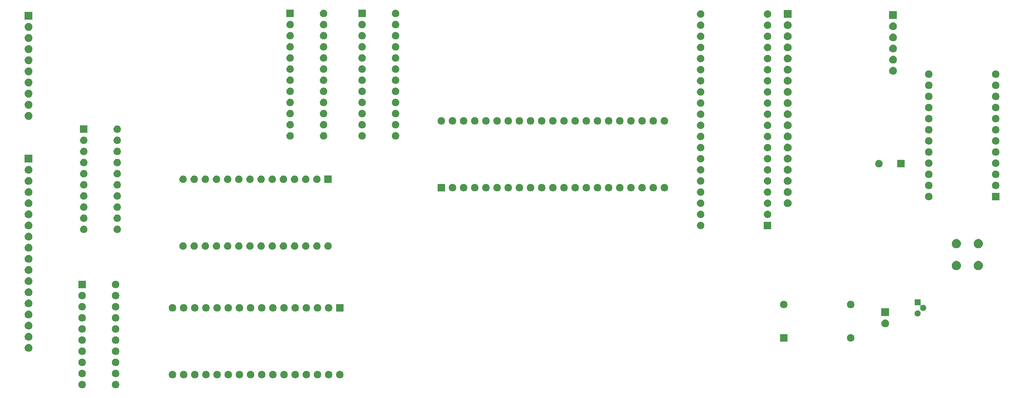
<source format=gbr>
G04 #@! TF.GenerationSoftware,KiCad,Pcbnew,5.1.6+dfsg1-1~bpo10+1*
G04 #@! TF.CreationDate,2020-05-26T13:58:41+10:00*
G04 #@! TF.ProjectId,FISC,46495343-2e6b-4696-9361-645f70636258,rev?*
G04 #@! TF.SameCoordinates,Original*
G04 #@! TF.FileFunction,Soldermask,Bot*
G04 #@! TF.FilePolarity,Negative*
%FSLAX46Y46*%
G04 Gerber Fmt 4.6, Leading zero omitted, Abs format (unit mm)*
G04 Created by KiCad (PCBNEW 5.1.6+dfsg1-1~bpo10+1) date 2020-05-26 13:58:41*
%MOMM*%
%LPD*%
G01*
G04 APERTURE LIST*
%ADD10C,0.100000*%
G04 APERTURE END LIST*
D10*
G36*
X42285228Y-104591703D02*
G01*
X42440100Y-104655853D01*
X42579481Y-104748985D01*
X42698015Y-104867519D01*
X42791147Y-105006900D01*
X42855297Y-105161772D01*
X42888000Y-105326184D01*
X42888000Y-105493816D01*
X42855297Y-105658228D01*
X42791147Y-105813100D01*
X42698015Y-105952481D01*
X42579481Y-106071015D01*
X42440100Y-106164147D01*
X42285228Y-106228297D01*
X42120816Y-106261000D01*
X41953184Y-106261000D01*
X41788772Y-106228297D01*
X41633900Y-106164147D01*
X41494519Y-106071015D01*
X41375985Y-105952481D01*
X41282853Y-105813100D01*
X41218703Y-105658228D01*
X41186000Y-105493816D01*
X41186000Y-105326184D01*
X41218703Y-105161772D01*
X41282853Y-105006900D01*
X41375985Y-104867519D01*
X41494519Y-104748985D01*
X41633900Y-104655853D01*
X41788772Y-104591703D01*
X41953184Y-104559000D01*
X42120816Y-104559000D01*
X42285228Y-104591703D01*
G37*
G36*
X34665228Y-104591703D02*
G01*
X34820100Y-104655853D01*
X34959481Y-104748985D01*
X35078015Y-104867519D01*
X35171147Y-105006900D01*
X35235297Y-105161772D01*
X35268000Y-105326184D01*
X35268000Y-105493816D01*
X35235297Y-105658228D01*
X35171147Y-105813100D01*
X35078015Y-105952481D01*
X34959481Y-106071015D01*
X34820100Y-106164147D01*
X34665228Y-106228297D01*
X34500816Y-106261000D01*
X34333184Y-106261000D01*
X34168772Y-106228297D01*
X34013900Y-106164147D01*
X33874519Y-106071015D01*
X33755985Y-105952481D01*
X33662853Y-105813100D01*
X33598703Y-105658228D01*
X33566000Y-105493816D01*
X33566000Y-105326184D01*
X33598703Y-105161772D01*
X33662853Y-105006900D01*
X33755985Y-104867519D01*
X33874519Y-104748985D01*
X34013900Y-104655853D01*
X34168772Y-104591703D01*
X34333184Y-104559000D01*
X34500816Y-104559000D01*
X34665228Y-104591703D01*
G37*
G36*
X78099228Y-102305703D02*
G01*
X78254100Y-102369853D01*
X78393481Y-102462985D01*
X78512015Y-102581519D01*
X78605147Y-102720900D01*
X78669297Y-102875772D01*
X78702000Y-103040184D01*
X78702000Y-103207816D01*
X78669297Y-103372228D01*
X78605147Y-103527100D01*
X78512015Y-103666481D01*
X78393481Y-103785015D01*
X78254100Y-103878147D01*
X78099228Y-103942297D01*
X77934816Y-103975000D01*
X77767184Y-103975000D01*
X77602772Y-103942297D01*
X77447900Y-103878147D01*
X77308519Y-103785015D01*
X77189985Y-103666481D01*
X77096853Y-103527100D01*
X77032703Y-103372228D01*
X77000000Y-103207816D01*
X77000000Y-103040184D01*
X77032703Y-102875772D01*
X77096853Y-102720900D01*
X77189985Y-102581519D01*
X77308519Y-102462985D01*
X77447900Y-102369853D01*
X77602772Y-102305703D01*
X77767184Y-102273000D01*
X77934816Y-102273000D01*
X78099228Y-102305703D01*
G37*
G36*
X70479228Y-102305703D02*
G01*
X70634100Y-102369853D01*
X70773481Y-102462985D01*
X70892015Y-102581519D01*
X70985147Y-102720900D01*
X71049297Y-102875772D01*
X71082000Y-103040184D01*
X71082000Y-103207816D01*
X71049297Y-103372228D01*
X70985147Y-103527100D01*
X70892015Y-103666481D01*
X70773481Y-103785015D01*
X70634100Y-103878147D01*
X70479228Y-103942297D01*
X70314816Y-103975000D01*
X70147184Y-103975000D01*
X69982772Y-103942297D01*
X69827900Y-103878147D01*
X69688519Y-103785015D01*
X69569985Y-103666481D01*
X69476853Y-103527100D01*
X69412703Y-103372228D01*
X69380000Y-103207816D01*
X69380000Y-103040184D01*
X69412703Y-102875772D01*
X69476853Y-102720900D01*
X69569985Y-102581519D01*
X69688519Y-102462985D01*
X69827900Y-102369853D01*
X69982772Y-102305703D01*
X70147184Y-102273000D01*
X70314816Y-102273000D01*
X70479228Y-102305703D01*
G37*
G36*
X88259228Y-102305703D02*
G01*
X88414100Y-102369853D01*
X88553481Y-102462985D01*
X88672015Y-102581519D01*
X88765147Y-102720900D01*
X88829297Y-102875772D01*
X88862000Y-103040184D01*
X88862000Y-103207816D01*
X88829297Y-103372228D01*
X88765147Y-103527100D01*
X88672015Y-103666481D01*
X88553481Y-103785015D01*
X88414100Y-103878147D01*
X88259228Y-103942297D01*
X88094816Y-103975000D01*
X87927184Y-103975000D01*
X87762772Y-103942297D01*
X87607900Y-103878147D01*
X87468519Y-103785015D01*
X87349985Y-103666481D01*
X87256853Y-103527100D01*
X87192703Y-103372228D01*
X87160000Y-103207816D01*
X87160000Y-103040184D01*
X87192703Y-102875772D01*
X87256853Y-102720900D01*
X87349985Y-102581519D01*
X87468519Y-102462985D01*
X87607900Y-102369853D01*
X87762772Y-102305703D01*
X87927184Y-102273000D01*
X88094816Y-102273000D01*
X88259228Y-102305703D01*
G37*
G36*
X85719228Y-102305703D02*
G01*
X85874100Y-102369853D01*
X86013481Y-102462985D01*
X86132015Y-102581519D01*
X86225147Y-102720900D01*
X86289297Y-102875772D01*
X86322000Y-103040184D01*
X86322000Y-103207816D01*
X86289297Y-103372228D01*
X86225147Y-103527100D01*
X86132015Y-103666481D01*
X86013481Y-103785015D01*
X85874100Y-103878147D01*
X85719228Y-103942297D01*
X85554816Y-103975000D01*
X85387184Y-103975000D01*
X85222772Y-103942297D01*
X85067900Y-103878147D01*
X84928519Y-103785015D01*
X84809985Y-103666481D01*
X84716853Y-103527100D01*
X84652703Y-103372228D01*
X84620000Y-103207816D01*
X84620000Y-103040184D01*
X84652703Y-102875772D01*
X84716853Y-102720900D01*
X84809985Y-102581519D01*
X84928519Y-102462985D01*
X85067900Y-102369853D01*
X85222772Y-102305703D01*
X85387184Y-102273000D01*
X85554816Y-102273000D01*
X85719228Y-102305703D01*
G37*
G36*
X83179228Y-102305703D02*
G01*
X83334100Y-102369853D01*
X83473481Y-102462985D01*
X83592015Y-102581519D01*
X83685147Y-102720900D01*
X83749297Y-102875772D01*
X83782000Y-103040184D01*
X83782000Y-103207816D01*
X83749297Y-103372228D01*
X83685147Y-103527100D01*
X83592015Y-103666481D01*
X83473481Y-103785015D01*
X83334100Y-103878147D01*
X83179228Y-103942297D01*
X83014816Y-103975000D01*
X82847184Y-103975000D01*
X82682772Y-103942297D01*
X82527900Y-103878147D01*
X82388519Y-103785015D01*
X82269985Y-103666481D01*
X82176853Y-103527100D01*
X82112703Y-103372228D01*
X82080000Y-103207816D01*
X82080000Y-103040184D01*
X82112703Y-102875772D01*
X82176853Y-102720900D01*
X82269985Y-102581519D01*
X82388519Y-102462985D01*
X82527900Y-102369853D01*
X82682772Y-102305703D01*
X82847184Y-102273000D01*
X83014816Y-102273000D01*
X83179228Y-102305703D01*
G37*
G36*
X80639228Y-102305703D02*
G01*
X80794100Y-102369853D01*
X80933481Y-102462985D01*
X81052015Y-102581519D01*
X81145147Y-102720900D01*
X81209297Y-102875772D01*
X81242000Y-103040184D01*
X81242000Y-103207816D01*
X81209297Y-103372228D01*
X81145147Y-103527100D01*
X81052015Y-103666481D01*
X80933481Y-103785015D01*
X80794100Y-103878147D01*
X80639228Y-103942297D01*
X80474816Y-103975000D01*
X80307184Y-103975000D01*
X80142772Y-103942297D01*
X79987900Y-103878147D01*
X79848519Y-103785015D01*
X79729985Y-103666481D01*
X79636853Y-103527100D01*
X79572703Y-103372228D01*
X79540000Y-103207816D01*
X79540000Y-103040184D01*
X79572703Y-102875772D01*
X79636853Y-102720900D01*
X79729985Y-102581519D01*
X79848519Y-102462985D01*
X79987900Y-102369853D01*
X80142772Y-102305703D01*
X80307184Y-102273000D01*
X80474816Y-102273000D01*
X80639228Y-102305703D01*
G37*
G36*
X75559228Y-102305703D02*
G01*
X75714100Y-102369853D01*
X75853481Y-102462985D01*
X75972015Y-102581519D01*
X76065147Y-102720900D01*
X76129297Y-102875772D01*
X76162000Y-103040184D01*
X76162000Y-103207816D01*
X76129297Y-103372228D01*
X76065147Y-103527100D01*
X75972015Y-103666481D01*
X75853481Y-103785015D01*
X75714100Y-103878147D01*
X75559228Y-103942297D01*
X75394816Y-103975000D01*
X75227184Y-103975000D01*
X75062772Y-103942297D01*
X74907900Y-103878147D01*
X74768519Y-103785015D01*
X74649985Y-103666481D01*
X74556853Y-103527100D01*
X74492703Y-103372228D01*
X74460000Y-103207816D01*
X74460000Y-103040184D01*
X74492703Y-102875772D01*
X74556853Y-102720900D01*
X74649985Y-102581519D01*
X74768519Y-102462985D01*
X74907900Y-102369853D01*
X75062772Y-102305703D01*
X75227184Y-102273000D01*
X75394816Y-102273000D01*
X75559228Y-102305703D01*
G37*
G36*
X73019228Y-102305703D02*
G01*
X73174100Y-102369853D01*
X73313481Y-102462985D01*
X73432015Y-102581519D01*
X73525147Y-102720900D01*
X73589297Y-102875772D01*
X73622000Y-103040184D01*
X73622000Y-103207816D01*
X73589297Y-103372228D01*
X73525147Y-103527100D01*
X73432015Y-103666481D01*
X73313481Y-103785015D01*
X73174100Y-103878147D01*
X73019228Y-103942297D01*
X72854816Y-103975000D01*
X72687184Y-103975000D01*
X72522772Y-103942297D01*
X72367900Y-103878147D01*
X72228519Y-103785015D01*
X72109985Y-103666481D01*
X72016853Y-103527100D01*
X71952703Y-103372228D01*
X71920000Y-103207816D01*
X71920000Y-103040184D01*
X71952703Y-102875772D01*
X72016853Y-102720900D01*
X72109985Y-102581519D01*
X72228519Y-102462985D01*
X72367900Y-102369853D01*
X72522772Y-102305703D01*
X72687184Y-102273000D01*
X72854816Y-102273000D01*
X73019228Y-102305703D01*
G37*
G36*
X90799228Y-102305703D02*
G01*
X90954100Y-102369853D01*
X91093481Y-102462985D01*
X91212015Y-102581519D01*
X91305147Y-102720900D01*
X91369297Y-102875772D01*
X91402000Y-103040184D01*
X91402000Y-103207816D01*
X91369297Y-103372228D01*
X91305147Y-103527100D01*
X91212015Y-103666481D01*
X91093481Y-103785015D01*
X90954100Y-103878147D01*
X90799228Y-103942297D01*
X90634816Y-103975000D01*
X90467184Y-103975000D01*
X90302772Y-103942297D01*
X90147900Y-103878147D01*
X90008519Y-103785015D01*
X89889985Y-103666481D01*
X89796853Y-103527100D01*
X89732703Y-103372228D01*
X89700000Y-103207816D01*
X89700000Y-103040184D01*
X89732703Y-102875772D01*
X89796853Y-102720900D01*
X89889985Y-102581519D01*
X90008519Y-102462985D01*
X90147900Y-102369853D01*
X90302772Y-102305703D01*
X90467184Y-102273000D01*
X90634816Y-102273000D01*
X90799228Y-102305703D01*
G37*
G36*
X67939228Y-102305703D02*
G01*
X68094100Y-102369853D01*
X68233481Y-102462985D01*
X68352015Y-102581519D01*
X68445147Y-102720900D01*
X68509297Y-102875772D01*
X68542000Y-103040184D01*
X68542000Y-103207816D01*
X68509297Y-103372228D01*
X68445147Y-103527100D01*
X68352015Y-103666481D01*
X68233481Y-103785015D01*
X68094100Y-103878147D01*
X67939228Y-103942297D01*
X67774816Y-103975000D01*
X67607184Y-103975000D01*
X67442772Y-103942297D01*
X67287900Y-103878147D01*
X67148519Y-103785015D01*
X67029985Y-103666481D01*
X66936853Y-103527100D01*
X66872703Y-103372228D01*
X66840000Y-103207816D01*
X66840000Y-103040184D01*
X66872703Y-102875772D01*
X66936853Y-102720900D01*
X67029985Y-102581519D01*
X67148519Y-102462985D01*
X67287900Y-102369853D01*
X67442772Y-102305703D01*
X67607184Y-102273000D01*
X67774816Y-102273000D01*
X67939228Y-102305703D01*
G37*
G36*
X65399228Y-102305703D02*
G01*
X65554100Y-102369853D01*
X65693481Y-102462985D01*
X65812015Y-102581519D01*
X65905147Y-102720900D01*
X65969297Y-102875772D01*
X66002000Y-103040184D01*
X66002000Y-103207816D01*
X65969297Y-103372228D01*
X65905147Y-103527100D01*
X65812015Y-103666481D01*
X65693481Y-103785015D01*
X65554100Y-103878147D01*
X65399228Y-103942297D01*
X65234816Y-103975000D01*
X65067184Y-103975000D01*
X64902772Y-103942297D01*
X64747900Y-103878147D01*
X64608519Y-103785015D01*
X64489985Y-103666481D01*
X64396853Y-103527100D01*
X64332703Y-103372228D01*
X64300000Y-103207816D01*
X64300000Y-103040184D01*
X64332703Y-102875772D01*
X64396853Y-102720900D01*
X64489985Y-102581519D01*
X64608519Y-102462985D01*
X64747900Y-102369853D01*
X64902772Y-102305703D01*
X65067184Y-102273000D01*
X65234816Y-102273000D01*
X65399228Y-102305703D01*
G37*
G36*
X62859228Y-102305703D02*
G01*
X63014100Y-102369853D01*
X63153481Y-102462985D01*
X63272015Y-102581519D01*
X63365147Y-102720900D01*
X63429297Y-102875772D01*
X63462000Y-103040184D01*
X63462000Y-103207816D01*
X63429297Y-103372228D01*
X63365147Y-103527100D01*
X63272015Y-103666481D01*
X63153481Y-103785015D01*
X63014100Y-103878147D01*
X62859228Y-103942297D01*
X62694816Y-103975000D01*
X62527184Y-103975000D01*
X62362772Y-103942297D01*
X62207900Y-103878147D01*
X62068519Y-103785015D01*
X61949985Y-103666481D01*
X61856853Y-103527100D01*
X61792703Y-103372228D01*
X61760000Y-103207816D01*
X61760000Y-103040184D01*
X61792703Y-102875772D01*
X61856853Y-102720900D01*
X61949985Y-102581519D01*
X62068519Y-102462985D01*
X62207900Y-102369853D01*
X62362772Y-102305703D01*
X62527184Y-102273000D01*
X62694816Y-102273000D01*
X62859228Y-102305703D01*
G37*
G36*
X60319228Y-102305703D02*
G01*
X60474100Y-102369853D01*
X60613481Y-102462985D01*
X60732015Y-102581519D01*
X60825147Y-102720900D01*
X60889297Y-102875772D01*
X60922000Y-103040184D01*
X60922000Y-103207816D01*
X60889297Y-103372228D01*
X60825147Y-103527100D01*
X60732015Y-103666481D01*
X60613481Y-103785015D01*
X60474100Y-103878147D01*
X60319228Y-103942297D01*
X60154816Y-103975000D01*
X59987184Y-103975000D01*
X59822772Y-103942297D01*
X59667900Y-103878147D01*
X59528519Y-103785015D01*
X59409985Y-103666481D01*
X59316853Y-103527100D01*
X59252703Y-103372228D01*
X59220000Y-103207816D01*
X59220000Y-103040184D01*
X59252703Y-102875772D01*
X59316853Y-102720900D01*
X59409985Y-102581519D01*
X59528519Y-102462985D01*
X59667900Y-102369853D01*
X59822772Y-102305703D01*
X59987184Y-102273000D01*
X60154816Y-102273000D01*
X60319228Y-102305703D01*
G37*
G36*
X57779228Y-102305703D02*
G01*
X57934100Y-102369853D01*
X58073481Y-102462985D01*
X58192015Y-102581519D01*
X58285147Y-102720900D01*
X58349297Y-102875772D01*
X58382000Y-103040184D01*
X58382000Y-103207816D01*
X58349297Y-103372228D01*
X58285147Y-103527100D01*
X58192015Y-103666481D01*
X58073481Y-103785015D01*
X57934100Y-103878147D01*
X57779228Y-103942297D01*
X57614816Y-103975000D01*
X57447184Y-103975000D01*
X57282772Y-103942297D01*
X57127900Y-103878147D01*
X56988519Y-103785015D01*
X56869985Y-103666481D01*
X56776853Y-103527100D01*
X56712703Y-103372228D01*
X56680000Y-103207816D01*
X56680000Y-103040184D01*
X56712703Y-102875772D01*
X56776853Y-102720900D01*
X56869985Y-102581519D01*
X56988519Y-102462985D01*
X57127900Y-102369853D01*
X57282772Y-102305703D01*
X57447184Y-102273000D01*
X57614816Y-102273000D01*
X57779228Y-102305703D01*
G37*
G36*
X55239228Y-102305703D02*
G01*
X55394100Y-102369853D01*
X55533481Y-102462985D01*
X55652015Y-102581519D01*
X55745147Y-102720900D01*
X55809297Y-102875772D01*
X55842000Y-103040184D01*
X55842000Y-103207816D01*
X55809297Y-103372228D01*
X55745147Y-103527100D01*
X55652015Y-103666481D01*
X55533481Y-103785015D01*
X55394100Y-103878147D01*
X55239228Y-103942297D01*
X55074816Y-103975000D01*
X54907184Y-103975000D01*
X54742772Y-103942297D01*
X54587900Y-103878147D01*
X54448519Y-103785015D01*
X54329985Y-103666481D01*
X54236853Y-103527100D01*
X54172703Y-103372228D01*
X54140000Y-103207816D01*
X54140000Y-103040184D01*
X54172703Y-102875772D01*
X54236853Y-102720900D01*
X54329985Y-102581519D01*
X54448519Y-102462985D01*
X54587900Y-102369853D01*
X54742772Y-102305703D01*
X54907184Y-102273000D01*
X55074816Y-102273000D01*
X55239228Y-102305703D01*
G37*
G36*
X93339228Y-102305703D02*
G01*
X93494100Y-102369853D01*
X93633481Y-102462985D01*
X93752015Y-102581519D01*
X93845147Y-102720900D01*
X93909297Y-102875772D01*
X93942000Y-103040184D01*
X93942000Y-103207816D01*
X93909297Y-103372228D01*
X93845147Y-103527100D01*
X93752015Y-103666481D01*
X93633481Y-103785015D01*
X93494100Y-103878147D01*
X93339228Y-103942297D01*
X93174816Y-103975000D01*
X93007184Y-103975000D01*
X92842772Y-103942297D01*
X92687900Y-103878147D01*
X92548519Y-103785015D01*
X92429985Y-103666481D01*
X92336853Y-103527100D01*
X92272703Y-103372228D01*
X92240000Y-103207816D01*
X92240000Y-103040184D01*
X92272703Y-102875772D01*
X92336853Y-102720900D01*
X92429985Y-102581519D01*
X92548519Y-102462985D01*
X92687900Y-102369853D01*
X92842772Y-102305703D01*
X93007184Y-102273000D01*
X93174816Y-102273000D01*
X93339228Y-102305703D01*
G37*
G36*
X42285228Y-102051703D02*
G01*
X42440100Y-102115853D01*
X42579481Y-102208985D01*
X42698015Y-102327519D01*
X42791147Y-102466900D01*
X42855297Y-102621772D01*
X42888000Y-102786184D01*
X42888000Y-102953816D01*
X42855297Y-103118228D01*
X42791147Y-103273100D01*
X42698015Y-103412481D01*
X42579481Y-103531015D01*
X42440100Y-103624147D01*
X42285228Y-103688297D01*
X42120816Y-103721000D01*
X41953184Y-103721000D01*
X41788772Y-103688297D01*
X41633900Y-103624147D01*
X41494519Y-103531015D01*
X41375985Y-103412481D01*
X41282853Y-103273100D01*
X41218703Y-103118228D01*
X41186000Y-102953816D01*
X41186000Y-102786184D01*
X41218703Y-102621772D01*
X41282853Y-102466900D01*
X41375985Y-102327519D01*
X41494519Y-102208985D01*
X41633900Y-102115853D01*
X41788772Y-102051703D01*
X41953184Y-102019000D01*
X42120816Y-102019000D01*
X42285228Y-102051703D01*
G37*
G36*
X34665228Y-102051703D02*
G01*
X34820100Y-102115853D01*
X34959481Y-102208985D01*
X35078015Y-102327519D01*
X35171147Y-102466900D01*
X35235297Y-102621772D01*
X35268000Y-102786184D01*
X35268000Y-102953816D01*
X35235297Y-103118228D01*
X35171147Y-103273100D01*
X35078015Y-103412481D01*
X34959481Y-103531015D01*
X34820100Y-103624147D01*
X34665228Y-103688297D01*
X34500816Y-103721000D01*
X34333184Y-103721000D01*
X34168772Y-103688297D01*
X34013900Y-103624147D01*
X33874519Y-103531015D01*
X33755985Y-103412481D01*
X33662853Y-103273100D01*
X33598703Y-103118228D01*
X33566000Y-102953816D01*
X33566000Y-102786184D01*
X33598703Y-102621772D01*
X33662853Y-102466900D01*
X33755985Y-102327519D01*
X33874519Y-102208985D01*
X34013900Y-102115853D01*
X34168772Y-102051703D01*
X34333184Y-102019000D01*
X34500816Y-102019000D01*
X34665228Y-102051703D01*
G37*
G36*
X34665228Y-99511703D02*
G01*
X34820100Y-99575853D01*
X34959481Y-99668985D01*
X35078015Y-99787519D01*
X35171147Y-99926900D01*
X35235297Y-100081772D01*
X35268000Y-100246184D01*
X35268000Y-100413816D01*
X35235297Y-100578228D01*
X35171147Y-100733100D01*
X35078015Y-100872481D01*
X34959481Y-100991015D01*
X34820100Y-101084147D01*
X34665228Y-101148297D01*
X34500816Y-101181000D01*
X34333184Y-101181000D01*
X34168772Y-101148297D01*
X34013900Y-101084147D01*
X33874519Y-100991015D01*
X33755985Y-100872481D01*
X33662853Y-100733100D01*
X33598703Y-100578228D01*
X33566000Y-100413816D01*
X33566000Y-100246184D01*
X33598703Y-100081772D01*
X33662853Y-99926900D01*
X33755985Y-99787519D01*
X33874519Y-99668985D01*
X34013900Y-99575853D01*
X34168772Y-99511703D01*
X34333184Y-99479000D01*
X34500816Y-99479000D01*
X34665228Y-99511703D01*
G37*
G36*
X42285228Y-99511703D02*
G01*
X42440100Y-99575853D01*
X42579481Y-99668985D01*
X42698015Y-99787519D01*
X42791147Y-99926900D01*
X42855297Y-100081772D01*
X42888000Y-100246184D01*
X42888000Y-100413816D01*
X42855297Y-100578228D01*
X42791147Y-100733100D01*
X42698015Y-100872481D01*
X42579481Y-100991015D01*
X42440100Y-101084147D01*
X42285228Y-101148297D01*
X42120816Y-101181000D01*
X41953184Y-101181000D01*
X41788772Y-101148297D01*
X41633900Y-101084147D01*
X41494519Y-100991015D01*
X41375985Y-100872481D01*
X41282853Y-100733100D01*
X41218703Y-100578228D01*
X41186000Y-100413816D01*
X41186000Y-100246184D01*
X41218703Y-100081772D01*
X41282853Y-99926900D01*
X41375985Y-99787519D01*
X41494519Y-99668985D01*
X41633900Y-99575853D01*
X41788772Y-99511703D01*
X41953184Y-99479000D01*
X42120816Y-99479000D01*
X42285228Y-99511703D01*
G37*
G36*
X42285228Y-96971703D02*
G01*
X42440100Y-97035853D01*
X42579481Y-97128985D01*
X42698015Y-97247519D01*
X42791147Y-97386900D01*
X42855297Y-97541772D01*
X42888000Y-97706184D01*
X42888000Y-97873816D01*
X42855297Y-98038228D01*
X42791147Y-98193100D01*
X42698015Y-98332481D01*
X42579481Y-98451015D01*
X42440100Y-98544147D01*
X42285228Y-98608297D01*
X42120816Y-98641000D01*
X41953184Y-98641000D01*
X41788772Y-98608297D01*
X41633900Y-98544147D01*
X41494519Y-98451015D01*
X41375985Y-98332481D01*
X41282853Y-98193100D01*
X41218703Y-98038228D01*
X41186000Y-97873816D01*
X41186000Y-97706184D01*
X41218703Y-97541772D01*
X41282853Y-97386900D01*
X41375985Y-97247519D01*
X41494519Y-97128985D01*
X41633900Y-97035853D01*
X41788772Y-96971703D01*
X41953184Y-96939000D01*
X42120816Y-96939000D01*
X42285228Y-96971703D01*
G37*
G36*
X34665228Y-96971703D02*
G01*
X34820100Y-97035853D01*
X34959481Y-97128985D01*
X35078015Y-97247519D01*
X35171147Y-97386900D01*
X35235297Y-97541772D01*
X35268000Y-97706184D01*
X35268000Y-97873816D01*
X35235297Y-98038228D01*
X35171147Y-98193100D01*
X35078015Y-98332481D01*
X34959481Y-98451015D01*
X34820100Y-98544147D01*
X34665228Y-98608297D01*
X34500816Y-98641000D01*
X34333184Y-98641000D01*
X34168772Y-98608297D01*
X34013900Y-98544147D01*
X33874519Y-98451015D01*
X33755985Y-98332481D01*
X33662853Y-98193100D01*
X33598703Y-98038228D01*
X33566000Y-97873816D01*
X33566000Y-97706184D01*
X33598703Y-97541772D01*
X33662853Y-97386900D01*
X33755985Y-97247519D01*
X33874519Y-97128985D01*
X34013900Y-97035853D01*
X34168772Y-96971703D01*
X34333184Y-96939000D01*
X34500816Y-96939000D01*
X34665228Y-96971703D01*
G37*
G36*
X22338512Y-96131927D02*
G01*
X22487812Y-96161624D01*
X22651784Y-96229544D01*
X22799354Y-96328147D01*
X22924853Y-96453646D01*
X23023456Y-96601216D01*
X23091376Y-96765188D01*
X23121073Y-96914488D01*
X23125949Y-96939000D01*
X23126000Y-96939259D01*
X23126000Y-97116741D01*
X23091376Y-97290812D01*
X23023456Y-97454784D01*
X22924853Y-97602354D01*
X22799354Y-97727853D01*
X22651784Y-97826456D01*
X22487812Y-97894376D01*
X22338512Y-97924073D01*
X22313742Y-97929000D01*
X22136258Y-97929000D01*
X22111488Y-97924073D01*
X21962188Y-97894376D01*
X21798216Y-97826456D01*
X21650646Y-97727853D01*
X21525147Y-97602354D01*
X21426544Y-97454784D01*
X21358624Y-97290812D01*
X21324000Y-97116741D01*
X21324000Y-96939259D01*
X21324052Y-96939000D01*
X21328927Y-96914488D01*
X21358624Y-96765188D01*
X21426544Y-96601216D01*
X21525147Y-96453646D01*
X21650646Y-96328147D01*
X21798216Y-96229544D01*
X21962188Y-96161624D01*
X22111488Y-96131927D01*
X22136258Y-96127000D01*
X22313742Y-96127000D01*
X22338512Y-96131927D01*
G37*
G36*
X34665228Y-94431703D02*
G01*
X34820100Y-94495853D01*
X34959481Y-94588985D01*
X35078015Y-94707519D01*
X35171147Y-94846900D01*
X35235297Y-95001772D01*
X35268000Y-95166184D01*
X35268000Y-95333816D01*
X35235297Y-95498228D01*
X35171147Y-95653100D01*
X35078015Y-95792481D01*
X34959481Y-95911015D01*
X34820100Y-96004147D01*
X34665228Y-96068297D01*
X34500816Y-96101000D01*
X34333184Y-96101000D01*
X34168772Y-96068297D01*
X34013900Y-96004147D01*
X33874519Y-95911015D01*
X33755985Y-95792481D01*
X33662853Y-95653100D01*
X33598703Y-95498228D01*
X33566000Y-95333816D01*
X33566000Y-95166184D01*
X33598703Y-95001772D01*
X33662853Y-94846900D01*
X33755985Y-94707519D01*
X33874519Y-94588985D01*
X34013900Y-94495853D01*
X34168772Y-94431703D01*
X34333184Y-94399000D01*
X34500816Y-94399000D01*
X34665228Y-94431703D01*
G37*
G36*
X42285228Y-94431703D02*
G01*
X42440100Y-94495853D01*
X42579481Y-94588985D01*
X42698015Y-94707519D01*
X42791147Y-94846900D01*
X42855297Y-95001772D01*
X42888000Y-95166184D01*
X42888000Y-95333816D01*
X42855297Y-95498228D01*
X42791147Y-95653100D01*
X42698015Y-95792481D01*
X42579481Y-95911015D01*
X42440100Y-96004147D01*
X42285228Y-96068297D01*
X42120816Y-96101000D01*
X41953184Y-96101000D01*
X41788772Y-96068297D01*
X41633900Y-96004147D01*
X41494519Y-95911015D01*
X41375985Y-95792481D01*
X41282853Y-95653100D01*
X41218703Y-95498228D01*
X41186000Y-95333816D01*
X41186000Y-95166184D01*
X41218703Y-95001772D01*
X41282853Y-94846900D01*
X41375985Y-94707519D01*
X41494519Y-94588985D01*
X41633900Y-94495853D01*
X41788772Y-94431703D01*
X41953184Y-94399000D01*
X42120816Y-94399000D01*
X42285228Y-94431703D01*
G37*
G36*
X195034000Y-95593000D02*
G01*
X193332000Y-95593000D01*
X193332000Y-93891000D01*
X195034000Y-93891000D01*
X195034000Y-95593000D01*
G37*
G36*
X209671228Y-93923703D02*
G01*
X209826100Y-93987853D01*
X209965481Y-94080985D01*
X210084015Y-94199519D01*
X210177147Y-94338900D01*
X210241297Y-94493772D01*
X210274000Y-94658184D01*
X210274000Y-94825816D01*
X210241297Y-94990228D01*
X210177147Y-95145100D01*
X210084015Y-95284481D01*
X209965481Y-95403015D01*
X209826100Y-95496147D01*
X209671228Y-95560297D01*
X209506816Y-95593000D01*
X209339184Y-95593000D01*
X209174772Y-95560297D01*
X209019900Y-95496147D01*
X208880519Y-95403015D01*
X208761985Y-95284481D01*
X208668853Y-95145100D01*
X208604703Y-94990228D01*
X208572000Y-94825816D01*
X208572000Y-94658184D01*
X208604703Y-94493772D01*
X208668853Y-94338900D01*
X208761985Y-94199519D01*
X208880519Y-94080985D01*
X209019900Y-93987853D01*
X209174772Y-93923703D01*
X209339184Y-93891000D01*
X209506816Y-93891000D01*
X209671228Y-93923703D01*
G37*
G36*
X22338512Y-93591927D02*
G01*
X22487812Y-93621624D01*
X22651784Y-93689544D01*
X22799354Y-93788147D01*
X22924853Y-93913646D01*
X23023456Y-94061216D01*
X23091376Y-94225188D01*
X23121073Y-94374488D01*
X23125949Y-94399000D01*
X23126000Y-94399259D01*
X23126000Y-94576741D01*
X23091376Y-94750812D01*
X23023456Y-94914784D01*
X22924853Y-95062354D01*
X22799354Y-95187853D01*
X22651784Y-95286456D01*
X22487812Y-95354376D01*
X22338512Y-95384073D01*
X22313742Y-95389000D01*
X22136258Y-95389000D01*
X22111488Y-95384073D01*
X21962188Y-95354376D01*
X21798216Y-95286456D01*
X21650646Y-95187853D01*
X21525147Y-95062354D01*
X21426544Y-94914784D01*
X21358624Y-94750812D01*
X21324000Y-94576741D01*
X21324000Y-94399259D01*
X21324052Y-94399000D01*
X21328927Y-94374488D01*
X21358624Y-94225188D01*
X21426544Y-94061216D01*
X21525147Y-93913646D01*
X21650646Y-93788147D01*
X21798216Y-93689544D01*
X21962188Y-93621624D01*
X22111488Y-93591927D01*
X22136258Y-93587000D01*
X22313742Y-93587000D01*
X22338512Y-93591927D01*
G37*
G36*
X34665228Y-91891703D02*
G01*
X34820100Y-91955853D01*
X34959481Y-92048985D01*
X35078015Y-92167519D01*
X35171147Y-92306900D01*
X35235297Y-92461772D01*
X35268000Y-92626184D01*
X35268000Y-92793816D01*
X35235297Y-92958228D01*
X35171147Y-93113100D01*
X35078015Y-93252481D01*
X34959481Y-93371015D01*
X34820100Y-93464147D01*
X34665228Y-93528297D01*
X34500816Y-93561000D01*
X34333184Y-93561000D01*
X34168772Y-93528297D01*
X34013900Y-93464147D01*
X33874519Y-93371015D01*
X33755985Y-93252481D01*
X33662853Y-93113100D01*
X33598703Y-92958228D01*
X33566000Y-92793816D01*
X33566000Y-92626184D01*
X33598703Y-92461772D01*
X33662853Y-92306900D01*
X33755985Y-92167519D01*
X33874519Y-92048985D01*
X34013900Y-91955853D01*
X34168772Y-91891703D01*
X34333184Y-91859000D01*
X34500816Y-91859000D01*
X34665228Y-91891703D01*
G37*
G36*
X42285228Y-91891703D02*
G01*
X42440100Y-91955853D01*
X42579481Y-92048985D01*
X42698015Y-92167519D01*
X42791147Y-92306900D01*
X42855297Y-92461772D01*
X42888000Y-92626184D01*
X42888000Y-92793816D01*
X42855297Y-92958228D01*
X42791147Y-93113100D01*
X42698015Y-93252481D01*
X42579481Y-93371015D01*
X42440100Y-93464147D01*
X42285228Y-93528297D01*
X42120816Y-93561000D01*
X41953184Y-93561000D01*
X41788772Y-93528297D01*
X41633900Y-93464147D01*
X41494519Y-93371015D01*
X41375985Y-93252481D01*
X41282853Y-93113100D01*
X41218703Y-92958228D01*
X41186000Y-92793816D01*
X41186000Y-92626184D01*
X41218703Y-92461772D01*
X41282853Y-92306900D01*
X41375985Y-92167519D01*
X41494519Y-92048985D01*
X41633900Y-91955853D01*
X41788772Y-91891703D01*
X41953184Y-91859000D01*
X42120816Y-91859000D01*
X42285228Y-91891703D01*
G37*
G36*
X22338512Y-91051927D02*
G01*
X22487812Y-91081624D01*
X22651784Y-91149544D01*
X22799354Y-91248147D01*
X22924853Y-91373646D01*
X23023456Y-91521216D01*
X23091376Y-91685188D01*
X23121073Y-91834488D01*
X23125949Y-91859000D01*
X23126000Y-91859259D01*
X23126000Y-92036741D01*
X23091376Y-92210812D01*
X23023456Y-92374784D01*
X22924853Y-92522354D01*
X22799354Y-92647853D01*
X22651784Y-92746456D01*
X22487812Y-92814376D01*
X22338512Y-92844073D01*
X22313742Y-92849000D01*
X22136258Y-92849000D01*
X22111488Y-92844073D01*
X21962188Y-92814376D01*
X21798216Y-92746456D01*
X21650646Y-92647853D01*
X21525147Y-92522354D01*
X21426544Y-92374784D01*
X21358624Y-92210812D01*
X21324000Y-92036741D01*
X21324000Y-91859259D01*
X21324052Y-91859000D01*
X21328927Y-91834488D01*
X21358624Y-91685188D01*
X21426544Y-91521216D01*
X21525147Y-91373646D01*
X21650646Y-91248147D01*
X21798216Y-91149544D01*
X21962188Y-91081624D01*
X22111488Y-91051927D01*
X22136258Y-91047000D01*
X22313742Y-91047000D01*
X22338512Y-91051927D01*
G37*
G36*
X217410512Y-90543927D02*
G01*
X217559812Y-90573624D01*
X217723784Y-90641544D01*
X217871354Y-90740147D01*
X217996853Y-90865646D01*
X218095456Y-91013216D01*
X218163376Y-91177188D01*
X218198000Y-91351259D01*
X218198000Y-91528741D01*
X218163376Y-91702812D01*
X218095456Y-91866784D01*
X217996853Y-92014354D01*
X217871354Y-92139853D01*
X217723784Y-92238456D01*
X217559812Y-92306376D01*
X217410512Y-92336073D01*
X217385742Y-92341000D01*
X217208258Y-92341000D01*
X217183488Y-92336073D01*
X217034188Y-92306376D01*
X216870216Y-92238456D01*
X216722646Y-92139853D01*
X216597147Y-92014354D01*
X216498544Y-91866784D01*
X216430624Y-91702812D01*
X216396000Y-91528741D01*
X216396000Y-91351259D01*
X216430624Y-91177188D01*
X216498544Y-91013216D01*
X216597147Y-90865646D01*
X216722646Y-90740147D01*
X216870216Y-90641544D01*
X217034188Y-90573624D01*
X217183488Y-90543927D01*
X217208258Y-90539000D01*
X217385742Y-90539000D01*
X217410512Y-90543927D01*
G37*
G36*
X34665228Y-89351703D02*
G01*
X34820100Y-89415853D01*
X34959481Y-89508985D01*
X35078015Y-89627519D01*
X35171147Y-89766900D01*
X35235297Y-89921772D01*
X35268000Y-90086184D01*
X35268000Y-90253816D01*
X35235297Y-90418228D01*
X35171147Y-90573100D01*
X35078015Y-90712481D01*
X34959481Y-90831015D01*
X34820100Y-90924147D01*
X34665228Y-90988297D01*
X34500816Y-91021000D01*
X34333184Y-91021000D01*
X34168772Y-90988297D01*
X34013900Y-90924147D01*
X33874519Y-90831015D01*
X33755985Y-90712481D01*
X33662853Y-90573100D01*
X33598703Y-90418228D01*
X33566000Y-90253816D01*
X33566000Y-90086184D01*
X33598703Y-89921772D01*
X33662853Y-89766900D01*
X33755985Y-89627519D01*
X33874519Y-89508985D01*
X34013900Y-89415853D01*
X34168772Y-89351703D01*
X34333184Y-89319000D01*
X34500816Y-89319000D01*
X34665228Y-89351703D01*
G37*
G36*
X42285228Y-89351703D02*
G01*
X42440100Y-89415853D01*
X42579481Y-89508985D01*
X42698015Y-89627519D01*
X42791147Y-89766900D01*
X42855297Y-89921772D01*
X42888000Y-90086184D01*
X42888000Y-90253816D01*
X42855297Y-90418228D01*
X42791147Y-90573100D01*
X42698015Y-90712481D01*
X42579481Y-90831015D01*
X42440100Y-90924147D01*
X42285228Y-90988297D01*
X42120816Y-91021000D01*
X41953184Y-91021000D01*
X41788772Y-90988297D01*
X41633900Y-90924147D01*
X41494519Y-90831015D01*
X41375985Y-90712481D01*
X41282853Y-90573100D01*
X41218703Y-90418228D01*
X41186000Y-90253816D01*
X41186000Y-90086184D01*
X41218703Y-89921772D01*
X41282853Y-89766900D01*
X41375985Y-89627519D01*
X41494519Y-89508985D01*
X41633900Y-89415853D01*
X41788772Y-89351703D01*
X41953184Y-89319000D01*
X42120816Y-89319000D01*
X42285228Y-89351703D01*
G37*
G36*
X22338512Y-88511927D02*
G01*
X22487812Y-88541624D01*
X22651784Y-88609544D01*
X22799354Y-88708147D01*
X22924853Y-88833646D01*
X23023456Y-88981216D01*
X23091376Y-89145188D01*
X23106862Y-89223044D01*
X23125949Y-89319000D01*
X23126000Y-89319259D01*
X23126000Y-89496741D01*
X23091376Y-89670812D01*
X23023456Y-89834784D01*
X22924853Y-89982354D01*
X22799354Y-90107853D01*
X22651784Y-90206456D01*
X22487812Y-90274376D01*
X22338512Y-90304073D01*
X22313742Y-90309000D01*
X22136258Y-90309000D01*
X22111488Y-90304073D01*
X21962188Y-90274376D01*
X21798216Y-90206456D01*
X21650646Y-90107853D01*
X21525147Y-89982354D01*
X21426544Y-89834784D01*
X21358624Y-89670812D01*
X21324000Y-89496741D01*
X21324000Y-89319259D01*
X21324052Y-89319000D01*
X21343138Y-89223044D01*
X21358624Y-89145188D01*
X21426544Y-88981216D01*
X21525147Y-88833646D01*
X21650646Y-88708147D01*
X21798216Y-88609544D01*
X21962188Y-88541624D01*
X22111488Y-88511927D01*
X22136258Y-88507000D01*
X22313742Y-88507000D01*
X22338512Y-88511927D01*
G37*
G36*
X224867473Y-88479938D02*
G01*
X224995049Y-88532782D01*
X225109859Y-88609495D01*
X225207505Y-88707141D01*
X225284218Y-88821951D01*
X225337062Y-88949527D01*
X225364000Y-89084956D01*
X225364000Y-89223044D01*
X225337062Y-89358473D01*
X225284218Y-89486049D01*
X225207505Y-89600859D01*
X225109859Y-89698505D01*
X224995049Y-89775218D01*
X224867473Y-89828062D01*
X224732044Y-89855000D01*
X224593956Y-89855000D01*
X224458527Y-89828062D01*
X224330951Y-89775218D01*
X224216141Y-89698505D01*
X224118495Y-89600859D01*
X224041782Y-89486049D01*
X223988938Y-89358473D01*
X223962000Y-89223044D01*
X223962000Y-89084956D01*
X223988938Y-88949527D01*
X224041782Y-88821951D01*
X224118495Y-88707141D01*
X224216141Y-88609495D01*
X224330951Y-88532782D01*
X224458527Y-88479938D01*
X224593956Y-88453000D01*
X224732044Y-88453000D01*
X224867473Y-88479938D01*
G37*
G36*
X218198000Y-89801000D02*
G01*
X216396000Y-89801000D01*
X216396000Y-87999000D01*
X218198000Y-87999000D01*
X218198000Y-89801000D01*
G37*
G36*
X55239228Y-87065703D02*
G01*
X55394100Y-87129853D01*
X55533481Y-87222985D01*
X55652015Y-87341519D01*
X55745147Y-87480900D01*
X55809297Y-87635772D01*
X55842000Y-87800184D01*
X55842000Y-87967816D01*
X55809297Y-88132228D01*
X55745147Y-88287100D01*
X55652015Y-88426481D01*
X55533481Y-88545015D01*
X55394100Y-88638147D01*
X55239228Y-88702297D01*
X55074816Y-88735000D01*
X54907184Y-88735000D01*
X54742772Y-88702297D01*
X54587900Y-88638147D01*
X54448519Y-88545015D01*
X54329985Y-88426481D01*
X54236853Y-88287100D01*
X54172703Y-88132228D01*
X54140000Y-87967816D01*
X54140000Y-87800184D01*
X54172703Y-87635772D01*
X54236853Y-87480900D01*
X54329985Y-87341519D01*
X54448519Y-87222985D01*
X54587900Y-87129853D01*
X54742772Y-87065703D01*
X54907184Y-87033000D01*
X55074816Y-87033000D01*
X55239228Y-87065703D01*
G37*
G36*
X83179228Y-87065703D02*
G01*
X83334100Y-87129853D01*
X83473481Y-87222985D01*
X83592015Y-87341519D01*
X83685147Y-87480900D01*
X83749297Y-87635772D01*
X83782000Y-87800184D01*
X83782000Y-87967816D01*
X83749297Y-88132228D01*
X83685147Y-88287100D01*
X83592015Y-88426481D01*
X83473481Y-88545015D01*
X83334100Y-88638147D01*
X83179228Y-88702297D01*
X83014816Y-88735000D01*
X82847184Y-88735000D01*
X82682772Y-88702297D01*
X82527900Y-88638147D01*
X82388519Y-88545015D01*
X82269985Y-88426481D01*
X82176853Y-88287100D01*
X82112703Y-88132228D01*
X82080000Y-87967816D01*
X82080000Y-87800184D01*
X82112703Y-87635772D01*
X82176853Y-87480900D01*
X82269985Y-87341519D01*
X82388519Y-87222985D01*
X82527900Y-87129853D01*
X82682772Y-87065703D01*
X82847184Y-87033000D01*
X83014816Y-87033000D01*
X83179228Y-87065703D01*
G37*
G36*
X93942000Y-88735000D02*
G01*
X92240000Y-88735000D01*
X92240000Y-87033000D01*
X93942000Y-87033000D01*
X93942000Y-88735000D01*
G37*
G36*
X78099228Y-87065703D02*
G01*
X78254100Y-87129853D01*
X78393481Y-87222985D01*
X78512015Y-87341519D01*
X78605147Y-87480900D01*
X78669297Y-87635772D01*
X78702000Y-87800184D01*
X78702000Y-87967816D01*
X78669297Y-88132228D01*
X78605147Y-88287100D01*
X78512015Y-88426481D01*
X78393481Y-88545015D01*
X78254100Y-88638147D01*
X78099228Y-88702297D01*
X77934816Y-88735000D01*
X77767184Y-88735000D01*
X77602772Y-88702297D01*
X77447900Y-88638147D01*
X77308519Y-88545015D01*
X77189985Y-88426481D01*
X77096853Y-88287100D01*
X77032703Y-88132228D01*
X77000000Y-87967816D01*
X77000000Y-87800184D01*
X77032703Y-87635772D01*
X77096853Y-87480900D01*
X77189985Y-87341519D01*
X77308519Y-87222985D01*
X77447900Y-87129853D01*
X77602772Y-87065703D01*
X77767184Y-87033000D01*
X77934816Y-87033000D01*
X78099228Y-87065703D01*
G37*
G36*
X73019228Y-87065703D02*
G01*
X73174100Y-87129853D01*
X73313481Y-87222985D01*
X73432015Y-87341519D01*
X73525147Y-87480900D01*
X73589297Y-87635772D01*
X73622000Y-87800184D01*
X73622000Y-87967816D01*
X73589297Y-88132228D01*
X73525147Y-88287100D01*
X73432015Y-88426481D01*
X73313481Y-88545015D01*
X73174100Y-88638147D01*
X73019228Y-88702297D01*
X72854816Y-88735000D01*
X72687184Y-88735000D01*
X72522772Y-88702297D01*
X72367900Y-88638147D01*
X72228519Y-88545015D01*
X72109985Y-88426481D01*
X72016853Y-88287100D01*
X71952703Y-88132228D01*
X71920000Y-87967816D01*
X71920000Y-87800184D01*
X71952703Y-87635772D01*
X72016853Y-87480900D01*
X72109985Y-87341519D01*
X72228519Y-87222985D01*
X72367900Y-87129853D01*
X72522772Y-87065703D01*
X72687184Y-87033000D01*
X72854816Y-87033000D01*
X73019228Y-87065703D01*
G37*
G36*
X70479228Y-87065703D02*
G01*
X70634100Y-87129853D01*
X70773481Y-87222985D01*
X70892015Y-87341519D01*
X70985147Y-87480900D01*
X71049297Y-87635772D01*
X71082000Y-87800184D01*
X71082000Y-87967816D01*
X71049297Y-88132228D01*
X70985147Y-88287100D01*
X70892015Y-88426481D01*
X70773481Y-88545015D01*
X70634100Y-88638147D01*
X70479228Y-88702297D01*
X70314816Y-88735000D01*
X70147184Y-88735000D01*
X69982772Y-88702297D01*
X69827900Y-88638147D01*
X69688519Y-88545015D01*
X69569985Y-88426481D01*
X69476853Y-88287100D01*
X69412703Y-88132228D01*
X69380000Y-87967816D01*
X69380000Y-87800184D01*
X69412703Y-87635772D01*
X69476853Y-87480900D01*
X69569985Y-87341519D01*
X69688519Y-87222985D01*
X69827900Y-87129853D01*
X69982772Y-87065703D01*
X70147184Y-87033000D01*
X70314816Y-87033000D01*
X70479228Y-87065703D01*
G37*
G36*
X67939228Y-87065703D02*
G01*
X68094100Y-87129853D01*
X68233481Y-87222985D01*
X68352015Y-87341519D01*
X68445147Y-87480900D01*
X68509297Y-87635772D01*
X68542000Y-87800184D01*
X68542000Y-87967816D01*
X68509297Y-88132228D01*
X68445147Y-88287100D01*
X68352015Y-88426481D01*
X68233481Y-88545015D01*
X68094100Y-88638147D01*
X67939228Y-88702297D01*
X67774816Y-88735000D01*
X67607184Y-88735000D01*
X67442772Y-88702297D01*
X67287900Y-88638147D01*
X67148519Y-88545015D01*
X67029985Y-88426481D01*
X66936853Y-88287100D01*
X66872703Y-88132228D01*
X66840000Y-87967816D01*
X66840000Y-87800184D01*
X66872703Y-87635772D01*
X66936853Y-87480900D01*
X67029985Y-87341519D01*
X67148519Y-87222985D01*
X67287900Y-87129853D01*
X67442772Y-87065703D01*
X67607184Y-87033000D01*
X67774816Y-87033000D01*
X67939228Y-87065703D01*
G37*
G36*
X65399228Y-87065703D02*
G01*
X65554100Y-87129853D01*
X65693481Y-87222985D01*
X65812015Y-87341519D01*
X65905147Y-87480900D01*
X65969297Y-87635772D01*
X66002000Y-87800184D01*
X66002000Y-87967816D01*
X65969297Y-88132228D01*
X65905147Y-88287100D01*
X65812015Y-88426481D01*
X65693481Y-88545015D01*
X65554100Y-88638147D01*
X65399228Y-88702297D01*
X65234816Y-88735000D01*
X65067184Y-88735000D01*
X64902772Y-88702297D01*
X64747900Y-88638147D01*
X64608519Y-88545015D01*
X64489985Y-88426481D01*
X64396853Y-88287100D01*
X64332703Y-88132228D01*
X64300000Y-87967816D01*
X64300000Y-87800184D01*
X64332703Y-87635772D01*
X64396853Y-87480900D01*
X64489985Y-87341519D01*
X64608519Y-87222985D01*
X64747900Y-87129853D01*
X64902772Y-87065703D01*
X65067184Y-87033000D01*
X65234816Y-87033000D01*
X65399228Y-87065703D01*
G37*
G36*
X90799228Y-87065703D02*
G01*
X90954100Y-87129853D01*
X91093481Y-87222985D01*
X91212015Y-87341519D01*
X91305147Y-87480900D01*
X91369297Y-87635772D01*
X91402000Y-87800184D01*
X91402000Y-87967816D01*
X91369297Y-88132228D01*
X91305147Y-88287100D01*
X91212015Y-88426481D01*
X91093481Y-88545015D01*
X90954100Y-88638147D01*
X90799228Y-88702297D01*
X90634816Y-88735000D01*
X90467184Y-88735000D01*
X90302772Y-88702297D01*
X90147900Y-88638147D01*
X90008519Y-88545015D01*
X89889985Y-88426481D01*
X89796853Y-88287100D01*
X89732703Y-88132228D01*
X89700000Y-87967816D01*
X89700000Y-87800184D01*
X89732703Y-87635772D01*
X89796853Y-87480900D01*
X89889985Y-87341519D01*
X90008519Y-87222985D01*
X90147900Y-87129853D01*
X90302772Y-87065703D01*
X90467184Y-87033000D01*
X90634816Y-87033000D01*
X90799228Y-87065703D01*
G37*
G36*
X88259228Y-87065703D02*
G01*
X88414100Y-87129853D01*
X88553481Y-87222985D01*
X88672015Y-87341519D01*
X88765147Y-87480900D01*
X88829297Y-87635772D01*
X88862000Y-87800184D01*
X88862000Y-87967816D01*
X88829297Y-88132228D01*
X88765147Y-88287100D01*
X88672015Y-88426481D01*
X88553481Y-88545015D01*
X88414100Y-88638147D01*
X88259228Y-88702297D01*
X88094816Y-88735000D01*
X87927184Y-88735000D01*
X87762772Y-88702297D01*
X87607900Y-88638147D01*
X87468519Y-88545015D01*
X87349985Y-88426481D01*
X87256853Y-88287100D01*
X87192703Y-88132228D01*
X87160000Y-87967816D01*
X87160000Y-87800184D01*
X87192703Y-87635772D01*
X87256853Y-87480900D01*
X87349985Y-87341519D01*
X87468519Y-87222985D01*
X87607900Y-87129853D01*
X87762772Y-87065703D01*
X87927184Y-87033000D01*
X88094816Y-87033000D01*
X88259228Y-87065703D01*
G37*
G36*
X85719228Y-87065703D02*
G01*
X85874100Y-87129853D01*
X86013481Y-87222985D01*
X86132015Y-87341519D01*
X86225147Y-87480900D01*
X86289297Y-87635772D01*
X86322000Y-87800184D01*
X86322000Y-87967816D01*
X86289297Y-88132228D01*
X86225147Y-88287100D01*
X86132015Y-88426481D01*
X86013481Y-88545015D01*
X85874100Y-88638147D01*
X85719228Y-88702297D01*
X85554816Y-88735000D01*
X85387184Y-88735000D01*
X85222772Y-88702297D01*
X85067900Y-88638147D01*
X84928519Y-88545015D01*
X84809985Y-88426481D01*
X84716853Y-88287100D01*
X84652703Y-88132228D01*
X84620000Y-87967816D01*
X84620000Y-87800184D01*
X84652703Y-87635772D01*
X84716853Y-87480900D01*
X84809985Y-87341519D01*
X84928519Y-87222985D01*
X85067900Y-87129853D01*
X85222772Y-87065703D01*
X85387184Y-87033000D01*
X85554816Y-87033000D01*
X85719228Y-87065703D01*
G37*
G36*
X60319228Y-87065703D02*
G01*
X60474100Y-87129853D01*
X60613481Y-87222985D01*
X60732015Y-87341519D01*
X60825147Y-87480900D01*
X60889297Y-87635772D01*
X60922000Y-87800184D01*
X60922000Y-87967816D01*
X60889297Y-88132228D01*
X60825147Y-88287100D01*
X60732015Y-88426481D01*
X60613481Y-88545015D01*
X60474100Y-88638147D01*
X60319228Y-88702297D01*
X60154816Y-88735000D01*
X59987184Y-88735000D01*
X59822772Y-88702297D01*
X59667900Y-88638147D01*
X59528519Y-88545015D01*
X59409985Y-88426481D01*
X59316853Y-88287100D01*
X59252703Y-88132228D01*
X59220000Y-87967816D01*
X59220000Y-87800184D01*
X59252703Y-87635772D01*
X59316853Y-87480900D01*
X59409985Y-87341519D01*
X59528519Y-87222985D01*
X59667900Y-87129853D01*
X59822772Y-87065703D01*
X59987184Y-87033000D01*
X60154816Y-87033000D01*
X60319228Y-87065703D01*
G37*
G36*
X57779228Y-87065703D02*
G01*
X57934100Y-87129853D01*
X58073481Y-87222985D01*
X58192015Y-87341519D01*
X58285147Y-87480900D01*
X58349297Y-87635772D01*
X58382000Y-87800184D01*
X58382000Y-87967816D01*
X58349297Y-88132228D01*
X58285147Y-88287100D01*
X58192015Y-88426481D01*
X58073481Y-88545015D01*
X57934100Y-88638147D01*
X57779228Y-88702297D01*
X57614816Y-88735000D01*
X57447184Y-88735000D01*
X57282772Y-88702297D01*
X57127900Y-88638147D01*
X56988519Y-88545015D01*
X56869985Y-88426481D01*
X56776853Y-88287100D01*
X56712703Y-88132228D01*
X56680000Y-87967816D01*
X56680000Y-87800184D01*
X56712703Y-87635772D01*
X56776853Y-87480900D01*
X56869985Y-87341519D01*
X56988519Y-87222985D01*
X57127900Y-87129853D01*
X57282772Y-87065703D01*
X57447184Y-87033000D01*
X57614816Y-87033000D01*
X57779228Y-87065703D01*
G37*
G36*
X75559228Y-87065703D02*
G01*
X75714100Y-87129853D01*
X75853481Y-87222985D01*
X75972015Y-87341519D01*
X76065147Y-87480900D01*
X76129297Y-87635772D01*
X76162000Y-87800184D01*
X76162000Y-87967816D01*
X76129297Y-88132228D01*
X76065147Y-88287100D01*
X75972015Y-88426481D01*
X75853481Y-88545015D01*
X75714100Y-88638147D01*
X75559228Y-88702297D01*
X75394816Y-88735000D01*
X75227184Y-88735000D01*
X75062772Y-88702297D01*
X74907900Y-88638147D01*
X74768519Y-88545015D01*
X74649985Y-88426481D01*
X74556853Y-88287100D01*
X74492703Y-88132228D01*
X74460000Y-87967816D01*
X74460000Y-87800184D01*
X74492703Y-87635772D01*
X74556853Y-87480900D01*
X74649985Y-87341519D01*
X74768519Y-87222985D01*
X74907900Y-87129853D01*
X75062772Y-87065703D01*
X75227184Y-87033000D01*
X75394816Y-87033000D01*
X75559228Y-87065703D01*
G37*
G36*
X80639228Y-87065703D02*
G01*
X80794100Y-87129853D01*
X80933481Y-87222985D01*
X81052015Y-87341519D01*
X81145147Y-87480900D01*
X81209297Y-87635772D01*
X81242000Y-87800184D01*
X81242000Y-87967816D01*
X81209297Y-88132228D01*
X81145147Y-88287100D01*
X81052015Y-88426481D01*
X80933481Y-88545015D01*
X80794100Y-88638147D01*
X80639228Y-88702297D01*
X80474816Y-88735000D01*
X80307184Y-88735000D01*
X80142772Y-88702297D01*
X79987900Y-88638147D01*
X79848519Y-88545015D01*
X79729985Y-88426481D01*
X79636853Y-88287100D01*
X79572703Y-88132228D01*
X79540000Y-87967816D01*
X79540000Y-87800184D01*
X79572703Y-87635772D01*
X79636853Y-87480900D01*
X79729985Y-87341519D01*
X79848519Y-87222985D01*
X79987900Y-87129853D01*
X80142772Y-87065703D01*
X80307184Y-87033000D01*
X80474816Y-87033000D01*
X80639228Y-87065703D01*
G37*
G36*
X62859228Y-87065703D02*
G01*
X63014100Y-87129853D01*
X63153481Y-87222985D01*
X63272015Y-87341519D01*
X63365147Y-87480900D01*
X63429297Y-87635772D01*
X63462000Y-87800184D01*
X63462000Y-87967816D01*
X63429297Y-88132228D01*
X63365147Y-88287100D01*
X63272015Y-88426481D01*
X63153481Y-88545015D01*
X63014100Y-88638147D01*
X62859228Y-88702297D01*
X62694816Y-88735000D01*
X62527184Y-88735000D01*
X62362772Y-88702297D01*
X62207900Y-88638147D01*
X62068519Y-88545015D01*
X61949985Y-88426481D01*
X61856853Y-88287100D01*
X61792703Y-88132228D01*
X61760000Y-87967816D01*
X61760000Y-87800184D01*
X61792703Y-87635772D01*
X61856853Y-87480900D01*
X61949985Y-87341519D01*
X62068519Y-87222985D01*
X62207900Y-87129853D01*
X62362772Y-87065703D01*
X62527184Y-87033000D01*
X62694816Y-87033000D01*
X62859228Y-87065703D01*
G37*
G36*
X225364000Y-87187251D02*
G01*
X225366402Y-87211637D01*
X225373515Y-87235086D01*
X225385066Y-87256697D01*
X225400611Y-87275639D01*
X225419553Y-87291184D01*
X225441164Y-87302735D01*
X225464613Y-87309848D01*
X225488999Y-87312250D01*
X225513385Y-87309848D01*
X225536834Y-87302735D01*
X225558444Y-87291184D01*
X225600951Y-87262782D01*
X225728527Y-87209938D01*
X225863956Y-87183000D01*
X226002044Y-87183000D01*
X226137473Y-87209938D01*
X226265049Y-87262782D01*
X226379859Y-87339495D01*
X226477505Y-87437141D01*
X226554218Y-87551951D01*
X226607062Y-87679527D01*
X226634000Y-87814956D01*
X226634000Y-87953044D01*
X226607062Y-88088473D01*
X226554218Y-88216049D01*
X226477505Y-88330859D01*
X226379859Y-88428505D01*
X226265049Y-88505218D01*
X226137473Y-88558062D01*
X226002044Y-88585000D01*
X225863956Y-88585000D01*
X225728527Y-88558062D01*
X225600951Y-88505218D01*
X225486141Y-88428505D01*
X225388495Y-88330859D01*
X225311782Y-88216049D01*
X225258938Y-88088473D01*
X225232000Y-87953044D01*
X225232000Y-87814956D01*
X225258938Y-87679527D01*
X225311782Y-87551951D01*
X225340184Y-87509444D01*
X225351735Y-87487833D01*
X225358848Y-87464384D01*
X225361250Y-87439998D01*
X225358848Y-87415612D01*
X225351735Y-87392163D01*
X225340183Y-87370553D01*
X225324638Y-87351611D01*
X225305696Y-87336066D01*
X225284085Y-87324515D01*
X225260636Y-87317402D01*
X225236251Y-87315000D01*
X223962000Y-87315000D01*
X223962000Y-85913000D01*
X225364000Y-85913000D01*
X225364000Y-87187251D01*
G37*
G36*
X42285228Y-86811703D02*
G01*
X42440100Y-86875853D01*
X42579481Y-86968985D01*
X42698015Y-87087519D01*
X42791147Y-87226900D01*
X42855297Y-87381772D01*
X42888000Y-87546184D01*
X42888000Y-87713816D01*
X42855297Y-87878228D01*
X42791147Y-88033100D01*
X42698015Y-88172481D01*
X42579481Y-88291015D01*
X42440100Y-88384147D01*
X42285228Y-88448297D01*
X42120816Y-88481000D01*
X41953184Y-88481000D01*
X41788772Y-88448297D01*
X41633900Y-88384147D01*
X41494519Y-88291015D01*
X41375985Y-88172481D01*
X41282853Y-88033100D01*
X41218703Y-87878228D01*
X41186000Y-87713816D01*
X41186000Y-87546184D01*
X41218703Y-87381772D01*
X41282853Y-87226900D01*
X41375985Y-87087519D01*
X41494519Y-86968985D01*
X41633900Y-86875853D01*
X41788772Y-86811703D01*
X41953184Y-86779000D01*
X42120816Y-86779000D01*
X42285228Y-86811703D01*
G37*
G36*
X34665228Y-86811703D02*
G01*
X34820100Y-86875853D01*
X34959481Y-86968985D01*
X35078015Y-87087519D01*
X35171147Y-87226900D01*
X35235297Y-87381772D01*
X35268000Y-87546184D01*
X35268000Y-87713816D01*
X35235297Y-87878228D01*
X35171147Y-88033100D01*
X35078015Y-88172481D01*
X34959481Y-88291015D01*
X34820100Y-88384147D01*
X34665228Y-88448297D01*
X34500816Y-88481000D01*
X34333184Y-88481000D01*
X34168772Y-88448297D01*
X34013900Y-88384147D01*
X33874519Y-88291015D01*
X33755985Y-88172481D01*
X33662853Y-88033100D01*
X33598703Y-87878228D01*
X33566000Y-87713816D01*
X33566000Y-87546184D01*
X33598703Y-87381772D01*
X33662853Y-87226900D01*
X33755985Y-87087519D01*
X33874519Y-86968985D01*
X34013900Y-86875853D01*
X34168772Y-86811703D01*
X34333184Y-86779000D01*
X34500816Y-86779000D01*
X34665228Y-86811703D01*
G37*
G36*
X209671228Y-86303703D02*
G01*
X209826100Y-86367853D01*
X209965481Y-86460985D01*
X210084015Y-86579519D01*
X210177147Y-86718900D01*
X210241297Y-86873772D01*
X210274000Y-87038184D01*
X210274000Y-87205816D01*
X210241297Y-87370228D01*
X210177147Y-87525100D01*
X210084015Y-87664481D01*
X209965481Y-87783015D01*
X209826100Y-87876147D01*
X209671228Y-87940297D01*
X209506816Y-87973000D01*
X209339184Y-87973000D01*
X209174772Y-87940297D01*
X209019900Y-87876147D01*
X208880519Y-87783015D01*
X208761985Y-87664481D01*
X208668853Y-87525100D01*
X208604703Y-87370228D01*
X208572000Y-87205816D01*
X208572000Y-87038184D01*
X208604703Y-86873772D01*
X208668853Y-86718900D01*
X208761985Y-86579519D01*
X208880519Y-86460985D01*
X209019900Y-86367853D01*
X209174772Y-86303703D01*
X209339184Y-86271000D01*
X209506816Y-86271000D01*
X209671228Y-86303703D01*
G37*
G36*
X194431228Y-86303703D02*
G01*
X194586100Y-86367853D01*
X194725481Y-86460985D01*
X194844015Y-86579519D01*
X194937147Y-86718900D01*
X195001297Y-86873772D01*
X195034000Y-87038184D01*
X195034000Y-87205816D01*
X195001297Y-87370228D01*
X194937147Y-87525100D01*
X194844015Y-87664481D01*
X194725481Y-87783015D01*
X194586100Y-87876147D01*
X194431228Y-87940297D01*
X194266816Y-87973000D01*
X194099184Y-87973000D01*
X193934772Y-87940297D01*
X193779900Y-87876147D01*
X193640519Y-87783015D01*
X193521985Y-87664481D01*
X193428853Y-87525100D01*
X193364703Y-87370228D01*
X193332000Y-87205816D01*
X193332000Y-87038184D01*
X193364703Y-86873772D01*
X193428853Y-86718900D01*
X193521985Y-86579519D01*
X193640519Y-86460985D01*
X193779900Y-86367853D01*
X193934772Y-86303703D01*
X194099184Y-86271000D01*
X194266816Y-86271000D01*
X194431228Y-86303703D01*
G37*
G36*
X22338512Y-85971927D02*
G01*
X22487812Y-86001624D01*
X22651784Y-86069544D01*
X22799354Y-86168147D01*
X22924853Y-86293646D01*
X23023456Y-86441216D01*
X23091376Y-86605188D01*
X23121073Y-86754488D01*
X23125949Y-86779000D01*
X23126000Y-86779259D01*
X23126000Y-86956741D01*
X23091376Y-87130812D01*
X23023456Y-87294784D01*
X22924853Y-87442354D01*
X22799354Y-87567853D01*
X22651784Y-87666456D01*
X22487812Y-87734376D01*
X22338512Y-87764073D01*
X22313742Y-87769000D01*
X22136258Y-87769000D01*
X22111488Y-87764073D01*
X21962188Y-87734376D01*
X21798216Y-87666456D01*
X21650646Y-87567853D01*
X21525147Y-87442354D01*
X21426544Y-87294784D01*
X21358624Y-87130812D01*
X21324000Y-86956741D01*
X21324000Y-86779259D01*
X21324052Y-86779000D01*
X21328927Y-86754488D01*
X21358624Y-86605188D01*
X21426544Y-86441216D01*
X21525147Y-86293646D01*
X21650646Y-86168147D01*
X21798216Y-86069544D01*
X21962188Y-86001624D01*
X22111488Y-85971927D01*
X22136258Y-85967000D01*
X22313742Y-85967000D01*
X22338512Y-85971927D01*
G37*
G36*
X42285228Y-84271703D02*
G01*
X42440100Y-84335853D01*
X42579481Y-84428985D01*
X42698015Y-84547519D01*
X42791147Y-84686900D01*
X42855297Y-84841772D01*
X42888000Y-85006184D01*
X42888000Y-85173816D01*
X42855297Y-85338228D01*
X42791147Y-85493100D01*
X42698015Y-85632481D01*
X42579481Y-85751015D01*
X42440100Y-85844147D01*
X42285228Y-85908297D01*
X42120816Y-85941000D01*
X41953184Y-85941000D01*
X41788772Y-85908297D01*
X41633900Y-85844147D01*
X41494519Y-85751015D01*
X41375985Y-85632481D01*
X41282853Y-85493100D01*
X41218703Y-85338228D01*
X41186000Y-85173816D01*
X41186000Y-85006184D01*
X41218703Y-84841772D01*
X41282853Y-84686900D01*
X41375985Y-84547519D01*
X41494519Y-84428985D01*
X41633900Y-84335853D01*
X41788772Y-84271703D01*
X41953184Y-84239000D01*
X42120816Y-84239000D01*
X42285228Y-84271703D01*
G37*
G36*
X34665228Y-84271703D02*
G01*
X34820100Y-84335853D01*
X34959481Y-84428985D01*
X35078015Y-84547519D01*
X35171147Y-84686900D01*
X35235297Y-84841772D01*
X35268000Y-85006184D01*
X35268000Y-85173816D01*
X35235297Y-85338228D01*
X35171147Y-85493100D01*
X35078015Y-85632481D01*
X34959481Y-85751015D01*
X34820100Y-85844147D01*
X34665228Y-85908297D01*
X34500816Y-85941000D01*
X34333184Y-85941000D01*
X34168772Y-85908297D01*
X34013900Y-85844147D01*
X33874519Y-85751015D01*
X33755985Y-85632481D01*
X33662853Y-85493100D01*
X33598703Y-85338228D01*
X33566000Y-85173816D01*
X33566000Y-85006184D01*
X33598703Y-84841772D01*
X33662853Y-84686900D01*
X33755985Y-84547519D01*
X33874519Y-84428985D01*
X34013900Y-84335853D01*
X34168772Y-84271703D01*
X34333184Y-84239000D01*
X34500816Y-84239000D01*
X34665228Y-84271703D01*
G37*
G36*
X22338512Y-83431927D02*
G01*
X22487812Y-83461624D01*
X22651784Y-83529544D01*
X22799354Y-83628147D01*
X22924853Y-83753646D01*
X23023456Y-83901216D01*
X23091376Y-84065188D01*
X23121073Y-84214488D01*
X23125949Y-84239000D01*
X23126000Y-84239259D01*
X23126000Y-84416741D01*
X23091376Y-84590812D01*
X23023456Y-84754784D01*
X22924853Y-84902354D01*
X22799354Y-85027853D01*
X22651784Y-85126456D01*
X22487812Y-85194376D01*
X22338512Y-85224073D01*
X22313742Y-85229000D01*
X22136258Y-85229000D01*
X22111488Y-85224073D01*
X21962188Y-85194376D01*
X21798216Y-85126456D01*
X21650646Y-85027853D01*
X21525147Y-84902354D01*
X21426544Y-84754784D01*
X21358624Y-84590812D01*
X21324000Y-84416741D01*
X21324000Y-84239259D01*
X21324052Y-84239000D01*
X21328927Y-84214488D01*
X21358624Y-84065188D01*
X21426544Y-83901216D01*
X21525147Y-83753646D01*
X21650646Y-83628147D01*
X21798216Y-83529544D01*
X21962188Y-83461624D01*
X22111488Y-83431927D01*
X22136258Y-83427000D01*
X22313742Y-83427000D01*
X22338512Y-83431927D01*
G37*
G36*
X42285228Y-81731703D02*
G01*
X42440100Y-81795853D01*
X42579481Y-81888985D01*
X42698015Y-82007519D01*
X42791147Y-82146900D01*
X42855297Y-82301772D01*
X42888000Y-82466184D01*
X42888000Y-82633816D01*
X42855297Y-82798228D01*
X42791147Y-82953100D01*
X42698015Y-83092481D01*
X42579481Y-83211015D01*
X42440100Y-83304147D01*
X42285228Y-83368297D01*
X42120816Y-83401000D01*
X41953184Y-83401000D01*
X41788772Y-83368297D01*
X41633900Y-83304147D01*
X41494519Y-83211015D01*
X41375985Y-83092481D01*
X41282853Y-82953100D01*
X41218703Y-82798228D01*
X41186000Y-82633816D01*
X41186000Y-82466184D01*
X41218703Y-82301772D01*
X41282853Y-82146900D01*
X41375985Y-82007519D01*
X41494519Y-81888985D01*
X41633900Y-81795853D01*
X41788772Y-81731703D01*
X41953184Y-81699000D01*
X42120816Y-81699000D01*
X42285228Y-81731703D01*
G37*
G36*
X35268000Y-83401000D02*
G01*
X33566000Y-83401000D01*
X33566000Y-81699000D01*
X35268000Y-81699000D01*
X35268000Y-83401000D01*
G37*
G36*
X22338512Y-80891927D02*
G01*
X22487812Y-80921624D01*
X22651784Y-80989544D01*
X22799354Y-81088147D01*
X22924853Y-81213646D01*
X23023456Y-81361216D01*
X23091376Y-81525188D01*
X23121073Y-81674488D01*
X23125949Y-81699000D01*
X23126000Y-81699259D01*
X23126000Y-81876741D01*
X23091376Y-82050812D01*
X23023456Y-82214784D01*
X22924853Y-82362354D01*
X22799354Y-82487853D01*
X22651784Y-82586456D01*
X22487812Y-82654376D01*
X22338512Y-82684073D01*
X22313742Y-82689000D01*
X22136258Y-82689000D01*
X22111488Y-82684073D01*
X21962188Y-82654376D01*
X21798216Y-82586456D01*
X21650646Y-82487853D01*
X21525147Y-82362354D01*
X21426544Y-82214784D01*
X21358624Y-82050812D01*
X21324000Y-81876741D01*
X21324000Y-81699259D01*
X21324052Y-81699000D01*
X21328927Y-81674488D01*
X21358624Y-81525188D01*
X21426544Y-81361216D01*
X21525147Y-81213646D01*
X21650646Y-81088147D01*
X21798216Y-80989544D01*
X21962188Y-80921624D01*
X22111488Y-80891927D01*
X22136258Y-80887000D01*
X22313742Y-80887000D01*
X22338512Y-80891927D01*
G37*
G36*
X22338512Y-78351927D02*
G01*
X22487812Y-78381624D01*
X22651784Y-78449544D01*
X22799354Y-78548147D01*
X22924853Y-78673646D01*
X23023456Y-78821216D01*
X23091376Y-78985188D01*
X23126000Y-79159259D01*
X23126000Y-79336741D01*
X23091376Y-79510812D01*
X23023456Y-79674784D01*
X22924853Y-79822354D01*
X22799354Y-79947853D01*
X22651784Y-80046456D01*
X22487812Y-80114376D01*
X22338512Y-80144073D01*
X22313742Y-80149000D01*
X22136258Y-80149000D01*
X22111488Y-80144073D01*
X21962188Y-80114376D01*
X21798216Y-80046456D01*
X21650646Y-79947853D01*
X21525147Y-79822354D01*
X21426544Y-79674784D01*
X21358624Y-79510812D01*
X21324000Y-79336741D01*
X21324000Y-79159259D01*
X21358624Y-78985188D01*
X21426544Y-78821216D01*
X21525147Y-78673646D01*
X21650646Y-78548147D01*
X21798216Y-78449544D01*
X21962188Y-78381624D01*
X22111488Y-78351927D01*
X22136258Y-78347000D01*
X22313742Y-78347000D01*
X22338512Y-78351927D01*
G37*
G36*
X233812564Y-77221389D02*
G01*
X234003833Y-77300615D01*
X234003835Y-77300616D01*
X234164325Y-77407852D01*
X234175973Y-77415635D01*
X234322365Y-77562027D01*
X234437385Y-77734167D01*
X234516611Y-77925436D01*
X234557000Y-78128484D01*
X234557000Y-78335516D01*
X234516611Y-78538564D01*
X234512641Y-78548148D01*
X234437384Y-78729835D01*
X234322365Y-78901973D01*
X234175973Y-79048365D01*
X234003835Y-79163384D01*
X234003834Y-79163385D01*
X234003833Y-79163385D01*
X233812564Y-79242611D01*
X233609516Y-79283000D01*
X233402484Y-79283000D01*
X233199436Y-79242611D01*
X233008167Y-79163385D01*
X233008166Y-79163385D01*
X233008165Y-79163384D01*
X232836027Y-79048365D01*
X232689635Y-78901973D01*
X232574616Y-78729835D01*
X232499359Y-78548148D01*
X232495389Y-78538564D01*
X232455000Y-78335516D01*
X232455000Y-78128484D01*
X232495389Y-77925436D01*
X232574615Y-77734167D01*
X232689635Y-77562027D01*
X232836027Y-77415635D01*
X232847675Y-77407852D01*
X233008165Y-77300616D01*
X233008167Y-77300615D01*
X233199436Y-77221389D01*
X233402484Y-77181000D01*
X233609516Y-77181000D01*
X233812564Y-77221389D01*
G37*
G36*
X238812564Y-77221389D02*
G01*
X239003833Y-77300615D01*
X239003835Y-77300616D01*
X239164325Y-77407852D01*
X239175973Y-77415635D01*
X239322365Y-77562027D01*
X239437385Y-77734167D01*
X239516611Y-77925436D01*
X239557000Y-78128484D01*
X239557000Y-78335516D01*
X239516611Y-78538564D01*
X239512641Y-78548148D01*
X239437384Y-78729835D01*
X239322365Y-78901973D01*
X239175973Y-79048365D01*
X239003835Y-79163384D01*
X239003834Y-79163385D01*
X239003833Y-79163385D01*
X238812564Y-79242611D01*
X238609516Y-79283000D01*
X238402484Y-79283000D01*
X238199436Y-79242611D01*
X238008167Y-79163385D01*
X238008166Y-79163385D01*
X238008165Y-79163384D01*
X237836027Y-79048365D01*
X237689635Y-78901973D01*
X237574616Y-78729835D01*
X237499359Y-78548148D01*
X237495389Y-78538564D01*
X237455000Y-78335516D01*
X237455000Y-78128484D01*
X237495389Y-77925436D01*
X237574615Y-77734167D01*
X237689635Y-77562027D01*
X237836027Y-77415635D01*
X237847675Y-77407852D01*
X238008165Y-77300616D01*
X238008167Y-77300615D01*
X238199436Y-77221389D01*
X238402484Y-77181000D01*
X238609516Y-77181000D01*
X238812564Y-77221389D01*
G37*
G36*
X22338512Y-75811927D02*
G01*
X22487812Y-75841624D01*
X22651784Y-75909544D01*
X22799354Y-76008147D01*
X22924853Y-76133646D01*
X23023456Y-76281216D01*
X23091376Y-76445188D01*
X23126000Y-76619259D01*
X23126000Y-76796741D01*
X23091376Y-76970812D01*
X23023456Y-77134784D01*
X22924853Y-77282354D01*
X22799354Y-77407853D01*
X22651784Y-77506456D01*
X22487812Y-77574376D01*
X22338512Y-77604073D01*
X22313742Y-77609000D01*
X22136258Y-77609000D01*
X22111488Y-77604073D01*
X21962188Y-77574376D01*
X21798216Y-77506456D01*
X21650646Y-77407853D01*
X21525147Y-77282354D01*
X21426544Y-77134784D01*
X21358624Y-76970812D01*
X21324000Y-76796741D01*
X21324000Y-76619259D01*
X21358624Y-76445188D01*
X21426544Y-76281216D01*
X21525147Y-76133646D01*
X21650646Y-76008147D01*
X21798216Y-75909544D01*
X21962188Y-75841624D01*
X22111488Y-75811927D01*
X22136258Y-75807000D01*
X22313742Y-75807000D01*
X22338512Y-75811927D01*
G37*
G36*
X22338512Y-73271927D02*
G01*
X22487812Y-73301624D01*
X22651784Y-73369544D01*
X22799354Y-73468147D01*
X22924853Y-73593646D01*
X23023456Y-73741216D01*
X23091376Y-73905188D01*
X23126000Y-74079259D01*
X23126000Y-74256741D01*
X23091376Y-74430812D01*
X23023456Y-74594784D01*
X22924853Y-74742354D01*
X22799354Y-74867853D01*
X22651784Y-74966456D01*
X22487812Y-75034376D01*
X22338512Y-75064073D01*
X22313742Y-75069000D01*
X22136258Y-75069000D01*
X22111488Y-75064073D01*
X21962188Y-75034376D01*
X21798216Y-74966456D01*
X21650646Y-74867853D01*
X21525147Y-74742354D01*
X21426544Y-74594784D01*
X21358624Y-74430812D01*
X21324000Y-74256741D01*
X21324000Y-74079259D01*
X21358624Y-73905188D01*
X21426544Y-73741216D01*
X21525147Y-73593646D01*
X21650646Y-73468147D01*
X21798216Y-73369544D01*
X21962188Y-73301624D01*
X22111488Y-73271927D01*
X22136258Y-73267000D01*
X22313742Y-73267000D01*
X22338512Y-73271927D01*
G37*
G36*
X57652228Y-72968703D02*
G01*
X57807100Y-73032853D01*
X57946481Y-73125985D01*
X58065015Y-73244519D01*
X58158147Y-73383900D01*
X58222297Y-73538772D01*
X58255000Y-73703184D01*
X58255000Y-73870816D01*
X58222297Y-74035228D01*
X58158147Y-74190100D01*
X58065015Y-74329481D01*
X57946481Y-74448015D01*
X57807100Y-74541147D01*
X57652228Y-74605297D01*
X57487816Y-74638000D01*
X57320184Y-74638000D01*
X57155772Y-74605297D01*
X57000900Y-74541147D01*
X56861519Y-74448015D01*
X56742985Y-74329481D01*
X56649853Y-74190100D01*
X56585703Y-74035228D01*
X56553000Y-73870816D01*
X56553000Y-73703184D01*
X56585703Y-73538772D01*
X56649853Y-73383900D01*
X56742985Y-73244519D01*
X56861519Y-73125985D01*
X57000900Y-73032853D01*
X57155772Y-72968703D01*
X57320184Y-72936000D01*
X57487816Y-72936000D01*
X57652228Y-72968703D01*
G37*
G36*
X62732228Y-72968703D02*
G01*
X62887100Y-73032853D01*
X63026481Y-73125985D01*
X63145015Y-73244519D01*
X63238147Y-73383900D01*
X63302297Y-73538772D01*
X63335000Y-73703184D01*
X63335000Y-73870816D01*
X63302297Y-74035228D01*
X63238147Y-74190100D01*
X63145015Y-74329481D01*
X63026481Y-74448015D01*
X62887100Y-74541147D01*
X62732228Y-74605297D01*
X62567816Y-74638000D01*
X62400184Y-74638000D01*
X62235772Y-74605297D01*
X62080900Y-74541147D01*
X61941519Y-74448015D01*
X61822985Y-74329481D01*
X61729853Y-74190100D01*
X61665703Y-74035228D01*
X61633000Y-73870816D01*
X61633000Y-73703184D01*
X61665703Y-73538772D01*
X61729853Y-73383900D01*
X61822985Y-73244519D01*
X61941519Y-73125985D01*
X62080900Y-73032853D01*
X62235772Y-72968703D01*
X62400184Y-72936000D01*
X62567816Y-72936000D01*
X62732228Y-72968703D01*
G37*
G36*
X65272228Y-72968703D02*
G01*
X65427100Y-73032853D01*
X65566481Y-73125985D01*
X65685015Y-73244519D01*
X65778147Y-73383900D01*
X65842297Y-73538772D01*
X65875000Y-73703184D01*
X65875000Y-73870816D01*
X65842297Y-74035228D01*
X65778147Y-74190100D01*
X65685015Y-74329481D01*
X65566481Y-74448015D01*
X65427100Y-74541147D01*
X65272228Y-74605297D01*
X65107816Y-74638000D01*
X64940184Y-74638000D01*
X64775772Y-74605297D01*
X64620900Y-74541147D01*
X64481519Y-74448015D01*
X64362985Y-74329481D01*
X64269853Y-74190100D01*
X64205703Y-74035228D01*
X64173000Y-73870816D01*
X64173000Y-73703184D01*
X64205703Y-73538772D01*
X64269853Y-73383900D01*
X64362985Y-73244519D01*
X64481519Y-73125985D01*
X64620900Y-73032853D01*
X64775772Y-72968703D01*
X64940184Y-72936000D01*
X65107816Y-72936000D01*
X65272228Y-72968703D01*
G37*
G36*
X67812228Y-72968703D02*
G01*
X67967100Y-73032853D01*
X68106481Y-73125985D01*
X68225015Y-73244519D01*
X68318147Y-73383900D01*
X68382297Y-73538772D01*
X68415000Y-73703184D01*
X68415000Y-73870816D01*
X68382297Y-74035228D01*
X68318147Y-74190100D01*
X68225015Y-74329481D01*
X68106481Y-74448015D01*
X67967100Y-74541147D01*
X67812228Y-74605297D01*
X67647816Y-74638000D01*
X67480184Y-74638000D01*
X67315772Y-74605297D01*
X67160900Y-74541147D01*
X67021519Y-74448015D01*
X66902985Y-74329481D01*
X66809853Y-74190100D01*
X66745703Y-74035228D01*
X66713000Y-73870816D01*
X66713000Y-73703184D01*
X66745703Y-73538772D01*
X66809853Y-73383900D01*
X66902985Y-73244519D01*
X67021519Y-73125985D01*
X67160900Y-73032853D01*
X67315772Y-72968703D01*
X67480184Y-72936000D01*
X67647816Y-72936000D01*
X67812228Y-72968703D01*
G37*
G36*
X70352228Y-72968703D02*
G01*
X70507100Y-73032853D01*
X70646481Y-73125985D01*
X70765015Y-73244519D01*
X70858147Y-73383900D01*
X70922297Y-73538772D01*
X70955000Y-73703184D01*
X70955000Y-73870816D01*
X70922297Y-74035228D01*
X70858147Y-74190100D01*
X70765015Y-74329481D01*
X70646481Y-74448015D01*
X70507100Y-74541147D01*
X70352228Y-74605297D01*
X70187816Y-74638000D01*
X70020184Y-74638000D01*
X69855772Y-74605297D01*
X69700900Y-74541147D01*
X69561519Y-74448015D01*
X69442985Y-74329481D01*
X69349853Y-74190100D01*
X69285703Y-74035228D01*
X69253000Y-73870816D01*
X69253000Y-73703184D01*
X69285703Y-73538772D01*
X69349853Y-73383900D01*
X69442985Y-73244519D01*
X69561519Y-73125985D01*
X69700900Y-73032853D01*
X69855772Y-72968703D01*
X70020184Y-72936000D01*
X70187816Y-72936000D01*
X70352228Y-72968703D01*
G37*
G36*
X72892228Y-72968703D02*
G01*
X73047100Y-73032853D01*
X73186481Y-73125985D01*
X73305015Y-73244519D01*
X73398147Y-73383900D01*
X73462297Y-73538772D01*
X73495000Y-73703184D01*
X73495000Y-73870816D01*
X73462297Y-74035228D01*
X73398147Y-74190100D01*
X73305015Y-74329481D01*
X73186481Y-74448015D01*
X73047100Y-74541147D01*
X72892228Y-74605297D01*
X72727816Y-74638000D01*
X72560184Y-74638000D01*
X72395772Y-74605297D01*
X72240900Y-74541147D01*
X72101519Y-74448015D01*
X71982985Y-74329481D01*
X71889853Y-74190100D01*
X71825703Y-74035228D01*
X71793000Y-73870816D01*
X71793000Y-73703184D01*
X71825703Y-73538772D01*
X71889853Y-73383900D01*
X71982985Y-73244519D01*
X72101519Y-73125985D01*
X72240900Y-73032853D01*
X72395772Y-72968703D01*
X72560184Y-72936000D01*
X72727816Y-72936000D01*
X72892228Y-72968703D01*
G37*
G36*
X75432228Y-72968703D02*
G01*
X75587100Y-73032853D01*
X75726481Y-73125985D01*
X75845015Y-73244519D01*
X75938147Y-73383900D01*
X76002297Y-73538772D01*
X76035000Y-73703184D01*
X76035000Y-73870816D01*
X76002297Y-74035228D01*
X75938147Y-74190100D01*
X75845015Y-74329481D01*
X75726481Y-74448015D01*
X75587100Y-74541147D01*
X75432228Y-74605297D01*
X75267816Y-74638000D01*
X75100184Y-74638000D01*
X74935772Y-74605297D01*
X74780900Y-74541147D01*
X74641519Y-74448015D01*
X74522985Y-74329481D01*
X74429853Y-74190100D01*
X74365703Y-74035228D01*
X74333000Y-73870816D01*
X74333000Y-73703184D01*
X74365703Y-73538772D01*
X74429853Y-73383900D01*
X74522985Y-73244519D01*
X74641519Y-73125985D01*
X74780900Y-73032853D01*
X74935772Y-72968703D01*
X75100184Y-72936000D01*
X75267816Y-72936000D01*
X75432228Y-72968703D01*
G37*
G36*
X80512228Y-72968703D02*
G01*
X80667100Y-73032853D01*
X80806481Y-73125985D01*
X80925015Y-73244519D01*
X81018147Y-73383900D01*
X81082297Y-73538772D01*
X81115000Y-73703184D01*
X81115000Y-73870816D01*
X81082297Y-74035228D01*
X81018147Y-74190100D01*
X80925015Y-74329481D01*
X80806481Y-74448015D01*
X80667100Y-74541147D01*
X80512228Y-74605297D01*
X80347816Y-74638000D01*
X80180184Y-74638000D01*
X80015772Y-74605297D01*
X79860900Y-74541147D01*
X79721519Y-74448015D01*
X79602985Y-74329481D01*
X79509853Y-74190100D01*
X79445703Y-74035228D01*
X79413000Y-73870816D01*
X79413000Y-73703184D01*
X79445703Y-73538772D01*
X79509853Y-73383900D01*
X79602985Y-73244519D01*
X79721519Y-73125985D01*
X79860900Y-73032853D01*
X80015772Y-72968703D01*
X80180184Y-72936000D01*
X80347816Y-72936000D01*
X80512228Y-72968703D01*
G37*
G36*
X77972228Y-72968703D02*
G01*
X78127100Y-73032853D01*
X78266481Y-73125985D01*
X78385015Y-73244519D01*
X78478147Y-73383900D01*
X78542297Y-73538772D01*
X78575000Y-73703184D01*
X78575000Y-73870816D01*
X78542297Y-74035228D01*
X78478147Y-74190100D01*
X78385015Y-74329481D01*
X78266481Y-74448015D01*
X78127100Y-74541147D01*
X77972228Y-74605297D01*
X77807816Y-74638000D01*
X77640184Y-74638000D01*
X77475772Y-74605297D01*
X77320900Y-74541147D01*
X77181519Y-74448015D01*
X77062985Y-74329481D01*
X76969853Y-74190100D01*
X76905703Y-74035228D01*
X76873000Y-73870816D01*
X76873000Y-73703184D01*
X76905703Y-73538772D01*
X76969853Y-73383900D01*
X77062985Y-73244519D01*
X77181519Y-73125985D01*
X77320900Y-73032853D01*
X77475772Y-72968703D01*
X77640184Y-72936000D01*
X77807816Y-72936000D01*
X77972228Y-72968703D01*
G37*
G36*
X90672228Y-72968703D02*
G01*
X90827100Y-73032853D01*
X90966481Y-73125985D01*
X91085015Y-73244519D01*
X91178147Y-73383900D01*
X91242297Y-73538772D01*
X91275000Y-73703184D01*
X91275000Y-73870816D01*
X91242297Y-74035228D01*
X91178147Y-74190100D01*
X91085015Y-74329481D01*
X90966481Y-74448015D01*
X90827100Y-74541147D01*
X90672228Y-74605297D01*
X90507816Y-74638000D01*
X90340184Y-74638000D01*
X90175772Y-74605297D01*
X90020900Y-74541147D01*
X89881519Y-74448015D01*
X89762985Y-74329481D01*
X89669853Y-74190100D01*
X89605703Y-74035228D01*
X89573000Y-73870816D01*
X89573000Y-73703184D01*
X89605703Y-73538772D01*
X89669853Y-73383900D01*
X89762985Y-73244519D01*
X89881519Y-73125985D01*
X90020900Y-73032853D01*
X90175772Y-72968703D01*
X90340184Y-72936000D01*
X90507816Y-72936000D01*
X90672228Y-72968703D01*
G37*
G36*
X83052228Y-72968703D02*
G01*
X83207100Y-73032853D01*
X83346481Y-73125985D01*
X83465015Y-73244519D01*
X83558147Y-73383900D01*
X83622297Y-73538772D01*
X83655000Y-73703184D01*
X83655000Y-73870816D01*
X83622297Y-74035228D01*
X83558147Y-74190100D01*
X83465015Y-74329481D01*
X83346481Y-74448015D01*
X83207100Y-74541147D01*
X83052228Y-74605297D01*
X82887816Y-74638000D01*
X82720184Y-74638000D01*
X82555772Y-74605297D01*
X82400900Y-74541147D01*
X82261519Y-74448015D01*
X82142985Y-74329481D01*
X82049853Y-74190100D01*
X81985703Y-74035228D01*
X81953000Y-73870816D01*
X81953000Y-73703184D01*
X81985703Y-73538772D01*
X82049853Y-73383900D01*
X82142985Y-73244519D01*
X82261519Y-73125985D01*
X82400900Y-73032853D01*
X82555772Y-72968703D01*
X82720184Y-72936000D01*
X82887816Y-72936000D01*
X83052228Y-72968703D01*
G37*
G36*
X85592228Y-72968703D02*
G01*
X85747100Y-73032853D01*
X85886481Y-73125985D01*
X86005015Y-73244519D01*
X86098147Y-73383900D01*
X86162297Y-73538772D01*
X86195000Y-73703184D01*
X86195000Y-73870816D01*
X86162297Y-74035228D01*
X86098147Y-74190100D01*
X86005015Y-74329481D01*
X85886481Y-74448015D01*
X85747100Y-74541147D01*
X85592228Y-74605297D01*
X85427816Y-74638000D01*
X85260184Y-74638000D01*
X85095772Y-74605297D01*
X84940900Y-74541147D01*
X84801519Y-74448015D01*
X84682985Y-74329481D01*
X84589853Y-74190100D01*
X84525703Y-74035228D01*
X84493000Y-73870816D01*
X84493000Y-73703184D01*
X84525703Y-73538772D01*
X84589853Y-73383900D01*
X84682985Y-73244519D01*
X84801519Y-73125985D01*
X84940900Y-73032853D01*
X85095772Y-72968703D01*
X85260184Y-72936000D01*
X85427816Y-72936000D01*
X85592228Y-72968703D01*
G37*
G36*
X60192228Y-72968703D02*
G01*
X60347100Y-73032853D01*
X60486481Y-73125985D01*
X60605015Y-73244519D01*
X60698147Y-73383900D01*
X60762297Y-73538772D01*
X60795000Y-73703184D01*
X60795000Y-73870816D01*
X60762297Y-74035228D01*
X60698147Y-74190100D01*
X60605015Y-74329481D01*
X60486481Y-74448015D01*
X60347100Y-74541147D01*
X60192228Y-74605297D01*
X60027816Y-74638000D01*
X59860184Y-74638000D01*
X59695772Y-74605297D01*
X59540900Y-74541147D01*
X59401519Y-74448015D01*
X59282985Y-74329481D01*
X59189853Y-74190100D01*
X59125703Y-74035228D01*
X59093000Y-73870816D01*
X59093000Y-73703184D01*
X59125703Y-73538772D01*
X59189853Y-73383900D01*
X59282985Y-73244519D01*
X59401519Y-73125985D01*
X59540900Y-73032853D01*
X59695772Y-72968703D01*
X59860184Y-72936000D01*
X60027816Y-72936000D01*
X60192228Y-72968703D01*
G37*
G36*
X88132228Y-72968703D02*
G01*
X88287100Y-73032853D01*
X88426481Y-73125985D01*
X88545015Y-73244519D01*
X88638147Y-73383900D01*
X88702297Y-73538772D01*
X88735000Y-73703184D01*
X88735000Y-73870816D01*
X88702297Y-74035228D01*
X88638147Y-74190100D01*
X88545015Y-74329481D01*
X88426481Y-74448015D01*
X88287100Y-74541147D01*
X88132228Y-74605297D01*
X87967816Y-74638000D01*
X87800184Y-74638000D01*
X87635772Y-74605297D01*
X87480900Y-74541147D01*
X87341519Y-74448015D01*
X87222985Y-74329481D01*
X87129853Y-74190100D01*
X87065703Y-74035228D01*
X87033000Y-73870816D01*
X87033000Y-73703184D01*
X87065703Y-73538772D01*
X87129853Y-73383900D01*
X87222985Y-73244519D01*
X87341519Y-73125985D01*
X87480900Y-73032853D01*
X87635772Y-72968703D01*
X87800184Y-72936000D01*
X87967816Y-72936000D01*
X88132228Y-72968703D01*
G37*
G36*
X238812564Y-72221389D02*
G01*
X239003833Y-72300615D01*
X239003835Y-72300616D01*
X239044598Y-72327853D01*
X239175973Y-72415635D01*
X239322365Y-72562027D01*
X239437385Y-72734167D01*
X239516611Y-72925436D01*
X239557000Y-73128484D01*
X239557000Y-73335516D01*
X239516611Y-73538564D01*
X239448423Y-73703184D01*
X239437384Y-73729835D01*
X239322365Y-73901973D01*
X239175973Y-74048365D01*
X239003835Y-74163384D01*
X239003834Y-74163385D01*
X239003833Y-74163385D01*
X238812564Y-74242611D01*
X238609516Y-74283000D01*
X238402484Y-74283000D01*
X238199436Y-74242611D01*
X238008167Y-74163385D01*
X238008166Y-74163385D01*
X238008165Y-74163384D01*
X237836027Y-74048365D01*
X237689635Y-73901973D01*
X237574616Y-73729835D01*
X237563577Y-73703184D01*
X237495389Y-73538564D01*
X237455000Y-73335516D01*
X237455000Y-73128484D01*
X237495389Y-72925436D01*
X237574615Y-72734167D01*
X237689635Y-72562027D01*
X237836027Y-72415635D01*
X237967402Y-72327853D01*
X238008165Y-72300616D01*
X238008167Y-72300615D01*
X238199436Y-72221389D01*
X238402484Y-72181000D01*
X238609516Y-72181000D01*
X238812564Y-72221389D01*
G37*
G36*
X233812564Y-72221389D02*
G01*
X234003833Y-72300615D01*
X234003835Y-72300616D01*
X234044598Y-72327853D01*
X234175973Y-72415635D01*
X234322365Y-72562027D01*
X234437385Y-72734167D01*
X234516611Y-72925436D01*
X234557000Y-73128484D01*
X234557000Y-73335516D01*
X234516611Y-73538564D01*
X234448423Y-73703184D01*
X234437384Y-73729835D01*
X234322365Y-73901973D01*
X234175973Y-74048365D01*
X234003835Y-74163384D01*
X234003834Y-74163385D01*
X234003833Y-74163385D01*
X233812564Y-74242611D01*
X233609516Y-74283000D01*
X233402484Y-74283000D01*
X233199436Y-74242611D01*
X233008167Y-74163385D01*
X233008166Y-74163385D01*
X233008165Y-74163384D01*
X232836027Y-74048365D01*
X232689635Y-73901973D01*
X232574616Y-73729835D01*
X232563577Y-73703184D01*
X232495389Y-73538564D01*
X232455000Y-73335516D01*
X232455000Y-73128484D01*
X232495389Y-72925436D01*
X232574615Y-72734167D01*
X232689635Y-72562027D01*
X232836027Y-72415635D01*
X232967402Y-72327853D01*
X233008165Y-72300616D01*
X233008167Y-72300615D01*
X233199436Y-72221389D01*
X233402484Y-72181000D01*
X233609516Y-72181000D01*
X233812564Y-72221389D01*
G37*
G36*
X22334590Y-70731147D02*
G01*
X22487812Y-70761624D01*
X22651784Y-70829544D01*
X22799354Y-70928147D01*
X22924853Y-71053646D01*
X23023456Y-71201216D01*
X23091376Y-71365188D01*
X23126000Y-71539259D01*
X23126000Y-71716741D01*
X23091376Y-71890812D01*
X23023456Y-72054784D01*
X22924853Y-72202354D01*
X22799354Y-72327853D01*
X22651784Y-72426456D01*
X22487812Y-72494376D01*
X22338512Y-72524073D01*
X22313742Y-72529000D01*
X22136258Y-72529000D01*
X22111488Y-72524073D01*
X21962188Y-72494376D01*
X21798216Y-72426456D01*
X21650646Y-72327853D01*
X21525147Y-72202354D01*
X21426544Y-72054784D01*
X21358624Y-71890812D01*
X21324000Y-71716741D01*
X21324000Y-71539259D01*
X21358624Y-71365188D01*
X21426544Y-71201216D01*
X21525147Y-71053646D01*
X21650646Y-70928147D01*
X21798216Y-70829544D01*
X21962188Y-70761624D01*
X22115410Y-70731147D01*
X22136258Y-70727000D01*
X22313742Y-70727000D01*
X22334590Y-70731147D01*
G37*
G36*
X42666228Y-69158703D02*
G01*
X42821100Y-69222853D01*
X42960481Y-69315985D01*
X43079015Y-69434519D01*
X43172147Y-69573900D01*
X43236297Y-69728772D01*
X43269000Y-69893184D01*
X43269000Y-70060816D01*
X43236297Y-70225228D01*
X43172147Y-70380100D01*
X43079015Y-70519481D01*
X42960481Y-70638015D01*
X42821100Y-70731147D01*
X42666228Y-70795297D01*
X42501816Y-70828000D01*
X42334184Y-70828000D01*
X42169772Y-70795297D01*
X42014900Y-70731147D01*
X41875519Y-70638015D01*
X41756985Y-70519481D01*
X41663853Y-70380100D01*
X41599703Y-70225228D01*
X41567000Y-70060816D01*
X41567000Y-69893184D01*
X41599703Y-69728772D01*
X41663853Y-69573900D01*
X41756985Y-69434519D01*
X41875519Y-69315985D01*
X42014900Y-69222853D01*
X42169772Y-69158703D01*
X42334184Y-69126000D01*
X42501816Y-69126000D01*
X42666228Y-69158703D01*
G37*
G36*
X35046228Y-69158703D02*
G01*
X35201100Y-69222853D01*
X35340481Y-69315985D01*
X35459015Y-69434519D01*
X35552147Y-69573900D01*
X35616297Y-69728772D01*
X35649000Y-69893184D01*
X35649000Y-70060816D01*
X35616297Y-70225228D01*
X35552147Y-70380100D01*
X35459015Y-70519481D01*
X35340481Y-70638015D01*
X35201100Y-70731147D01*
X35046228Y-70795297D01*
X34881816Y-70828000D01*
X34714184Y-70828000D01*
X34549772Y-70795297D01*
X34394900Y-70731147D01*
X34255519Y-70638015D01*
X34136985Y-70519481D01*
X34043853Y-70380100D01*
X33979703Y-70225228D01*
X33947000Y-70060816D01*
X33947000Y-69893184D01*
X33979703Y-69728772D01*
X34043853Y-69573900D01*
X34136985Y-69434519D01*
X34255519Y-69315985D01*
X34394900Y-69222853D01*
X34549772Y-69158703D01*
X34714184Y-69126000D01*
X34881816Y-69126000D01*
X35046228Y-69158703D01*
G37*
G36*
X22334590Y-68191147D02*
G01*
X22487812Y-68221624D01*
X22651784Y-68289544D01*
X22799354Y-68388147D01*
X22924853Y-68513646D01*
X23023456Y-68661216D01*
X23091376Y-68825188D01*
X23126000Y-68999259D01*
X23126000Y-69176741D01*
X23091376Y-69350812D01*
X23023456Y-69514784D01*
X22924853Y-69662354D01*
X22799354Y-69787853D01*
X22651784Y-69886456D01*
X22487812Y-69954376D01*
X22338512Y-69984073D01*
X22313742Y-69989000D01*
X22136258Y-69989000D01*
X22111488Y-69984073D01*
X21962188Y-69954376D01*
X21798216Y-69886456D01*
X21650646Y-69787853D01*
X21525147Y-69662354D01*
X21426544Y-69514784D01*
X21358624Y-69350812D01*
X21324000Y-69176741D01*
X21324000Y-68999259D01*
X21358624Y-68825188D01*
X21426544Y-68661216D01*
X21525147Y-68513646D01*
X21650646Y-68388147D01*
X21798216Y-68289544D01*
X21962188Y-68221624D01*
X22115410Y-68191147D01*
X22136258Y-68187000D01*
X22313742Y-68187000D01*
X22334590Y-68191147D01*
G37*
G36*
X191351000Y-69939000D02*
G01*
X189649000Y-69939000D01*
X189649000Y-68237000D01*
X191351000Y-68237000D01*
X191351000Y-69939000D01*
G37*
G36*
X175508228Y-68269703D02*
G01*
X175663100Y-68333853D01*
X175802481Y-68426985D01*
X175921015Y-68545519D01*
X176014147Y-68684900D01*
X176078297Y-68839772D01*
X176111000Y-69004184D01*
X176111000Y-69171816D01*
X176078297Y-69336228D01*
X176014147Y-69491100D01*
X175921015Y-69630481D01*
X175802481Y-69749015D01*
X175663100Y-69842147D01*
X175508228Y-69906297D01*
X175343816Y-69939000D01*
X175176184Y-69939000D01*
X175011772Y-69906297D01*
X174856900Y-69842147D01*
X174717519Y-69749015D01*
X174598985Y-69630481D01*
X174505853Y-69491100D01*
X174441703Y-69336228D01*
X174409000Y-69171816D01*
X174409000Y-69004184D01*
X174441703Y-68839772D01*
X174505853Y-68684900D01*
X174598985Y-68545519D01*
X174717519Y-68426985D01*
X174856900Y-68333853D01*
X175011772Y-68269703D01*
X175176184Y-68237000D01*
X175343816Y-68237000D01*
X175508228Y-68269703D01*
G37*
G36*
X42666228Y-66618703D02*
G01*
X42821100Y-66682853D01*
X42960481Y-66775985D01*
X43079015Y-66894519D01*
X43172147Y-67033900D01*
X43236297Y-67188772D01*
X43269000Y-67353184D01*
X43269000Y-67520816D01*
X43236297Y-67685228D01*
X43172147Y-67840100D01*
X43079015Y-67979481D01*
X42960481Y-68098015D01*
X42821100Y-68191147D01*
X42666228Y-68255297D01*
X42501816Y-68288000D01*
X42334184Y-68288000D01*
X42169772Y-68255297D01*
X42014900Y-68191147D01*
X41875519Y-68098015D01*
X41756985Y-67979481D01*
X41663853Y-67840100D01*
X41599703Y-67685228D01*
X41567000Y-67520816D01*
X41567000Y-67353184D01*
X41599703Y-67188772D01*
X41663853Y-67033900D01*
X41756985Y-66894519D01*
X41875519Y-66775985D01*
X42014900Y-66682853D01*
X42169772Y-66618703D01*
X42334184Y-66586000D01*
X42501816Y-66586000D01*
X42666228Y-66618703D01*
G37*
G36*
X35046228Y-66618703D02*
G01*
X35201100Y-66682853D01*
X35340481Y-66775985D01*
X35459015Y-66894519D01*
X35552147Y-67033900D01*
X35616297Y-67188772D01*
X35649000Y-67353184D01*
X35649000Y-67520816D01*
X35616297Y-67685228D01*
X35552147Y-67840100D01*
X35459015Y-67979481D01*
X35340481Y-68098015D01*
X35201100Y-68191147D01*
X35046228Y-68255297D01*
X34881816Y-68288000D01*
X34714184Y-68288000D01*
X34549772Y-68255297D01*
X34394900Y-68191147D01*
X34255519Y-68098015D01*
X34136985Y-67979481D01*
X34043853Y-67840100D01*
X33979703Y-67685228D01*
X33947000Y-67520816D01*
X33947000Y-67353184D01*
X33979703Y-67188772D01*
X34043853Y-67033900D01*
X34136985Y-66894519D01*
X34255519Y-66775985D01*
X34394900Y-66682853D01*
X34549772Y-66618703D01*
X34714184Y-66586000D01*
X34881816Y-66586000D01*
X35046228Y-66618703D01*
G37*
G36*
X22334590Y-65651147D02*
G01*
X22487812Y-65681624D01*
X22651784Y-65749544D01*
X22799354Y-65848147D01*
X22924853Y-65973646D01*
X23023456Y-66121216D01*
X23091376Y-66285188D01*
X23126000Y-66459259D01*
X23126000Y-66636741D01*
X23091376Y-66810812D01*
X23023456Y-66974784D01*
X22924853Y-67122354D01*
X22799354Y-67247853D01*
X22651784Y-67346456D01*
X22487812Y-67414376D01*
X22338512Y-67444073D01*
X22313742Y-67449000D01*
X22136258Y-67449000D01*
X22111488Y-67444073D01*
X21962188Y-67414376D01*
X21798216Y-67346456D01*
X21650646Y-67247853D01*
X21525147Y-67122354D01*
X21426544Y-66974784D01*
X21358624Y-66810812D01*
X21324000Y-66636741D01*
X21324000Y-66459259D01*
X21358624Y-66285188D01*
X21426544Y-66121216D01*
X21525147Y-65973646D01*
X21650646Y-65848147D01*
X21798216Y-65749544D01*
X21962188Y-65681624D01*
X22115410Y-65651147D01*
X22136258Y-65647000D01*
X22313742Y-65647000D01*
X22334590Y-65651147D01*
G37*
G36*
X175508228Y-65729703D02*
G01*
X175663100Y-65793853D01*
X175802481Y-65886985D01*
X175921015Y-66005519D01*
X176014147Y-66144900D01*
X176078297Y-66299772D01*
X176111000Y-66464184D01*
X176111000Y-66631816D01*
X176078297Y-66796228D01*
X176014147Y-66951100D01*
X175921015Y-67090481D01*
X175802481Y-67209015D01*
X175663100Y-67302147D01*
X175508228Y-67366297D01*
X175343816Y-67399000D01*
X175176184Y-67399000D01*
X175011772Y-67366297D01*
X174856900Y-67302147D01*
X174717519Y-67209015D01*
X174598985Y-67090481D01*
X174505853Y-66951100D01*
X174441703Y-66796228D01*
X174409000Y-66631816D01*
X174409000Y-66464184D01*
X174441703Y-66299772D01*
X174505853Y-66144900D01*
X174598985Y-66005519D01*
X174717519Y-65886985D01*
X174856900Y-65793853D01*
X175011772Y-65729703D01*
X175176184Y-65697000D01*
X175343816Y-65697000D01*
X175508228Y-65729703D01*
G37*
G36*
X190748228Y-65729703D02*
G01*
X190903100Y-65793853D01*
X191042481Y-65886985D01*
X191161015Y-66005519D01*
X191254147Y-66144900D01*
X191318297Y-66299772D01*
X191351000Y-66464184D01*
X191351000Y-66631816D01*
X191318297Y-66796228D01*
X191254147Y-66951100D01*
X191161015Y-67090481D01*
X191042481Y-67209015D01*
X190903100Y-67302147D01*
X190748228Y-67366297D01*
X190583816Y-67399000D01*
X190416184Y-67399000D01*
X190251772Y-67366297D01*
X190096900Y-67302147D01*
X189957519Y-67209015D01*
X189838985Y-67090481D01*
X189745853Y-66951100D01*
X189681703Y-66796228D01*
X189649000Y-66631816D01*
X189649000Y-66464184D01*
X189681703Y-66299772D01*
X189745853Y-66144900D01*
X189838985Y-66005519D01*
X189957519Y-65886985D01*
X190096900Y-65793853D01*
X190251772Y-65729703D01*
X190416184Y-65697000D01*
X190583816Y-65697000D01*
X190748228Y-65729703D01*
G37*
G36*
X35046228Y-64078703D02*
G01*
X35201100Y-64142853D01*
X35340481Y-64235985D01*
X35459015Y-64354519D01*
X35552147Y-64493900D01*
X35616297Y-64648772D01*
X35649000Y-64813184D01*
X35649000Y-64980816D01*
X35616297Y-65145228D01*
X35552147Y-65300100D01*
X35459015Y-65439481D01*
X35340481Y-65558015D01*
X35201100Y-65651147D01*
X35046228Y-65715297D01*
X34881816Y-65748000D01*
X34714184Y-65748000D01*
X34549772Y-65715297D01*
X34394900Y-65651147D01*
X34255519Y-65558015D01*
X34136985Y-65439481D01*
X34043853Y-65300100D01*
X33979703Y-65145228D01*
X33947000Y-64980816D01*
X33947000Y-64813184D01*
X33979703Y-64648772D01*
X34043853Y-64493900D01*
X34136985Y-64354519D01*
X34255519Y-64235985D01*
X34394900Y-64142853D01*
X34549772Y-64078703D01*
X34714184Y-64046000D01*
X34881816Y-64046000D01*
X35046228Y-64078703D01*
G37*
G36*
X42666228Y-64078703D02*
G01*
X42821100Y-64142853D01*
X42960481Y-64235985D01*
X43079015Y-64354519D01*
X43172147Y-64493900D01*
X43236297Y-64648772D01*
X43269000Y-64813184D01*
X43269000Y-64980816D01*
X43236297Y-65145228D01*
X43172147Y-65300100D01*
X43079015Y-65439481D01*
X42960481Y-65558015D01*
X42821100Y-65651147D01*
X42666228Y-65715297D01*
X42501816Y-65748000D01*
X42334184Y-65748000D01*
X42169772Y-65715297D01*
X42014900Y-65651147D01*
X41875519Y-65558015D01*
X41756985Y-65439481D01*
X41663853Y-65300100D01*
X41599703Y-65145228D01*
X41567000Y-64980816D01*
X41567000Y-64813184D01*
X41599703Y-64648772D01*
X41663853Y-64493900D01*
X41756985Y-64354519D01*
X41875519Y-64235985D01*
X42014900Y-64142853D01*
X42169772Y-64078703D01*
X42334184Y-64046000D01*
X42501816Y-64046000D01*
X42666228Y-64078703D01*
G37*
G36*
X22334590Y-63111147D02*
G01*
X22487812Y-63141624D01*
X22651784Y-63209544D01*
X22799354Y-63308147D01*
X22924853Y-63433646D01*
X23023456Y-63581216D01*
X23091376Y-63745188D01*
X23126000Y-63919259D01*
X23126000Y-64096741D01*
X23091376Y-64270812D01*
X23023456Y-64434784D01*
X22924853Y-64582354D01*
X22799354Y-64707853D01*
X22651784Y-64806456D01*
X22487812Y-64874376D01*
X22338512Y-64904073D01*
X22313742Y-64909000D01*
X22136258Y-64909000D01*
X22111488Y-64904073D01*
X21962188Y-64874376D01*
X21798216Y-64806456D01*
X21650646Y-64707853D01*
X21525147Y-64582354D01*
X21426544Y-64434784D01*
X21358624Y-64270812D01*
X21324000Y-64096741D01*
X21324000Y-63919259D01*
X21358624Y-63745188D01*
X21426544Y-63581216D01*
X21525147Y-63433646D01*
X21650646Y-63308147D01*
X21798216Y-63209544D01*
X21962188Y-63141624D01*
X22115410Y-63111147D01*
X22136258Y-63107000D01*
X22313742Y-63107000D01*
X22334590Y-63111147D01*
G37*
G36*
X195181590Y-63111147D02*
G01*
X195334812Y-63141624D01*
X195498784Y-63209544D01*
X195646354Y-63308147D01*
X195771853Y-63433646D01*
X195870456Y-63581216D01*
X195938376Y-63745188D01*
X195973000Y-63919259D01*
X195973000Y-64096741D01*
X195938376Y-64270812D01*
X195870456Y-64434784D01*
X195771853Y-64582354D01*
X195646354Y-64707853D01*
X195498784Y-64806456D01*
X195334812Y-64874376D01*
X195185512Y-64904073D01*
X195160742Y-64909000D01*
X194983258Y-64909000D01*
X194958488Y-64904073D01*
X194809188Y-64874376D01*
X194645216Y-64806456D01*
X194497646Y-64707853D01*
X194372147Y-64582354D01*
X194273544Y-64434784D01*
X194205624Y-64270812D01*
X194171000Y-64096741D01*
X194171000Y-63919259D01*
X194205624Y-63745188D01*
X194273544Y-63581216D01*
X194372147Y-63433646D01*
X194497646Y-63308147D01*
X194645216Y-63209544D01*
X194809188Y-63141624D01*
X194962410Y-63111147D01*
X194983258Y-63107000D01*
X195160742Y-63107000D01*
X195181590Y-63111147D01*
G37*
G36*
X175508228Y-63189703D02*
G01*
X175663100Y-63253853D01*
X175802481Y-63346985D01*
X175921015Y-63465519D01*
X176014147Y-63604900D01*
X176078297Y-63759772D01*
X176111000Y-63924184D01*
X176111000Y-64091816D01*
X176078297Y-64256228D01*
X176014147Y-64411100D01*
X175921015Y-64550481D01*
X175802481Y-64669015D01*
X175663100Y-64762147D01*
X175508228Y-64826297D01*
X175343816Y-64859000D01*
X175176184Y-64859000D01*
X175011772Y-64826297D01*
X174856900Y-64762147D01*
X174717519Y-64669015D01*
X174598985Y-64550481D01*
X174505853Y-64411100D01*
X174441703Y-64256228D01*
X174409000Y-64091816D01*
X174409000Y-63924184D01*
X174441703Y-63759772D01*
X174505853Y-63604900D01*
X174598985Y-63465519D01*
X174717519Y-63346985D01*
X174856900Y-63253853D01*
X175011772Y-63189703D01*
X175176184Y-63157000D01*
X175343816Y-63157000D01*
X175508228Y-63189703D01*
G37*
G36*
X190748228Y-63189703D02*
G01*
X190903100Y-63253853D01*
X191042481Y-63346985D01*
X191161015Y-63465519D01*
X191254147Y-63604900D01*
X191318297Y-63759772D01*
X191351000Y-63924184D01*
X191351000Y-64091816D01*
X191318297Y-64256228D01*
X191254147Y-64411100D01*
X191161015Y-64550481D01*
X191042481Y-64669015D01*
X190903100Y-64762147D01*
X190748228Y-64826297D01*
X190583816Y-64859000D01*
X190416184Y-64859000D01*
X190251772Y-64826297D01*
X190096900Y-64762147D01*
X189957519Y-64669015D01*
X189838985Y-64550481D01*
X189745853Y-64411100D01*
X189681703Y-64256228D01*
X189649000Y-64091816D01*
X189649000Y-63924184D01*
X189681703Y-63759772D01*
X189745853Y-63604900D01*
X189838985Y-63465519D01*
X189957519Y-63346985D01*
X190096900Y-63253853D01*
X190251772Y-63189703D01*
X190416184Y-63157000D01*
X190583816Y-63157000D01*
X190748228Y-63189703D01*
G37*
G36*
X243294000Y-63335000D02*
G01*
X241592000Y-63335000D01*
X241592000Y-61633000D01*
X243294000Y-61633000D01*
X243294000Y-63335000D01*
G37*
G36*
X227451228Y-61665703D02*
G01*
X227606100Y-61729853D01*
X227745481Y-61822985D01*
X227864015Y-61941519D01*
X227957147Y-62080900D01*
X228021297Y-62235772D01*
X228054000Y-62400184D01*
X228054000Y-62567816D01*
X228021297Y-62732228D01*
X227957147Y-62887100D01*
X227864015Y-63026481D01*
X227745481Y-63145015D01*
X227606100Y-63238147D01*
X227451228Y-63302297D01*
X227286816Y-63335000D01*
X227119184Y-63335000D01*
X226954772Y-63302297D01*
X226799900Y-63238147D01*
X226660519Y-63145015D01*
X226541985Y-63026481D01*
X226448853Y-62887100D01*
X226384703Y-62732228D01*
X226352000Y-62567816D01*
X226352000Y-62400184D01*
X226384703Y-62235772D01*
X226448853Y-62080900D01*
X226541985Y-61941519D01*
X226660519Y-61822985D01*
X226799900Y-61729853D01*
X226954772Y-61665703D01*
X227119184Y-61633000D01*
X227286816Y-61633000D01*
X227451228Y-61665703D01*
G37*
G36*
X42666228Y-61538703D02*
G01*
X42821100Y-61602853D01*
X42960481Y-61695985D01*
X43079015Y-61814519D01*
X43172147Y-61953900D01*
X43236297Y-62108772D01*
X43269000Y-62273184D01*
X43269000Y-62440816D01*
X43236297Y-62605228D01*
X43172147Y-62760100D01*
X43079015Y-62899481D01*
X42960481Y-63018015D01*
X42821100Y-63111147D01*
X42666228Y-63175297D01*
X42501816Y-63208000D01*
X42334184Y-63208000D01*
X42169772Y-63175297D01*
X42014900Y-63111147D01*
X41875519Y-63018015D01*
X41756985Y-62899481D01*
X41663853Y-62760100D01*
X41599703Y-62605228D01*
X41567000Y-62440816D01*
X41567000Y-62273184D01*
X41599703Y-62108772D01*
X41663853Y-61953900D01*
X41756985Y-61814519D01*
X41875519Y-61695985D01*
X42014900Y-61602853D01*
X42169772Y-61538703D01*
X42334184Y-61506000D01*
X42501816Y-61506000D01*
X42666228Y-61538703D01*
G37*
G36*
X35046228Y-61538703D02*
G01*
X35201100Y-61602853D01*
X35340481Y-61695985D01*
X35459015Y-61814519D01*
X35552147Y-61953900D01*
X35616297Y-62108772D01*
X35649000Y-62273184D01*
X35649000Y-62440816D01*
X35616297Y-62605228D01*
X35552147Y-62760100D01*
X35459015Y-62899481D01*
X35340481Y-63018015D01*
X35201100Y-63111147D01*
X35046228Y-63175297D01*
X34881816Y-63208000D01*
X34714184Y-63208000D01*
X34549772Y-63175297D01*
X34394900Y-63111147D01*
X34255519Y-63018015D01*
X34136985Y-62899481D01*
X34043853Y-62760100D01*
X33979703Y-62605228D01*
X33947000Y-62440816D01*
X33947000Y-62273184D01*
X33979703Y-62108772D01*
X34043853Y-61953900D01*
X34136985Y-61814519D01*
X34255519Y-61695985D01*
X34394900Y-61602853D01*
X34549772Y-61538703D01*
X34714184Y-61506000D01*
X34881816Y-61506000D01*
X35046228Y-61538703D01*
G37*
G36*
X22334590Y-60571147D02*
G01*
X22487812Y-60601624D01*
X22651784Y-60669544D01*
X22799354Y-60768147D01*
X22924853Y-60893646D01*
X23023456Y-61041216D01*
X23091376Y-61205188D01*
X23126000Y-61379259D01*
X23126000Y-61556741D01*
X23091376Y-61730812D01*
X23023456Y-61894784D01*
X22924853Y-62042354D01*
X22799354Y-62167853D01*
X22651784Y-62266456D01*
X22487812Y-62334376D01*
X22338512Y-62364073D01*
X22313742Y-62369000D01*
X22136258Y-62369000D01*
X22111488Y-62364073D01*
X21962188Y-62334376D01*
X21798216Y-62266456D01*
X21650646Y-62167853D01*
X21525147Y-62042354D01*
X21426544Y-61894784D01*
X21358624Y-61730812D01*
X21324000Y-61556741D01*
X21324000Y-61379259D01*
X21358624Y-61205188D01*
X21426544Y-61041216D01*
X21525147Y-60893646D01*
X21650646Y-60768147D01*
X21798216Y-60669544D01*
X21962188Y-60601624D01*
X22115410Y-60571147D01*
X22136258Y-60567000D01*
X22313742Y-60567000D01*
X22334590Y-60571147D01*
G37*
G36*
X195181590Y-60571147D02*
G01*
X195334812Y-60601624D01*
X195498784Y-60669544D01*
X195646354Y-60768147D01*
X195771853Y-60893646D01*
X195870456Y-61041216D01*
X195938376Y-61205188D01*
X195973000Y-61379259D01*
X195973000Y-61556741D01*
X195938376Y-61730812D01*
X195870456Y-61894784D01*
X195771853Y-62042354D01*
X195646354Y-62167853D01*
X195498784Y-62266456D01*
X195334812Y-62334376D01*
X195185512Y-62364073D01*
X195160742Y-62369000D01*
X194983258Y-62369000D01*
X194958488Y-62364073D01*
X194809188Y-62334376D01*
X194645216Y-62266456D01*
X194497646Y-62167853D01*
X194372147Y-62042354D01*
X194273544Y-61894784D01*
X194205624Y-61730812D01*
X194171000Y-61556741D01*
X194171000Y-61379259D01*
X194205624Y-61205188D01*
X194273544Y-61041216D01*
X194372147Y-60893646D01*
X194497646Y-60768147D01*
X194645216Y-60669544D01*
X194809188Y-60601624D01*
X194962410Y-60571147D01*
X194983258Y-60567000D01*
X195160742Y-60567000D01*
X195181590Y-60571147D01*
G37*
G36*
X190748228Y-60649703D02*
G01*
X190903100Y-60713853D01*
X191042481Y-60806985D01*
X191161015Y-60925519D01*
X191254147Y-61064900D01*
X191318297Y-61219772D01*
X191351000Y-61384184D01*
X191351000Y-61551816D01*
X191318297Y-61716228D01*
X191254147Y-61871100D01*
X191161015Y-62010481D01*
X191042481Y-62129015D01*
X190903100Y-62222147D01*
X190748228Y-62286297D01*
X190583816Y-62319000D01*
X190416184Y-62319000D01*
X190251772Y-62286297D01*
X190096900Y-62222147D01*
X189957519Y-62129015D01*
X189838985Y-62010481D01*
X189745853Y-61871100D01*
X189681703Y-61716228D01*
X189649000Y-61551816D01*
X189649000Y-61384184D01*
X189681703Y-61219772D01*
X189745853Y-61064900D01*
X189838985Y-60925519D01*
X189957519Y-60806985D01*
X190096900Y-60713853D01*
X190251772Y-60649703D01*
X190416184Y-60617000D01*
X190583816Y-60617000D01*
X190748228Y-60649703D01*
G37*
G36*
X175508228Y-60649703D02*
G01*
X175663100Y-60713853D01*
X175802481Y-60806985D01*
X175921015Y-60925519D01*
X176014147Y-61064900D01*
X176078297Y-61219772D01*
X176111000Y-61384184D01*
X176111000Y-61551816D01*
X176078297Y-61716228D01*
X176014147Y-61871100D01*
X175921015Y-62010481D01*
X175802481Y-62129015D01*
X175663100Y-62222147D01*
X175508228Y-62286297D01*
X175343816Y-62319000D01*
X175176184Y-62319000D01*
X175011772Y-62286297D01*
X174856900Y-62222147D01*
X174717519Y-62129015D01*
X174598985Y-62010481D01*
X174505853Y-61871100D01*
X174441703Y-61716228D01*
X174409000Y-61551816D01*
X174409000Y-61384184D01*
X174441703Y-61219772D01*
X174505853Y-61064900D01*
X174598985Y-60925519D01*
X174717519Y-60806985D01*
X174856900Y-60713853D01*
X175011772Y-60649703D01*
X175176184Y-60617000D01*
X175343816Y-60617000D01*
X175508228Y-60649703D01*
G37*
G36*
X149473228Y-59633703D02*
G01*
X149628100Y-59697853D01*
X149767481Y-59790985D01*
X149886015Y-59909519D01*
X149979147Y-60048900D01*
X150043297Y-60203772D01*
X150076000Y-60368184D01*
X150076000Y-60535816D01*
X150043297Y-60700228D01*
X149979147Y-60855100D01*
X149886015Y-60994481D01*
X149767481Y-61113015D01*
X149628100Y-61206147D01*
X149473228Y-61270297D01*
X149308816Y-61303000D01*
X149141184Y-61303000D01*
X148976772Y-61270297D01*
X148821900Y-61206147D01*
X148682519Y-61113015D01*
X148563985Y-60994481D01*
X148470853Y-60855100D01*
X148406703Y-60700228D01*
X148374000Y-60535816D01*
X148374000Y-60368184D01*
X148406703Y-60203772D01*
X148470853Y-60048900D01*
X148563985Y-59909519D01*
X148682519Y-59790985D01*
X148821900Y-59697853D01*
X148976772Y-59633703D01*
X149141184Y-59601000D01*
X149308816Y-59601000D01*
X149473228Y-59633703D01*
G37*
G36*
X134233228Y-59633703D02*
G01*
X134388100Y-59697853D01*
X134527481Y-59790985D01*
X134646015Y-59909519D01*
X134739147Y-60048900D01*
X134803297Y-60203772D01*
X134836000Y-60368184D01*
X134836000Y-60535816D01*
X134803297Y-60700228D01*
X134739147Y-60855100D01*
X134646015Y-60994481D01*
X134527481Y-61113015D01*
X134388100Y-61206147D01*
X134233228Y-61270297D01*
X134068816Y-61303000D01*
X133901184Y-61303000D01*
X133736772Y-61270297D01*
X133581900Y-61206147D01*
X133442519Y-61113015D01*
X133323985Y-60994481D01*
X133230853Y-60855100D01*
X133166703Y-60700228D01*
X133134000Y-60535816D01*
X133134000Y-60368184D01*
X133166703Y-60203772D01*
X133230853Y-60048900D01*
X133323985Y-59909519D01*
X133442519Y-59790985D01*
X133581900Y-59697853D01*
X133736772Y-59633703D01*
X133901184Y-59601000D01*
X134068816Y-59601000D01*
X134233228Y-59633703D01*
G37*
G36*
X159633228Y-59633703D02*
G01*
X159788100Y-59697853D01*
X159927481Y-59790985D01*
X160046015Y-59909519D01*
X160139147Y-60048900D01*
X160203297Y-60203772D01*
X160236000Y-60368184D01*
X160236000Y-60535816D01*
X160203297Y-60700228D01*
X160139147Y-60855100D01*
X160046015Y-60994481D01*
X159927481Y-61113015D01*
X159788100Y-61206147D01*
X159633228Y-61270297D01*
X159468816Y-61303000D01*
X159301184Y-61303000D01*
X159136772Y-61270297D01*
X158981900Y-61206147D01*
X158842519Y-61113015D01*
X158723985Y-60994481D01*
X158630853Y-60855100D01*
X158566703Y-60700228D01*
X158534000Y-60535816D01*
X158534000Y-60368184D01*
X158566703Y-60203772D01*
X158630853Y-60048900D01*
X158723985Y-59909519D01*
X158842519Y-59790985D01*
X158981900Y-59697853D01*
X159136772Y-59633703D01*
X159301184Y-59601000D01*
X159468816Y-59601000D01*
X159633228Y-59633703D01*
G37*
G36*
X162173228Y-59633703D02*
G01*
X162328100Y-59697853D01*
X162467481Y-59790985D01*
X162586015Y-59909519D01*
X162679147Y-60048900D01*
X162743297Y-60203772D01*
X162776000Y-60368184D01*
X162776000Y-60535816D01*
X162743297Y-60700228D01*
X162679147Y-60855100D01*
X162586015Y-60994481D01*
X162467481Y-61113015D01*
X162328100Y-61206147D01*
X162173228Y-61270297D01*
X162008816Y-61303000D01*
X161841184Y-61303000D01*
X161676772Y-61270297D01*
X161521900Y-61206147D01*
X161382519Y-61113015D01*
X161263985Y-60994481D01*
X161170853Y-60855100D01*
X161106703Y-60700228D01*
X161074000Y-60535816D01*
X161074000Y-60368184D01*
X161106703Y-60203772D01*
X161170853Y-60048900D01*
X161263985Y-59909519D01*
X161382519Y-59790985D01*
X161521900Y-59697853D01*
X161676772Y-59633703D01*
X161841184Y-59601000D01*
X162008816Y-59601000D01*
X162173228Y-59633703D01*
G37*
G36*
X124073228Y-59633703D02*
G01*
X124228100Y-59697853D01*
X124367481Y-59790985D01*
X124486015Y-59909519D01*
X124579147Y-60048900D01*
X124643297Y-60203772D01*
X124676000Y-60368184D01*
X124676000Y-60535816D01*
X124643297Y-60700228D01*
X124579147Y-60855100D01*
X124486015Y-60994481D01*
X124367481Y-61113015D01*
X124228100Y-61206147D01*
X124073228Y-61270297D01*
X123908816Y-61303000D01*
X123741184Y-61303000D01*
X123576772Y-61270297D01*
X123421900Y-61206147D01*
X123282519Y-61113015D01*
X123163985Y-60994481D01*
X123070853Y-60855100D01*
X123006703Y-60700228D01*
X122974000Y-60535816D01*
X122974000Y-60368184D01*
X123006703Y-60203772D01*
X123070853Y-60048900D01*
X123163985Y-59909519D01*
X123282519Y-59790985D01*
X123421900Y-59697853D01*
X123576772Y-59633703D01*
X123741184Y-59601000D01*
X123908816Y-59601000D01*
X124073228Y-59633703D01*
G37*
G36*
X146933228Y-59633703D02*
G01*
X147088100Y-59697853D01*
X147227481Y-59790985D01*
X147346015Y-59909519D01*
X147439147Y-60048900D01*
X147503297Y-60203772D01*
X147536000Y-60368184D01*
X147536000Y-60535816D01*
X147503297Y-60700228D01*
X147439147Y-60855100D01*
X147346015Y-60994481D01*
X147227481Y-61113015D01*
X147088100Y-61206147D01*
X146933228Y-61270297D01*
X146768816Y-61303000D01*
X146601184Y-61303000D01*
X146436772Y-61270297D01*
X146281900Y-61206147D01*
X146142519Y-61113015D01*
X146023985Y-60994481D01*
X145930853Y-60855100D01*
X145866703Y-60700228D01*
X145834000Y-60535816D01*
X145834000Y-60368184D01*
X145866703Y-60203772D01*
X145930853Y-60048900D01*
X146023985Y-59909519D01*
X146142519Y-59790985D01*
X146281900Y-59697853D01*
X146436772Y-59633703D01*
X146601184Y-59601000D01*
X146768816Y-59601000D01*
X146933228Y-59633703D01*
G37*
G36*
X164713228Y-59633703D02*
G01*
X164868100Y-59697853D01*
X165007481Y-59790985D01*
X165126015Y-59909519D01*
X165219147Y-60048900D01*
X165283297Y-60203772D01*
X165316000Y-60368184D01*
X165316000Y-60535816D01*
X165283297Y-60700228D01*
X165219147Y-60855100D01*
X165126015Y-60994481D01*
X165007481Y-61113015D01*
X164868100Y-61206147D01*
X164713228Y-61270297D01*
X164548816Y-61303000D01*
X164381184Y-61303000D01*
X164216772Y-61270297D01*
X164061900Y-61206147D01*
X163922519Y-61113015D01*
X163803985Y-60994481D01*
X163710853Y-60855100D01*
X163646703Y-60700228D01*
X163614000Y-60535816D01*
X163614000Y-60368184D01*
X163646703Y-60203772D01*
X163710853Y-60048900D01*
X163803985Y-59909519D01*
X163922519Y-59790985D01*
X164061900Y-59697853D01*
X164216772Y-59633703D01*
X164381184Y-59601000D01*
X164548816Y-59601000D01*
X164713228Y-59633703D01*
G37*
G36*
X167253228Y-59633703D02*
G01*
X167408100Y-59697853D01*
X167547481Y-59790985D01*
X167666015Y-59909519D01*
X167759147Y-60048900D01*
X167823297Y-60203772D01*
X167856000Y-60368184D01*
X167856000Y-60535816D01*
X167823297Y-60700228D01*
X167759147Y-60855100D01*
X167666015Y-60994481D01*
X167547481Y-61113015D01*
X167408100Y-61206147D01*
X167253228Y-61270297D01*
X167088816Y-61303000D01*
X166921184Y-61303000D01*
X166756772Y-61270297D01*
X166601900Y-61206147D01*
X166462519Y-61113015D01*
X166343985Y-60994481D01*
X166250853Y-60855100D01*
X166186703Y-60700228D01*
X166154000Y-60535816D01*
X166154000Y-60368184D01*
X166186703Y-60203772D01*
X166250853Y-60048900D01*
X166343985Y-59909519D01*
X166462519Y-59790985D01*
X166601900Y-59697853D01*
X166756772Y-59633703D01*
X166921184Y-59601000D01*
X167088816Y-59601000D01*
X167253228Y-59633703D01*
G37*
G36*
X136773228Y-59633703D02*
G01*
X136928100Y-59697853D01*
X137067481Y-59790985D01*
X137186015Y-59909519D01*
X137279147Y-60048900D01*
X137343297Y-60203772D01*
X137376000Y-60368184D01*
X137376000Y-60535816D01*
X137343297Y-60700228D01*
X137279147Y-60855100D01*
X137186015Y-60994481D01*
X137067481Y-61113015D01*
X136928100Y-61206147D01*
X136773228Y-61270297D01*
X136608816Y-61303000D01*
X136441184Y-61303000D01*
X136276772Y-61270297D01*
X136121900Y-61206147D01*
X135982519Y-61113015D01*
X135863985Y-60994481D01*
X135770853Y-60855100D01*
X135706703Y-60700228D01*
X135674000Y-60535816D01*
X135674000Y-60368184D01*
X135706703Y-60203772D01*
X135770853Y-60048900D01*
X135863985Y-59909519D01*
X135982519Y-59790985D01*
X136121900Y-59697853D01*
X136276772Y-59633703D01*
X136441184Y-59601000D01*
X136608816Y-59601000D01*
X136773228Y-59633703D01*
G37*
G36*
X144393228Y-59633703D02*
G01*
X144548100Y-59697853D01*
X144687481Y-59790985D01*
X144806015Y-59909519D01*
X144899147Y-60048900D01*
X144963297Y-60203772D01*
X144996000Y-60368184D01*
X144996000Y-60535816D01*
X144963297Y-60700228D01*
X144899147Y-60855100D01*
X144806015Y-60994481D01*
X144687481Y-61113015D01*
X144548100Y-61206147D01*
X144393228Y-61270297D01*
X144228816Y-61303000D01*
X144061184Y-61303000D01*
X143896772Y-61270297D01*
X143741900Y-61206147D01*
X143602519Y-61113015D01*
X143483985Y-60994481D01*
X143390853Y-60855100D01*
X143326703Y-60700228D01*
X143294000Y-60535816D01*
X143294000Y-60368184D01*
X143326703Y-60203772D01*
X143390853Y-60048900D01*
X143483985Y-59909519D01*
X143602519Y-59790985D01*
X143741900Y-59697853D01*
X143896772Y-59633703D01*
X144061184Y-59601000D01*
X144228816Y-59601000D01*
X144393228Y-59633703D01*
G37*
G36*
X141853228Y-59633703D02*
G01*
X142008100Y-59697853D01*
X142147481Y-59790985D01*
X142266015Y-59909519D01*
X142359147Y-60048900D01*
X142423297Y-60203772D01*
X142456000Y-60368184D01*
X142456000Y-60535816D01*
X142423297Y-60700228D01*
X142359147Y-60855100D01*
X142266015Y-60994481D01*
X142147481Y-61113015D01*
X142008100Y-61206147D01*
X141853228Y-61270297D01*
X141688816Y-61303000D01*
X141521184Y-61303000D01*
X141356772Y-61270297D01*
X141201900Y-61206147D01*
X141062519Y-61113015D01*
X140943985Y-60994481D01*
X140850853Y-60855100D01*
X140786703Y-60700228D01*
X140754000Y-60535816D01*
X140754000Y-60368184D01*
X140786703Y-60203772D01*
X140850853Y-60048900D01*
X140943985Y-59909519D01*
X141062519Y-59790985D01*
X141201900Y-59697853D01*
X141356772Y-59633703D01*
X141521184Y-59601000D01*
X141688816Y-59601000D01*
X141853228Y-59633703D01*
G37*
G36*
X117056000Y-61303000D02*
G01*
X115354000Y-61303000D01*
X115354000Y-59601000D01*
X117056000Y-59601000D01*
X117056000Y-61303000D01*
G37*
G36*
X131693228Y-59633703D02*
G01*
X131848100Y-59697853D01*
X131987481Y-59790985D01*
X132106015Y-59909519D01*
X132199147Y-60048900D01*
X132263297Y-60203772D01*
X132296000Y-60368184D01*
X132296000Y-60535816D01*
X132263297Y-60700228D01*
X132199147Y-60855100D01*
X132106015Y-60994481D01*
X131987481Y-61113015D01*
X131848100Y-61206147D01*
X131693228Y-61270297D01*
X131528816Y-61303000D01*
X131361184Y-61303000D01*
X131196772Y-61270297D01*
X131041900Y-61206147D01*
X130902519Y-61113015D01*
X130783985Y-60994481D01*
X130690853Y-60855100D01*
X130626703Y-60700228D01*
X130594000Y-60535816D01*
X130594000Y-60368184D01*
X130626703Y-60203772D01*
X130690853Y-60048900D01*
X130783985Y-59909519D01*
X130902519Y-59790985D01*
X131041900Y-59697853D01*
X131196772Y-59633703D01*
X131361184Y-59601000D01*
X131528816Y-59601000D01*
X131693228Y-59633703D01*
G37*
G36*
X139313228Y-59633703D02*
G01*
X139468100Y-59697853D01*
X139607481Y-59790985D01*
X139726015Y-59909519D01*
X139819147Y-60048900D01*
X139883297Y-60203772D01*
X139916000Y-60368184D01*
X139916000Y-60535816D01*
X139883297Y-60700228D01*
X139819147Y-60855100D01*
X139726015Y-60994481D01*
X139607481Y-61113015D01*
X139468100Y-61206147D01*
X139313228Y-61270297D01*
X139148816Y-61303000D01*
X138981184Y-61303000D01*
X138816772Y-61270297D01*
X138661900Y-61206147D01*
X138522519Y-61113015D01*
X138403985Y-60994481D01*
X138310853Y-60855100D01*
X138246703Y-60700228D01*
X138214000Y-60535816D01*
X138214000Y-60368184D01*
X138246703Y-60203772D01*
X138310853Y-60048900D01*
X138403985Y-59909519D01*
X138522519Y-59790985D01*
X138661900Y-59697853D01*
X138816772Y-59633703D01*
X138981184Y-59601000D01*
X139148816Y-59601000D01*
X139313228Y-59633703D01*
G37*
G36*
X157093228Y-59633703D02*
G01*
X157248100Y-59697853D01*
X157387481Y-59790985D01*
X157506015Y-59909519D01*
X157599147Y-60048900D01*
X157663297Y-60203772D01*
X157696000Y-60368184D01*
X157696000Y-60535816D01*
X157663297Y-60700228D01*
X157599147Y-60855100D01*
X157506015Y-60994481D01*
X157387481Y-61113015D01*
X157248100Y-61206147D01*
X157093228Y-61270297D01*
X156928816Y-61303000D01*
X156761184Y-61303000D01*
X156596772Y-61270297D01*
X156441900Y-61206147D01*
X156302519Y-61113015D01*
X156183985Y-60994481D01*
X156090853Y-60855100D01*
X156026703Y-60700228D01*
X155994000Y-60535816D01*
X155994000Y-60368184D01*
X156026703Y-60203772D01*
X156090853Y-60048900D01*
X156183985Y-59909519D01*
X156302519Y-59790985D01*
X156441900Y-59697853D01*
X156596772Y-59633703D01*
X156761184Y-59601000D01*
X156928816Y-59601000D01*
X157093228Y-59633703D01*
G37*
G36*
X118993228Y-59633703D02*
G01*
X119148100Y-59697853D01*
X119287481Y-59790985D01*
X119406015Y-59909519D01*
X119499147Y-60048900D01*
X119563297Y-60203772D01*
X119596000Y-60368184D01*
X119596000Y-60535816D01*
X119563297Y-60700228D01*
X119499147Y-60855100D01*
X119406015Y-60994481D01*
X119287481Y-61113015D01*
X119148100Y-61206147D01*
X118993228Y-61270297D01*
X118828816Y-61303000D01*
X118661184Y-61303000D01*
X118496772Y-61270297D01*
X118341900Y-61206147D01*
X118202519Y-61113015D01*
X118083985Y-60994481D01*
X117990853Y-60855100D01*
X117926703Y-60700228D01*
X117894000Y-60535816D01*
X117894000Y-60368184D01*
X117926703Y-60203772D01*
X117990853Y-60048900D01*
X118083985Y-59909519D01*
X118202519Y-59790985D01*
X118341900Y-59697853D01*
X118496772Y-59633703D01*
X118661184Y-59601000D01*
X118828816Y-59601000D01*
X118993228Y-59633703D01*
G37*
G36*
X154553228Y-59633703D02*
G01*
X154708100Y-59697853D01*
X154847481Y-59790985D01*
X154966015Y-59909519D01*
X155059147Y-60048900D01*
X155123297Y-60203772D01*
X155156000Y-60368184D01*
X155156000Y-60535816D01*
X155123297Y-60700228D01*
X155059147Y-60855100D01*
X154966015Y-60994481D01*
X154847481Y-61113015D01*
X154708100Y-61206147D01*
X154553228Y-61270297D01*
X154388816Y-61303000D01*
X154221184Y-61303000D01*
X154056772Y-61270297D01*
X153901900Y-61206147D01*
X153762519Y-61113015D01*
X153643985Y-60994481D01*
X153550853Y-60855100D01*
X153486703Y-60700228D01*
X153454000Y-60535816D01*
X153454000Y-60368184D01*
X153486703Y-60203772D01*
X153550853Y-60048900D01*
X153643985Y-59909519D01*
X153762519Y-59790985D01*
X153901900Y-59697853D01*
X154056772Y-59633703D01*
X154221184Y-59601000D01*
X154388816Y-59601000D01*
X154553228Y-59633703D01*
G37*
G36*
X121533228Y-59633703D02*
G01*
X121688100Y-59697853D01*
X121827481Y-59790985D01*
X121946015Y-59909519D01*
X122039147Y-60048900D01*
X122103297Y-60203772D01*
X122136000Y-60368184D01*
X122136000Y-60535816D01*
X122103297Y-60700228D01*
X122039147Y-60855100D01*
X121946015Y-60994481D01*
X121827481Y-61113015D01*
X121688100Y-61206147D01*
X121533228Y-61270297D01*
X121368816Y-61303000D01*
X121201184Y-61303000D01*
X121036772Y-61270297D01*
X120881900Y-61206147D01*
X120742519Y-61113015D01*
X120623985Y-60994481D01*
X120530853Y-60855100D01*
X120466703Y-60700228D01*
X120434000Y-60535816D01*
X120434000Y-60368184D01*
X120466703Y-60203772D01*
X120530853Y-60048900D01*
X120623985Y-59909519D01*
X120742519Y-59790985D01*
X120881900Y-59697853D01*
X121036772Y-59633703D01*
X121201184Y-59601000D01*
X121368816Y-59601000D01*
X121533228Y-59633703D01*
G37*
G36*
X126613228Y-59633703D02*
G01*
X126768100Y-59697853D01*
X126907481Y-59790985D01*
X127026015Y-59909519D01*
X127119147Y-60048900D01*
X127183297Y-60203772D01*
X127216000Y-60368184D01*
X127216000Y-60535816D01*
X127183297Y-60700228D01*
X127119147Y-60855100D01*
X127026015Y-60994481D01*
X126907481Y-61113015D01*
X126768100Y-61206147D01*
X126613228Y-61270297D01*
X126448816Y-61303000D01*
X126281184Y-61303000D01*
X126116772Y-61270297D01*
X125961900Y-61206147D01*
X125822519Y-61113015D01*
X125703985Y-60994481D01*
X125610853Y-60855100D01*
X125546703Y-60700228D01*
X125514000Y-60535816D01*
X125514000Y-60368184D01*
X125546703Y-60203772D01*
X125610853Y-60048900D01*
X125703985Y-59909519D01*
X125822519Y-59790985D01*
X125961900Y-59697853D01*
X126116772Y-59633703D01*
X126281184Y-59601000D01*
X126448816Y-59601000D01*
X126613228Y-59633703D01*
G37*
G36*
X129153228Y-59633703D02*
G01*
X129308100Y-59697853D01*
X129447481Y-59790985D01*
X129566015Y-59909519D01*
X129659147Y-60048900D01*
X129723297Y-60203772D01*
X129756000Y-60368184D01*
X129756000Y-60535816D01*
X129723297Y-60700228D01*
X129659147Y-60855100D01*
X129566015Y-60994481D01*
X129447481Y-61113015D01*
X129308100Y-61206147D01*
X129153228Y-61270297D01*
X128988816Y-61303000D01*
X128821184Y-61303000D01*
X128656772Y-61270297D01*
X128501900Y-61206147D01*
X128362519Y-61113015D01*
X128243985Y-60994481D01*
X128150853Y-60855100D01*
X128086703Y-60700228D01*
X128054000Y-60535816D01*
X128054000Y-60368184D01*
X128086703Y-60203772D01*
X128150853Y-60048900D01*
X128243985Y-59909519D01*
X128362519Y-59790985D01*
X128501900Y-59697853D01*
X128656772Y-59633703D01*
X128821184Y-59601000D01*
X128988816Y-59601000D01*
X129153228Y-59633703D01*
G37*
G36*
X152013228Y-59633703D02*
G01*
X152168100Y-59697853D01*
X152307481Y-59790985D01*
X152426015Y-59909519D01*
X152519147Y-60048900D01*
X152583297Y-60203772D01*
X152616000Y-60368184D01*
X152616000Y-60535816D01*
X152583297Y-60700228D01*
X152519147Y-60855100D01*
X152426015Y-60994481D01*
X152307481Y-61113015D01*
X152168100Y-61206147D01*
X152013228Y-61270297D01*
X151848816Y-61303000D01*
X151681184Y-61303000D01*
X151516772Y-61270297D01*
X151361900Y-61206147D01*
X151222519Y-61113015D01*
X151103985Y-60994481D01*
X151010853Y-60855100D01*
X150946703Y-60700228D01*
X150914000Y-60535816D01*
X150914000Y-60368184D01*
X150946703Y-60203772D01*
X151010853Y-60048900D01*
X151103985Y-59909519D01*
X151222519Y-59790985D01*
X151361900Y-59697853D01*
X151516772Y-59633703D01*
X151681184Y-59601000D01*
X151848816Y-59601000D01*
X152013228Y-59633703D01*
G37*
G36*
X227451228Y-59125703D02*
G01*
X227606100Y-59189853D01*
X227745481Y-59282985D01*
X227864015Y-59401519D01*
X227957147Y-59540900D01*
X228021297Y-59695772D01*
X228054000Y-59860184D01*
X228054000Y-60027816D01*
X228021297Y-60192228D01*
X227957147Y-60347100D01*
X227864015Y-60486481D01*
X227745481Y-60605015D01*
X227606100Y-60698147D01*
X227451228Y-60762297D01*
X227286816Y-60795000D01*
X227119184Y-60795000D01*
X226954772Y-60762297D01*
X226799900Y-60698147D01*
X226660519Y-60605015D01*
X226541985Y-60486481D01*
X226448853Y-60347100D01*
X226384703Y-60192228D01*
X226352000Y-60027816D01*
X226352000Y-59860184D01*
X226384703Y-59695772D01*
X226448853Y-59540900D01*
X226541985Y-59401519D01*
X226660519Y-59282985D01*
X226799900Y-59189853D01*
X226954772Y-59125703D01*
X227119184Y-59093000D01*
X227286816Y-59093000D01*
X227451228Y-59125703D01*
G37*
G36*
X242691228Y-59125703D02*
G01*
X242846100Y-59189853D01*
X242985481Y-59282985D01*
X243104015Y-59401519D01*
X243197147Y-59540900D01*
X243261297Y-59695772D01*
X243294000Y-59860184D01*
X243294000Y-60027816D01*
X243261297Y-60192228D01*
X243197147Y-60347100D01*
X243104015Y-60486481D01*
X242985481Y-60605015D01*
X242846100Y-60698147D01*
X242691228Y-60762297D01*
X242526816Y-60795000D01*
X242359184Y-60795000D01*
X242194772Y-60762297D01*
X242039900Y-60698147D01*
X241900519Y-60605015D01*
X241781985Y-60486481D01*
X241688853Y-60347100D01*
X241624703Y-60192228D01*
X241592000Y-60027816D01*
X241592000Y-59860184D01*
X241624703Y-59695772D01*
X241688853Y-59540900D01*
X241781985Y-59401519D01*
X241900519Y-59282985D01*
X242039900Y-59189853D01*
X242194772Y-59125703D01*
X242359184Y-59093000D01*
X242526816Y-59093000D01*
X242691228Y-59125703D01*
G37*
G36*
X42666228Y-58998703D02*
G01*
X42821100Y-59062853D01*
X42960481Y-59155985D01*
X43079015Y-59274519D01*
X43172147Y-59413900D01*
X43236297Y-59568772D01*
X43269000Y-59733184D01*
X43269000Y-59900816D01*
X43236297Y-60065228D01*
X43172147Y-60220100D01*
X43079015Y-60359481D01*
X42960481Y-60478015D01*
X42821100Y-60571147D01*
X42666228Y-60635297D01*
X42501816Y-60668000D01*
X42334184Y-60668000D01*
X42169772Y-60635297D01*
X42014900Y-60571147D01*
X41875519Y-60478015D01*
X41756985Y-60359481D01*
X41663853Y-60220100D01*
X41599703Y-60065228D01*
X41567000Y-59900816D01*
X41567000Y-59733184D01*
X41599703Y-59568772D01*
X41663853Y-59413900D01*
X41756985Y-59274519D01*
X41875519Y-59155985D01*
X42014900Y-59062853D01*
X42169772Y-58998703D01*
X42334184Y-58966000D01*
X42501816Y-58966000D01*
X42666228Y-58998703D01*
G37*
G36*
X35046228Y-58998703D02*
G01*
X35201100Y-59062853D01*
X35340481Y-59155985D01*
X35459015Y-59274519D01*
X35552147Y-59413900D01*
X35616297Y-59568772D01*
X35649000Y-59733184D01*
X35649000Y-59900816D01*
X35616297Y-60065228D01*
X35552147Y-60220100D01*
X35459015Y-60359481D01*
X35340481Y-60478015D01*
X35201100Y-60571147D01*
X35046228Y-60635297D01*
X34881816Y-60668000D01*
X34714184Y-60668000D01*
X34549772Y-60635297D01*
X34394900Y-60571147D01*
X34255519Y-60478015D01*
X34136985Y-60359481D01*
X34043853Y-60220100D01*
X33979703Y-60065228D01*
X33947000Y-59900816D01*
X33947000Y-59733184D01*
X33979703Y-59568772D01*
X34043853Y-59413900D01*
X34136985Y-59274519D01*
X34255519Y-59155985D01*
X34394900Y-59062853D01*
X34549772Y-58998703D01*
X34714184Y-58966000D01*
X34881816Y-58966000D01*
X35046228Y-58998703D01*
G37*
G36*
X195181590Y-58031147D02*
G01*
X195334812Y-58061624D01*
X195498784Y-58129544D01*
X195646354Y-58228147D01*
X195771853Y-58353646D01*
X195870456Y-58501216D01*
X195938376Y-58665188D01*
X195973000Y-58839259D01*
X195973000Y-59016741D01*
X195938376Y-59190812D01*
X195870456Y-59354784D01*
X195771853Y-59502354D01*
X195646354Y-59627853D01*
X195498784Y-59726456D01*
X195334812Y-59794376D01*
X195185512Y-59824073D01*
X195160742Y-59829000D01*
X194983258Y-59829000D01*
X194958488Y-59824073D01*
X194809188Y-59794376D01*
X194645216Y-59726456D01*
X194497646Y-59627853D01*
X194372147Y-59502354D01*
X194273544Y-59354784D01*
X194205624Y-59190812D01*
X194171000Y-59016741D01*
X194171000Y-58839259D01*
X194205624Y-58665188D01*
X194273544Y-58501216D01*
X194372147Y-58353646D01*
X194497646Y-58228147D01*
X194645216Y-58129544D01*
X194809188Y-58061624D01*
X194962410Y-58031147D01*
X194983258Y-58027000D01*
X195160742Y-58027000D01*
X195181590Y-58031147D01*
G37*
G36*
X22334590Y-58031147D02*
G01*
X22487812Y-58061624D01*
X22651784Y-58129544D01*
X22799354Y-58228147D01*
X22924853Y-58353646D01*
X23023456Y-58501216D01*
X23091376Y-58665188D01*
X23126000Y-58839259D01*
X23126000Y-59016741D01*
X23091376Y-59190812D01*
X23023456Y-59354784D01*
X22924853Y-59502354D01*
X22799354Y-59627853D01*
X22651784Y-59726456D01*
X22487812Y-59794376D01*
X22338512Y-59824073D01*
X22313742Y-59829000D01*
X22136258Y-59829000D01*
X22111488Y-59824073D01*
X21962188Y-59794376D01*
X21798216Y-59726456D01*
X21650646Y-59627853D01*
X21525147Y-59502354D01*
X21426544Y-59354784D01*
X21358624Y-59190812D01*
X21324000Y-59016741D01*
X21324000Y-58839259D01*
X21358624Y-58665188D01*
X21426544Y-58501216D01*
X21525147Y-58353646D01*
X21650646Y-58228147D01*
X21798216Y-58129544D01*
X21962188Y-58061624D01*
X22115410Y-58031147D01*
X22136258Y-58027000D01*
X22313742Y-58027000D01*
X22334590Y-58031147D01*
G37*
G36*
X190748228Y-58109703D02*
G01*
X190903100Y-58173853D01*
X191042481Y-58266985D01*
X191161015Y-58385519D01*
X191254147Y-58524900D01*
X191318297Y-58679772D01*
X191351000Y-58844184D01*
X191351000Y-59011816D01*
X191318297Y-59176228D01*
X191254147Y-59331100D01*
X191161015Y-59470481D01*
X191042481Y-59589015D01*
X190903100Y-59682147D01*
X190748228Y-59746297D01*
X190583816Y-59779000D01*
X190416184Y-59779000D01*
X190251772Y-59746297D01*
X190096900Y-59682147D01*
X189957519Y-59589015D01*
X189838985Y-59470481D01*
X189745853Y-59331100D01*
X189681703Y-59176228D01*
X189649000Y-59011816D01*
X189649000Y-58844184D01*
X189681703Y-58679772D01*
X189745853Y-58524900D01*
X189838985Y-58385519D01*
X189957519Y-58266985D01*
X190096900Y-58173853D01*
X190251772Y-58109703D01*
X190416184Y-58077000D01*
X190583816Y-58077000D01*
X190748228Y-58109703D01*
G37*
G36*
X175508228Y-58109703D02*
G01*
X175663100Y-58173853D01*
X175802481Y-58266985D01*
X175921015Y-58385519D01*
X176014147Y-58524900D01*
X176078297Y-58679772D01*
X176111000Y-58844184D01*
X176111000Y-59011816D01*
X176078297Y-59176228D01*
X176014147Y-59331100D01*
X175921015Y-59470481D01*
X175802481Y-59589015D01*
X175663100Y-59682147D01*
X175508228Y-59746297D01*
X175343816Y-59779000D01*
X175176184Y-59779000D01*
X175011772Y-59746297D01*
X174856900Y-59682147D01*
X174717519Y-59589015D01*
X174598985Y-59470481D01*
X174505853Y-59331100D01*
X174441703Y-59176228D01*
X174409000Y-59011816D01*
X174409000Y-58844184D01*
X174441703Y-58679772D01*
X174505853Y-58524900D01*
X174598985Y-58385519D01*
X174717519Y-58266985D01*
X174856900Y-58173853D01*
X175011772Y-58109703D01*
X175176184Y-58077000D01*
X175343816Y-58077000D01*
X175508228Y-58109703D01*
G37*
G36*
X57652228Y-57728703D02*
G01*
X57807100Y-57792853D01*
X57946481Y-57885985D01*
X58065015Y-58004519D01*
X58158147Y-58143900D01*
X58222297Y-58298772D01*
X58255000Y-58463184D01*
X58255000Y-58630816D01*
X58222297Y-58795228D01*
X58158147Y-58950100D01*
X58065015Y-59089481D01*
X57946481Y-59208015D01*
X57807100Y-59301147D01*
X57652228Y-59365297D01*
X57487816Y-59398000D01*
X57320184Y-59398000D01*
X57155772Y-59365297D01*
X57000900Y-59301147D01*
X56861519Y-59208015D01*
X56742985Y-59089481D01*
X56649853Y-58950100D01*
X56585703Y-58795228D01*
X56553000Y-58630816D01*
X56553000Y-58463184D01*
X56585703Y-58298772D01*
X56649853Y-58143900D01*
X56742985Y-58004519D01*
X56861519Y-57885985D01*
X57000900Y-57792853D01*
X57155772Y-57728703D01*
X57320184Y-57696000D01*
X57487816Y-57696000D01*
X57652228Y-57728703D01*
G37*
G36*
X88132228Y-57728703D02*
G01*
X88287100Y-57792853D01*
X88426481Y-57885985D01*
X88545015Y-58004519D01*
X88638147Y-58143900D01*
X88702297Y-58298772D01*
X88735000Y-58463184D01*
X88735000Y-58630816D01*
X88702297Y-58795228D01*
X88638147Y-58950100D01*
X88545015Y-59089481D01*
X88426481Y-59208015D01*
X88287100Y-59301147D01*
X88132228Y-59365297D01*
X87967816Y-59398000D01*
X87800184Y-59398000D01*
X87635772Y-59365297D01*
X87480900Y-59301147D01*
X87341519Y-59208015D01*
X87222985Y-59089481D01*
X87129853Y-58950100D01*
X87065703Y-58795228D01*
X87033000Y-58630816D01*
X87033000Y-58463184D01*
X87065703Y-58298772D01*
X87129853Y-58143900D01*
X87222985Y-58004519D01*
X87341519Y-57885985D01*
X87480900Y-57792853D01*
X87635772Y-57728703D01*
X87800184Y-57696000D01*
X87967816Y-57696000D01*
X88132228Y-57728703D01*
G37*
G36*
X85592228Y-57728703D02*
G01*
X85747100Y-57792853D01*
X85886481Y-57885985D01*
X86005015Y-58004519D01*
X86098147Y-58143900D01*
X86162297Y-58298772D01*
X86195000Y-58463184D01*
X86195000Y-58630816D01*
X86162297Y-58795228D01*
X86098147Y-58950100D01*
X86005015Y-59089481D01*
X85886481Y-59208015D01*
X85747100Y-59301147D01*
X85592228Y-59365297D01*
X85427816Y-59398000D01*
X85260184Y-59398000D01*
X85095772Y-59365297D01*
X84940900Y-59301147D01*
X84801519Y-59208015D01*
X84682985Y-59089481D01*
X84589853Y-58950100D01*
X84525703Y-58795228D01*
X84493000Y-58630816D01*
X84493000Y-58463184D01*
X84525703Y-58298772D01*
X84589853Y-58143900D01*
X84682985Y-58004519D01*
X84801519Y-57885985D01*
X84940900Y-57792853D01*
X85095772Y-57728703D01*
X85260184Y-57696000D01*
X85427816Y-57696000D01*
X85592228Y-57728703D01*
G37*
G36*
X83052228Y-57728703D02*
G01*
X83207100Y-57792853D01*
X83346481Y-57885985D01*
X83465015Y-58004519D01*
X83558147Y-58143900D01*
X83622297Y-58298772D01*
X83655000Y-58463184D01*
X83655000Y-58630816D01*
X83622297Y-58795228D01*
X83558147Y-58950100D01*
X83465015Y-59089481D01*
X83346481Y-59208015D01*
X83207100Y-59301147D01*
X83052228Y-59365297D01*
X82887816Y-59398000D01*
X82720184Y-59398000D01*
X82555772Y-59365297D01*
X82400900Y-59301147D01*
X82261519Y-59208015D01*
X82142985Y-59089481D01*
X82049853Y-58950100D01*
X81985703Y-58795228D01*
X81953000Y-58630816D01*
X81953000Y-58463184D01*
X81985703Y-58298772D01*
X82049853Y-58143900D01*
X82142985Y-58004519D01*
X82261519Y-57885985D01*
X82400900Y-57792853D01*
X82555772Y-57728703D01*
X82720184Y-57696000D01*
X82887816Y-57696000D01*
X83052228Y-57728703D01*
G37*
G36*
X91275000Y-59398000D02*
G01*
X89573000Y-59398000D01*
X89573000Y-57696000D01*
X91275000Y-57696000D01*
X91275000Y-59398000D01*
G37*
G36*
X80512228Y-57728703D02*
G01*
X80667100Y-57792853D01*
X80806481Y-57885985D01*
X80925015Y-58004519D01*
X81018147Y-58143900D01*
X81082297Y-58298772D01*
X81115000Y-58463184D01*
X81115000Y-58630816D01*
X81082297Y-58795228D01*
X81018147Y-58950100D01*
X80925015Y-59089481D01*
X80806481Y-59208015D01*
X80667100Y-59301147D01*
X80512228Y-59365297D01*
X80347816Y-59398000D01*
X80180184Y-59398000D01*
X80015772Y-59365297D01*
X79860900Y-59301147D01*
X79721519Y-59208015D01*
X79602985Y-59089481D01*
X79509853Y-58950100D01*
X79445703Y-58795228D01*
X79413000Y-58630816D01*
X79413000Y-58463184D01*
X79445703Y-58298772D01*
X79509853Y-58143900D01*
X79602985Y-58004519D01*
X79721519Y-57885985D01*
X79860900Y-57792853D01*
X80015772Y-57728703D01*
X80180184Y-57696000D01*
X80347816Y-57696000D01*
X80512228Y-57728703D01*
G37*
G36*
X77972228Y-57728703D02*
G01*
X78127100Y-57792853D01*
X78266481Y-57885985D01*
X78385015Y-58004519D01*
X78478147Y-58143900D01*
X78542297Y-58298772D01*
X78575000Y-58463184D01*
X78575000Y-58630816D01*
X78542297Y-58795228D01*
X78478147Y-58950100D01*
X78385015Y-59089481D01*
X78266481Y-59208015D01*
X78127100Y-59301147D01*
X77972228Y-59365297D01*
X77807816Y-59398000D01*
X77640184Y-59398000D01*
X77475772Y-59365297D01*
X77320900Y-59301147D01*
X77181519Y-59208015D01*
X77062985Y-59089481D01*
X76969853Y-58950100D01*
X76905703Y-58795228D01*
X76873000Y-58630816D01*
X76873000Y-58463184D01*
X76905703Y-58298772D01*
X76969853Y-58143900D01*
X77062985Y-58004519D01*
X77181519Y-57885985D01*
X77320900Y-57792853D01*
X77475772Y-57728703D01*
X77640184Y-57696000D01*
X77807816Y-57696000D01*
X77972228Y-57728703D01*
G37*
G36*
X75432228Y-57728703D02*
G01*
X75587100Y-57792853D01*
X75726481Y-57885985D01*
X75845015Y-58004519D01*
X75938147Y-58143900D01*
X76002297Y-58298772D01*
X76035000Y-58463184D01*
X76035000Y-58630816D01*
X76002297Y-58795228D01*
X75938147Y-58950100D01*
X75845015Y-59089481D01*
X75726481Y-59208015D01*
X75587100Y-59301147D01*
X75432228Y-59365297D01*
X75267816Y-59398000D01*
X75100184Y-59398000D01*
X74935772Y-59365297D01*
X74780900Y-59301147D01*
X74641519Y-59208015D01*
X74522985Y-59089481D01*
X74429853Y-58950100D01*
X74365703Y-58795228D01*
X74333000Y-58630816D01*
X74333000Y-58463184D01*
X74365703Y-58298772D01*
X74429853Y-58143900D01*
X74522985Y-58004519D01*
X74641519Y-57885985D01*
X74780900Y-57792853D01*
X74935772Y-57728703D01*
X75100184Y-57696000D01*
X75267816Y-57696000D01*
X75432228Y-57728703D01*
G37*
G36*
X72892228Y-57728703D02*
G01*
X73047100Y-57792853D01*
X73186481Y-57885985D01*
X73305015Y-58004519D01*
X73398147Y-58143900D01*
X73462297Y-58298772D01*
X73495000Y-58463184D01*
X73495000Y-58630816D01*
X73462297Y-58795228D01*
X73398147Y-58950100D01*
X73305015Y-59089481D01*
X73186481Y-59208015D01*
X73047100Y-59301147D01*
X72892228Y-59365297D01*
X72727816Y-59398000D01*
X72560184Y-59398000D01*
X72395772Y-59365297D01*
X72240900Y-59301147D01*
X72101519Y-59208015D01*
X71982985Y-59089481D01*
X71889853Y-58950100D01*
X71825703Y-58795228D01*
X71793000Y-58630816D01*
X71793000Y-58463184D01*
X71825703Y-58298772D01*
X71889853Y-58143900D01*
X71982985Y-58004519D01*
X72101519Y-57885985D01*
X72240900Y-57792853D01*
X72395772Y-57728703D01*
X72560184Y-57696000D01*
X72727816Y-57696000D01*
X72892228Y-57728703D01*
G37*
G36*
X70352228Y-57728703D02*
G01*
X70507100Y-57792853D01*
X70646481Y-57885985D01*
X70765015Y-58004519D01*
X70858147Y-58143900D01*
X70922297Y-58298772D01*
X70955000Y-58463184D01*
X70955000Y-58630816D01*
X70922297Y-58795228D01*
X70858147Y-58950100D01*
X70765015Y-59089481D01*
X70646481Y-59208015D01*
X70507100Y-59301147D01*
X70352228Y-59365297D01*
X70187816Y-59398000D01*
X70020184Y-59398000D01*
X69855772Y-59365297D01*
X69700900Y-59301147D01*
X69561519Y-59208015D01*
X69442985Y-59089481D01*
X69349853Y-58950100D01*
X69285703Y-58795228D01*
X69253000Y-58630816D01*
X69253000Y-58463184D01*
X69285703Y-58298772D01*
X69349853Y-58143900D01*
X69442985Y-58004519D01*
X69561519Y-57885985D01*
X69700900Y-57792853D01*
X69855772Y-57728703D01*
X70020184Y-57696000D01*
X70187816Y-57696000D01*
X70352228Y-57728703D01*
G37*
G36*
X67812228Y-57728703D02*
G01*
X67967100Y-57792853D01*
X68106481Y-57885985D01*
X68225015Y-58004519D01*
X68318147Y-58143900D01*
X68382297Y-58298772D01*
X68415000Y-58463184D01*
X68415000Y-58630816D01*
X68382297Y-58795228D01*
X68318147Y-58950100D01*
X68225015Y-59089481D01*
X68106481Y-59208015D01*
X67967100Y-59301147D01*
X67812228Y-59365297D01*
X67647816Y-59398000D01*
X67480184Y-59398000D01*
X67315772Y-59365297D01*
X67160900Y-59301147D01*
X67021519Y-59208015D01*
X66902985Y-59089481D01*
X66809853Y-58950100D01*
X66745703Y-58795228D01*
X66713000Y-58630816D01*
X66713000Y-58463184D01*
X66745703Y-58298772D01*
X66809853Y-58143900D01*
X66902985Y-58004519D01*
X67021519Y-57885985D01*
X67160900Y-57792853D01*
X67315772Y-57728703D01*
X67480184Y-57696000D01*
X67647816Y-57696000D01*
X67812228Y-57728703D01*
G37*
G36*
X65272228Y-57728703D02*
G01*
X65427100Y-57792853D01*
X65566481Y-57885985D01*
X65685015Y-58004519D01*
X65778147Y-58143900D01*
X65842297Y-58298772D01*
X65875000Y-58463184D01*
X65875000Y-58630816D01*
X65842297Y-58795228D01*
X65778147Y-58950100D01*
X65685015Y-59089481D01*
X65566481Y-59208015D01*
X65427100Y-59301147D01*
X65272228Y-59365297D01*
X65107816Y-59398000D01*
X64940184Y-59398000D01*
X64775772Y-59365297D01*
X64620900Y-59301147D01*
X64481519Y-59208015D01*
X64362985Y-59089481D01*
X64269853Y-58950100D01*
X64205703Y-58795228D01*
X64173000Y-58630816D01*
X64173000Y-58463184D01*
X64205703Y-58298772D01*
X64269853Y-58143900D01*
X64362985Y-58004519D01*
X64481519Y-57885985D01*
X64620900Y-57792853D01*
X64775772Y-57728703D01*
X64940184Y-57696000D01*
X65107816Y-57696000D01*
X65272228Y-57728703D01*
G37*
G36*
X62732228Y-57728703D02*
G01*
X62887100Y-57792853D01*
X63026481Y-57885985D01*
X63145015Y-58004519D01*
X63238147Y-58143900D01*
X63302297Y-58298772D01*
X63335000Y-58463184D01*
X63335000Y-58630816D01*
X63302297Y-58795228D01*
X63238147Y-58950100D01*
X63145015Y-59089481D01*
X63026481Y-59208015D01*
X62887100Y-59301147D01*
X62732228Y-59365297D01*
X62567816Y-59398000D01*
X62400184Y-59398000D01*
X62235772Y-59365297D01*
X62080900Y-59301147D01*
X61941519Y-59208015D01*
X61822985Y-59089481D01*
X61729853Y-58950100D01*
X61665703Y-58795228D01*
X61633000Y-58630816D01*
X61633000Y-58463184D01*
X61665703Y-58298772D01*
X61729853Y-58143900D01*
X61822985Y-58004519D01*
X61941519Y-57885985D01*
X62080900Y-57792853D01*
X62235772Y-57728703D01*
X62400184Y-57696000D01*
X62567816Y-57696000D01*
X62732228Y-57728703D01*
G37*
G36*
X60192228Y-57728703D02*
G01*
X60347100Y-57792853D01*
X60486481Y-57885985D01*
X60605015Y-58004519D01*
X60698147Y-58143900D01*
X60762297Y-58298772D01*
X60795000Y-58463184D01*
X60795000Y-58630816D01*
X60762297Y-58795228D01*
X60698147Y-58950100D01*
X60605015Y-59089481D01*
X60486481Y-59208015D01*
X60347100Y-59301147D01*
X60192228Y-59365297D01*
X60027816Y-59398000D01*
X59860184Y-59398000D01*
X59695772Y-59365297D01*
X59540900Y-59301147D01*
X59401519Y-59208015D01*
X59282985Y-59089481D01*
X59189853Y-58950100D01*
X59125703Y-58795228D01*
X59093000Y-58630816D01*
X59093000Y-58463184D01*
X59125703Y-58298772D01*
X59189853Y-58143900D01*
X59282985Y-58004519D01*
X59401519Y-57885985D01*
X59540900Y-57792853D01*
X59695772Y-57728703D01*
X59860184Y-57696000D01*
X60027816Y-57696000D01*
X60192228Y-57728703D01*
G37*
G36*
X227451228Y-56585703D02*
G01*
X227606100Y-56649853D01*
X227745481Y-56742985D01*
X227864015Y-56861519D01*
X227957147Y-57000900D01*
X228021297Y-57155772D01*
X228054000Y-57320184D01*
X228054000Y-57487816D01*
X228021297Y-57652228D01*
X227957147Y-57807100D01*
X227864015Y-57946481D01*
X227745481Y-58065015D01*
X227606100Y-58158147D01*
X227451228Y-58222297D01*
X227286816Y-58255000D01*
X227119184Y-58255000D01*
X226954772Y-58222297D01*
X226799900Y-58158147D01*
X226660519Y-58065015D01*
X226541985Y-57946481D01*
X226448853Y-57807100D01*
X226384703Y-57652228D01*
X226352000Y-57487816D01*
X226352000Y-57320184D01*
X226384703Y-57155772D01*
X226448853Y-57000900D01*
X226541985Y-56861519D01*
X226660519Y-56742985D01*
X226799900Y-56649853D01*
X226954772Y-56585703D01*
X227119184Y-56553000D01*
X227286816Y-56553000D01*
X227451228Y-56585703D01*
G37*
G36*
X242691228Y-56585703D02*
G01*
X242846100Y-56649853D01*
X242985481Y-56742985D01*
X243104015Y-56861519D01*
X243197147Y-57000900D01*
X243261297Y-57155772D01*
X243294000Y-57320184D01*
X243294000Y-57487816D01*
X243261297Y-57652228D01*
X243197147Y-57807100D01*
X243104015Y-57946481D01*
X242985481Y-58065015D01*
X242846100Y-58158147D01*
X242691228Y-58222297D01*
X242526816Y-58255000D01*
X242359184Y-58255000D01*
X242194772Y-58222297D01*
X242039900Y-58158147D01*
X241900519Y-58065015D01*
X241781985Y-57946481D01*
X241688853Y-57807100D01*
X241624703Y-57652228D01*
X241592000Y-57487816D01*
X241592000Y-57320184D01*
X241624703Y-57155772D01*
X241688853Y-57000900D01*
X241781985Y-56861519D01*
X241900519Y-56742985D01*
X242039900Y-56649853D01*
X242194772Y-56585703D01*
X242359184Y-56553000D01*
X242526816Y-56553000D01*
X242691228Y-56585703D01*
G37*
G36*
X35046228Y-56458703D02*
G01*
X35201100Y-56522853D01*
X35340481Y-56615985D01*
X35459015Y-56734519D01*
X35552147Y-56873900D01*
X35616297Y-57028772D01*
X35649000Y-57193184D01*
X35649000Y-57360816D01*
X35616297Y-57525228D01*
X35552147Y-57680100D01*
X35459015Y-57819481D01*
X35340481Y-57938015D01*
X35201100Y-58031147D01*
X35046228Y-58095297D01*
X34881816Y-58128000D01*
X34714184Y-58128000D01*
X34549772Y-58095297D01*
X34394900Y-58031147D01*
X34255519Y-57938015D01*
X34136985Y-57819481D01*
X34043853Y-57680100D01*
X33979703Y-57525228D01*
X33947000Y-57360816D01*
X33947000Y-57193184D01*
X33979703Y-57028772D01*
X34043853Y-56873900D01*
X34136985Y-56734519D01*
X34255519Y-56615985D01*
X34394900Y-56522853D01*
X34549772Y-56458703D01*
X34714184Y-56426000D01*
X34881816Y-56426000D01*
X35046228Y-56458703D01*
G37*
G36*
X42666228Y-56458703D02*
G01*
X42821100Y-56522853D01*
X42960481Y-56615985D01*
X43079015Y-56734519D01*
X43172147Y-56873900D01*
X43236297Y-57028772D01*
X43269000Y-57193184D01*
X43269000Y-57360816D01*
X43236297Y-57525228D01*
X43172147Y-57680100D01*
X43079015Y-57819481D01*
X42960481Y-57938015D01*
X42821100Y-58031147D01*
X42666228Y-58095297D01*
X42501816Y-58128000D01*
X42334184Y-58128000D01*
X42169772Y-58095297D01*
X42014900Y-58031147D01*
X41875519Y-57938015D01*
X41756985Y-57819481D01*
X41663853Y-57680100D01*
X41599703Y-57525228D01*
X41567000Y-57360816D01*
X41567000Y-57193184D01*
X41599703Y-57028772D01*
X41663853Y-56873900D01*
X41756985Y-56734519D01*
X41875519Y-56615985D01*
X42014900Y-56522853D01*
X42169772Y-56458703D01*
X42334184Y-56426000D01*
X42501816Y-56426000D01*
X42666228Y-56458703D01*
G37*
G36*
X22334590Y-55491147D02*
G01*
X22487812Y-55521624D01*
X22651784Y-55589544D01*
X22799354Y-55688147D01*
X22924853Y-55813646D01*
X23023456Y-55961216D01*
X23091376Y-56125188D01*
X23126000Y-56299259D01*
X23126000Y-56476741D01*
X23091376Y-56650812D01*
X23023456Y-56814784D01*
X22924853Y-56962354D01*
X22799354Y-57087853D01*
X22651784Y-57186456D01*
X22487812Y-57254376D01*
X22338512Y-57284073D01*
X22313742Y-57289000D01*
X22136258Y-57289000D01*
X22111488Y-57284073D01*
X21962188Y-57254376D01*
X21798216Y-57186456D01*
X21650646Y-57087853D01*
X21525147Y-56962354D01*
X21426544Y-56814784D01*
X21358624Y-56650812D01*
X21324000Y-56476741D01*
X21324000Y-56299259D01*
X21358624Y-56125188D01*
X21426544Y-55961216D01*
X21525147Y-55813646D01*
X21650646Y-55688147D01*
X21798216Y-55589544D01*
X21962188Y-55521624D01*
X22115410Y-55491147D01*
X22136258Y-55487000D01*
X22313742Y-55487000D01*
X22334590Y-55491147D01*
G37*
G36*
X195181590Y-55491147D02*
G01*
X195334812Y-55521624D01*
X195498784Y-55589544D01*
X195646354Y-55688147D01*
X195771853Y-55813646D01*
X195870456Y-55961216D01*
X195938376Y-56125188D01*
X195973000Y-56299259D01*
X195973000Y-56476741D01*
X195938376Y-56650812D01*
X195870456Y-56814784D01*
X195771853Y-56962354D01*
X195646354Y-57087853D01*
X195498784Y-57186456D01*
X195334812Y-57254376D01*
X195185512Y-57284073D01*
X195160742Y-57289000D01*
X194983258Y-57289000D01*
X194958488Y-57284073D01*
X194809188Y-57254376D01*
X194645216Y-57186456D01*
X194497646Y-57087853D01*
X194372147Y-56962354D01*
X194273544Y-56814784D01*
X194205624Y-56650812D01*
X194171000Y-56476741D01*
X194171000Y-56299259D01*
X194205624Y-56125188D01*
X194273544Y-55961216D01*
X194372147Y-55813646D01*
X194497646Y-55688147D01*
X194645216Y-55589544D01*
X194809188Y-55521624D01*
X194962410Y-55491147D01*
X194983258Y-55487000D01*
X195160742Y-55487000D01*
X195181590Y-55491147D01*
G37*
G36*
X175508228Y-55569703D02*
G01*
X175663100Y-55633853D01*
X175802481Y-55726985D01*
X175921015Y-55845519D01*
X176014147Y-55984900D01*
X176078297Y-56139772D01*
X176111000Y-56304184D01*
X176111000Y-56471816D01*
X176078297Y-56636228D01*
X176014147Y-56791100D01*
X175921015Y-56930481D01*
X175802481Y-57049015D01*
X175663100Y-57142147D01*
X175508228Y-57206297D01*
X175343816Y-57239000D01*
X175176184Y-57239000D01*
X175011772Y-57206297D01*
X174856900Y-57142147D01*
X174717519Y-57049015D01*
X174598985Y-56930481D01*
X174505853Y-56791100D01*
X174441703Y-56636228D01*
X174409000Y-56471816D01*
X174409000Y-56304184D01*
X174441703Y-56139772D01*
X174505853Y-55984900D01*
X174598985Y-55845519D01*
X174717519Y-55726985D01*
X174856900Y-55633853D01*
X175011772Y-55569703D01*
X175176184Y-55537000D01*
X175343816Y-55537000D01*
X175508228Y-55569703D01*
G37*
G36*
X190748228Y-55569703D02*
G01*
X190903100Y-55633853D01*
X191042481Y-55726985D01*
X191161015Y-55845519D01*
X191254147Y-55984900D01*
X191318297Y-56139772D01*
X191351000Y-56304184D01*
X191351000Y-56471816D01*
X191318297Y-56636228D01*
X191254147Y-56791100D01*
X191161015Y-56930481D01*
X191042481Y-57049015D01*
X190903100Y-57142147D01*
X190748228Y-57206297D01*
X190583816Y-57239000D01*
X190416184Y-57239000D01*
X190251772Y-57206297D01*
X190096900Y-57142147D01*
X189957519Y-57049015D01*
X189838985Y-56930481D01*
X189745853Y-56791100D01*
X189681703Y-56636228D01*
X189649000Y-56471816D01*
X189649000Y-56304184D01*
X189681703Y-56139772D01*
X189745853Y-55984900D01*
X189838985Y-55845519D01*
X189957519Y-55726985D01*
X190096900Y-55633853D01*
X190251772Y-55569703D01*
X190416184Y-55537000D01*
X190583816Y-55537000D01*
X190748228Y-55569703D01*
G37*
G36*
X216101228Y-54172703D02*
G01*
X216256100Y-54236853D01*
X216395481Y-54329985D01*
X216514015Y-54448519D01*
X216607147Y-54587900D01*
X216671297Y-54742772D01*
X216704000Y-54907184D01*
X216704000Y-55074816D01*
X216671297Y-55239228D01*
X216607147Y-55394100D01*
X216514015Y-55533481D01*
X216395481Y-55652015D01*
X216256100Y-55745147D01*
X216101228Y-55809297D01*
X215936816Y-55842000D01*
X215769184Y-55842000D01*
X215604772Y-55809297D01*
X215449900Y-55745147D01*
X215310519Y-55652015D01*
X215191985Y-55533481D01*
X215098853Y-55394100D01*
X215034703Y-55239228D01*
X215002000Y-55074816D01*
X215002000Y-54907184D01*
X215034703Y-54742772D01*
X215098853Y-54587900D01*
X215191985Y-54448519D01*
X215310519Y-54329985D01*
X215449900Y-54236853D01*
X215604772Y-54172703D01*
X215769184Y-54140000D01*
X215936816Y-54140000D01*
X216101228Y-54172703D01*
G37*
G36*
X221704000Y-55842000D02*
G01*
X220002000Y-55842000D01*
X220002000Y-54140000D01*
X221704000Y-54140000D01*
X221704000Y-55842000D01*
G37*
G36*
X242691228Y-54045703D02*
G01*
X242846100Y-54109853D01*
X242985481Y-54202985D01*
X243104015Y-54321519D01*
X243197147Y-54460900D01*
X243261297Y-54615772D01*
X243294000Y-54780184D01*
X243294000Y-54947816D01*
X243261297Y-55112228D01*
X243197147Y-55267100D01*
X243104015Y-55406481D01*
X242985481Y-55525015D01*
X242846100Y-55618147D01*
X242691228Y-55682297D01*
X242526816Y-55715000D01*
X242359184Y-55715000D01*
X242194772Y-55682297D01*
X242039900Y-55618147D01*
X241900519Y-55525015D01*
X241781985Y-55406481D01*
X241688853Y-55267100D01*
X241624703Y-55112228D01*
X241592000Y-54947816D01*
X241592000Y-54780184D01*
X241624703Y-54615772D01*
X241688853Y-54460900D01*
X241781985Y-54321519D01*
X241900519Y-54202985D01*
X242039900Y-54109853D01*
X242194772Y-54045703D01*
X242359184Y-54013000D01*
X242526816Y-54013000D01*
X242691228Y-54045703D01*
G37*
G36*
X227451228Y-54045703D02*
G01*
X227606100Y-54109853D01*
X227745481Y-54202985D01*
X227864015Y-54321519D01*
X227957147Y-54460900D01*
X228021297Y-54615772D01*
X228054000Y-54780184D01*
X228054000Y-54947816D01*
X228021297Y-55112228D01*
X227957147Y-55267100D01*
X227864015Y-55406481D01*
X227745481Y-55525015D01*
X227606100Y-55618147D01*
X227451228Y-55682297D01*
X227286816Y-55715000D01*
X227119184Y-55715000D01*
X226954772Y-55682297D01*
X226799900Y-55618147D01*
X226660519Y-55525015D01*
X226541985Y-55406481D01*
X226448853Y-55267100D01*
X226384703Y-55112228D01*
X226352000Y-54947816D01*
X226352000Y-54780184D01*
X226384703Y-54615772D01*
X226448853Y-54460900D01*
X226541985Y-54321519D01*
X226660519Y-54202985D01*
X226799900Y-54109853D01*
X226954772Y-54045703D01*
X227119184Y-54013000D01*
X227286816Y-54013000D01*
X227451228Y-54045703D01*
G37*
G36*
X42666228Y-53918703D02*
G01*
X42821100Y-53982853D01*
X42960481Y-54075985D01*
X43079015Y-54194519D01*
X43172147Y-54333900D01*
X43236297Y-54488772D01*
X43269000Y-54653184D01*
X43269000Y-54820816D01*
X43236297Y-54985228D01*
X43172147Y-55140100D01*
X43079015Y-55279481D01*
X42960481Y-55398015D01*
X42821100Y-55491147D01*
X42666228Y-55555297D01*
X42501816Y-55588000D01*
X42334184Y-55588000D01*
X42169772Y-55555297D01*
X42014900Y-55491147D01*
X41875519Y-55398015D01*
X41756985Y-55279481D01*
X41663853Y-55140100D01*
X41599703Y-54985228D01*
X41567000Y-54820816D01*
X41567000Y-54653184D01*
X41599703Y-54488772D01*
X41663853Y-54333900D01*
X41756985Y-54194519D01*
X41875519Y-54075985D01*
X42014900Y-53982853D01*
X42169772Y-53918703D01*
X42334184Y-53886000D01*
X42501816Y-53886000D01*
X42666228Y-53918703D01*
G37*
G36*
X35046228Y-53918703D02*
G01*
X35201100Y-53982853D01*
X35340481Y-54075985D01*
X35459015Y-54194519D01*
X35552147Y-54333900D01*
X35616297Y-54488772D01*
X35649000Y-54653184D01*
X35649000Y-54820816D01*
X35616297Y-54985228D01*
X35552147Y-55140100D01*
X35459015Y-55279481D01*
X35340481Y-55398015D01*
X35201100Y-55491147D01*
X35046228Y-55555297D01*
X34881816Y-55588000D01*
X34714184Y-55588000D01*
X34549772Y-55555297D01*
X34394900Y-55491147D01*
X34255519Y-55398015D01*
X34136985Y-55279481D01*
X34043853Y-55140100D01*
X33979703Y-54985228D01*
X33947000Y-54820816D01*
X33947000Y-54653184D01*
X33979703Y-54488772D01*
X34043853Y-54333900D01*
X34136985Y-54194519D01*
X34255519Y-54075985D01*
X34394900Y-53982853D01*
X34549772Y-53918703D01*
X34714184Y-53886000D01*
X34881816Y-53886000D01*
X35046228Y-53918703D01*
G37*
G36*
X195181590Y-52951147D02*
G01*
X195334812Y-52981624D01*
X195498784Y-53049544D01*
X195646354Y-53148147D01*
X195771853Y-53273646D01*
X195870456Y-53421216D01*
X195938376Y-53585188D01*
X195973000Y-53759259D01*
X195973000Y-53936741D01*
X195938376Y-54110812D01*
X195870456Y-54274784D01*
X195771853Y-54422354D01*
X195646354Y-54547853D01*
X195498784Y-54646456D01*
X195334812Y-54714376D01*
X195192057Y-54742771D01*
X195160742Y-54749000D01*
X194983258Y-54749000D01*
X194951943Y-54742771D01*
X194809188Y-54714376D01*
X194645216Y-54646456D01*
X194497646Y-54547853D01*
X194372147Y-54422354D01*
X194273544Y-54274784D01*
X194205624Y-54110812D01*
X194171000Y-53936741D01*
X194171000Y-53759259D01*
X194205624Y-53585188D01*
X194273544Y-53421216D01*
X194372147Y-53273646D01*
X194497646Y-53148147D01*
X194645216Y-53049544D01*
X194809188Y-52981624D01*
X194962410Y-52951147D01*
X194983258Y-52947000D01*
X195160742Y-52947000D01*
X195181590Y-52951147D01*
G37*
G36*
X23126000Y-54749000D02*
G01*
X21324000Y-54749000D01*
X21324000Y-52947000D01*
X23126000Y-52947000D01*
X23126000Y-54749000D01*
G37*
G36*
X175508228Y-53029703D02*
G01*
X175663100Y-53093853D01*
X175802481Y-53186985D01*
X175921015Y-53305519D01*
X176014147Y-53444900D01*
X176078297Y-53599772D01*
X176111000Y-53764184D01*
X176111000Y-53931816D01*
X176078297Y-54096228D01*
X176014147Y-54251100D01*
X175921015Y-54390481D01*
X175802481Y-54509015D01*
X175663100Y-54602147D01*
X175508228Y-54666297D01*
X175343816Y-54699000D01*
X175176184Y-54699000D01*
X175011772Y-54666297D01*
X174856900Y-54602147D01*
X174717519Y-54509015D01*
X174598985Y-54390481D01*
X174505853Y-54251100D01*
X174441703Y-54096228D01*
X174409000Y-53931816D01*
X174409000Y-53764184D01*
X174441703Y-53599772D01*
X174505853Y-53444900D01*
X174598985Y-53305519D01*
X174717519Y-53186985D01*
X174856900Y-53093853D01*
X175011772Y-53029703D01*
X175176184Y-52997000D01*
X175343816Y-52997000D01*
X175508228Y-53029703D01*
G37*
G36*
X190748228Y-53029703D02*
G01*
X190903100Y-53093853D01*
X191042481Y-53186985D01*
X191161015Y-53305519D01*
X191254147Y-53444900D01*
X191318297Y-53599772D01*
X191351000Y-53764184D01*
X191351000Y-53931816D01*
X191318297Y-54096228D01*
X191254147Y-54251100D01*
X191161015Y-54390481D01*
X191042481Y-54509015D01*
X190903100Y-54602147D01*
X190748228Y-54666297D01*
X190583816Y-54699000D01*
X190416184Y-54699000D01*
X190251772Y-54666297D01*
X190096900Y-54602147D01*
X189957519Y-54509015D01*
X189838985Y-54390481D01*
X189745853Y-54251100D01*
X189681703Y-54096228D01*
X189649000Y-53931816D01*
X189649000Y-53764184D01*
X189681703Y-53599772D01*
X189745853Y-53444900D01*
X189838985Y-53305519D01*
X189957519Y-53186985D01*
X190096900Y-53093853D01*
X190251772Y-53029703D01*
X190416184Y-52997000D01*
X190583816Y-52997000D01*
X190748228Y-53029703D01*
G37*
G36*
X227451228Y-51505703D02*
G01*
X227606100Y-51569853D01*
X227745481Y-51662985D01*
X227864015Y-51781519D01*
X227957147Y-51920900D01*
X228021297Y-52075772D01*
X228054000Y-52240184D01*
X228054000Y-52407816D01*
X228021297Y-52572228D01*
X227957147Y-52727100D01*
X227864015Y-52866481D01*
X227745481Y-52985015D01*
X227606100Y-53078147D01*
X227451228Y-53142297D01*
X227286816Y-53175000D01*
X227119184Y-53175000D01*
X226954772Y-53142297D01*
X226799900Y-53078147D01*
X226660519Y-52985015D01*
X226541985Y-52866481D01*
X226448853Y-52727100D01*
X226384703Y-52572228D01*
X226352000Y-52407816D01*
X226352000Y-52240184D01*
X226384703Y-52075772D01*
X226448853Y-51920900D01*
X226541985Y-51781519D01*
X226660519Y-51662985D01*
X226799900Y-51569853D01*
X226954772Y-51505703D01*
X227119184Y-51473000D01*
X227286816Y-51473000D01*
X227451228Y-51505703D01*
G37*
G36*
X242691228Y-51505703D02*
G01*
X242846100Y-51569853D01*
X242985481Y-51662985D01*
X243104015Y-51781519D01*
X243197147Y-51920900D01*
X243261297Y-52075772D01*
X243294000Y-52240184D01*
X243294000Y-52407816D01*
X243261297Y-52572228D01*
X243197147Y-52727100D01*
X243104015Y-52866481D01*
X242985481Y-52985015D01*
X242846100Y-53078147D01*
X242691228Y-53142297D01*
X242526816Y-53175000D01*
X242359184Y-53175000D01*
X242194772Y-53142297D01*
X242039900Y-53078147D01*
X241900519Y-52985015D01*
X241781985Y-52866481D01*
X241688853Y-52727100D01*
X241624703Y-52572228D01*
X241592000Y-52407816D01*
X241592000Y-52240184D01*
X241624703Y-52075772D01*
X241688853Y-51920900D01*
X241781985Y-51781519D01*
X241900519Y-51662985D01*
X242039900Y-51569853D01*
X242194772Y-51505703D01*
X242359184Y-51473000D01*
X242526816Y-51473000D01*
X242691228Y-51505703D01*
G37*
G36*
X42666228Y-51378703D02*
G01*
X42821100Y-51442853D01*
X42960481Y-51535985D01*
X43079015Y-51654519D01*
X43172147Y-51793900D01*
X43236297Y-51948772D01*
X43269000Y-52113184D01*
X43269000Y-52280816D01*
X43236297Y-52445228D01*
X43172147Y-52600100D01*
X43079015Y-52739481D01*
X42960481Y-52858015D01*
X42821100Y-52951147D01*
X42666228Y-53015297D01*
X42501816Y-53048000D01*
X42334184Y-53048000D01*
X42169772Y-53015297D01*
X42014900Y-52951147D01*
X41875519Y-52858015D01*
X41756985Y-52739481D01*
X41663853Y-52600100D01*
X41599703Y-52445228D01*
X41567000Y-52280816D01*
X41567000Y-52113184D01*
X41599703Y-51948772D01*
X41663853Y-51793900D01*
X41756985Y-51654519D01*
X41875519Y-51535985D01*
X42014900Y-51442853D01*
X42169772Y-51378703D01*
X42334184Y-51346000D01*
X42501816Y-51346000D01*
X42666228Y-51378703D01*
G37*
G36*
X35046228Y-51378703D02*
G01*
X35201100Y-51442853D01*
X35340481Y-51535985D01*
X35459015Y-51654519D01*
X35552147Y-51793900D01*
X35616297Y-51948772D01*
X35649000Y-52113184D01*
X35649000Y-52280816D01*
X35616297Y-52445228D01*
X35552147Y-52600100D01*
X35459015Y-52739481D01*
X35340481Y-52858015D01*
X35201100Y-52951147D01*
X35046228Y-53015297D01*
X34881816Y-53048000D01*
X34714184Y-53048000D01*
X34549772Y-53015297D01*
X34394900Y-52951147D01*
X34255519Y-52858015D01*
X34136985Y-52739481D01*
X34043853Y-52600100D01*
X33979703Y-52445228D01*
X33947000Y-52280816D01*
X33947000Y-52113184D01*
X33979703Y-51948772D01*
X34043853Y-51793900D01*
X34136985Y-51654519D01*
X34255519Y-51535985D01*
X34394900Y-51442853D01*
X34549772Y-51378703D01*
X34714184Y-51346000D01*
X34881816Y-51346000D01*
X35046228Y-51378703D01*
G37*
G36*
X195181590Y-50411147D02*
G01*
X195334812Y-50441624D01*
X195498784Y-50509544D01*
X195646354Y-50608147D01*
X195771853Y-50733646D01*
X195870456Y-50881216D01*
X195938376Y-51045188D01*
X195973000Y-51219259D01*
X195973000Y-51396741D01*
X195938376Y-51570812D01*
X195870456Y-51734784D01*
X195771853Y-51882354D01*
X195646354Y-52007853D01*
X195498784Y-52106456D01*
X195334812Y-52174376D01*
X195185512Y-52204073D01*
X195160742Y-52209000D01*
X194983258Y-52209000D01*
X194958488Y-52204073D01*
X194809188Y-52174376D01*
X194645216Y-52106456D01*
X194497646Y-52007853D01*
X194372147Y-51882354D01*
X194273544Y-51734784D01*
X194205624Y-51570812D01*
X194171000Y-51396741D01*
X194171000Y-51219259D01*
X194205624Y-51045188D01*
X194273544Y-50881216D01*
X194372147Y-50733646D01*
X194497646Y-50608147D01*
X194645216Y-50509544D01*
X194809188Y-50441624D01*
X194962410Y-50411147D01*
X194983258Y-50407000D01*
X195160742Y-50407000D01*
X195181590Y-50411147D01*
G37*
G36*
X175508228Y-50489703D02*
G01*
X175663100Y-50553853D01*
X175802481Y-50646985D01*
X175921015Y-50765519D01*
X176014147Y-50904900D01*
X176078297Y-51059772D01*
X176111000Y-51224184D01*
X176111000Y-51391816D01*
X176078297Y-51556228D01*
X176014147Y-51711100D01*
X175921015Y-51850481D01*
X175802481Y-51969015D01*
X175663100Y-52062147D01*
X175508228Y-52126297D01*
X175343816Y-52159000D01*
X175176184Y-52159000D01*
X175011772Y-52126297D01*
X174856900Y-52062147D01*
X174717519Y-51969015D01*
X174598985Y-51850481D01*
X174505853Y-51711100D01*
X174441703Y-51556228D01*
X174409000Y-51391816D01*
X174409000Y-51224184D01*
X174441703Y-51059772D01*
X174505853Y-50904900D01*
X174598985Y-50765519D01*
X174717519Y-50646985D01*
X174856900Y-50553853D01*
X175011772Y-50489703D01*
X175176184Y-50457000D01*
X175343816Y-50457000D01*
X175508228Y-50489703D01*
G37*
G36*
X190748228Y-50489703D02*
G01*
X190903100Y-50553853D01*
X191042481Y-50646985D01*
X191161015Y-50765519D01*
X191254147Y-50904900D01*
X191318297Y-51059772D01*
X191351000Y-51224184D01*
X191351000Y-51391816D01*
X191318297Y-51556228D01*
X191254147Y-51711100D01*
X191161015Y-51850481D01*
X191042481Y-51969015D01*
X190903100Y-52062147D01*
X190748228Y-52126297D01*
X190583816Y-52159000D01*
X190416184Y-52159000D01*
X190251772Y-52126297D01*
X190096900Y-52062147D01*
X189957519Y-51969015D01*
X189838985Y-51850481D01*
X189745853Y-51711100D01*
X189681703Y-51556228D01*
X189649000Y-51391816D01*
X189649000Y-51224184D01*
X189681703Y-51059772D01*
X189745853Y-50904900D01*
X189838985Y-50765519D01*
X189957519Y-50646985D01*
X190096900Y-50553853D01*
X190251772Y-50489703D01*
X190416184Y-50457000D01*
X190583816Y-50457000D01*
X190748228Y-50489703D01*
G37*
G36*
X227451228Y-48965703D02*
G01*
X227606100Y-49029853D01*
X227745481Y-49122985D01*
X227864015Y-49241519D01*
X227957147Y-49380900D01*
X228021297Y-49535772D01*
X228054000Y-49700184D01*
X228054000Y-49867816D01*
X228021297Y-50032228D01*
X227957147Y-50187100D01*
X227864015Y-50326481D01*
X227745481Y-50445015D01*
X227606100Y-50538147D01*
X227451228Y-50602297D01*
X227286816Y-50635000D01*
X227119184Y-50635000D01*
X226954772Y-50602297D01*
X226799900Y-50538147D01*
X226660519Y-50445015D01*
X226541985Y-50326481D01*
X226448853Y-50187100D01*
X226384703Y-50032228D01*
X226352000Y-49867816D01*
X226352000Y-49700184D01*
X226384703Y-49535772D01*
X226448853Y-49380900D01*
X226541985Y-49241519D01*
X226660519Y-49122985D01*
X226799900Y-49029853D01*
X226954772Y-48965703D01*
X227119184Y-48933000D01*
X227286816Y-48933000D01*
X227451228Y-48965703D01*
G37*
G36*
X242691228Y-48965703D02*
G01*
X242846100Y-49029853D01*
X242985481Y-49122985D01*
X243104015Y-49241519D01*
X243197147Y-49380900D01*
X243261297Y-49535772D01*
X243294000Y-49700184D01*
X243294000Y-49867816D01*
X243261297Y-50032228D01*
X243197147Y-50187100D01*
X243104015Y-50326481D01*
X242985481Y-50445015D01*
X242846100Y-50538147D01*
X242691228Y-50602297D01*
X242526816Y-50635000D01*
X242359184Y-50635000D01*
X242194772Y-50602297D01*
X242039900Y-50538147D01*
X241900519Y-50445015D01*
X241781985Y-50326481D01*
X241688853Y-50187100D01*
X241624703Y-50032228D01*
X241592000Y-49867816D01*
X241592000Y-49700184D01*
X241624703Y-49535772D01*
X241688853Y-49380900D01*
X241781985Y-49241519D01*
X241900519Y-49122985D01*
X242039900Y-49029853D01*
X242194772Y-48965703D01*
X242359184Y-48933000D01*
X242526816Y-48933000D01*
X242691228Y-48965703D01*
G37*
G36*
X35046228Y-48838703D02*
G01*
X35201100Y-48902853D01*
X35340481Y-48995985D01*
X35459015Y-49114519D01*
X35552147Y-49253900D01*
X35616297Y-49408772D01*
X35649000Y-49573184D01*
X35649000Y-49740816D01*
X35616297Y-49905228D01*
X35552147Y-50060100D01*
X35459015Y-50199481D01*
X35340481Y-50318015D01*
X35201100Y-50411147D01*
X35046228Y-50475297D01*
X34881816Y-50508000D01*
X34714184Y-50508000D01*
X34549772Y-50475297D01*
X34394900Y-50411147D01*
X34255519Y-50318015D01*
X34136985Y-50199481D01*
X34043853Y-50060100D01*
X33979703Y-49905228D01*
X33947000Y-49740816D01*
X33947000Y-49573184D01*
X33979703Y-49408772D01*
X34043853Y-49253900D01*
X34136985Y-49114519D01*
X34255519Y-48995985D01*
X34394900Y-48902853D01*
X34549772Y-48838703D01*
X34714184Y-48806000D01*
X34881816Y-48806000D01*
X35046228Y-48838703D01*
G37*
G36*
X42666228Y-48838703D02*
G01*
X42821100Y-48902853D01*
X42960481Y-48995985D01*
X43079015Y-49114519D01*
X43172147Y-49253900D01*
X43236297Y-49408772D01*
X43269000Y-49573184D01*
X43269000Y-49740816D01*
X43236297Y-49905228D01*
X43172147Y-50060100D01*
X43079015Y-50199481D01*
X42960481Y-50318015D01*
X42821100Y-50411147D01*
X42666228Y-50475297D01*
X42501816Y-50508000D01*
X42334184Y-50508000D01*
X42169772Y-50475297D01*
X42014900Y-50411147D01*
X41875519Y-50318015D01*
X41756985Y-50199481D01*
X41663853Y-50060100D01*
X41599703Y-49905228D01*
X41567000Y-49740816D01*
X41567000Y-49573184D01*
X41599703Y-49408772D01*
X41663853Y-49253900D01*
X41756985Y-49114519D01*
X41875519Y-48995985D01*
X42014900Y-48902853D01*
X42169772Y-48838703D01*
X42334184Y-48806000D01*
X42501816Y-48806000D01*
X42666228Y-48838703D01*
G37*
G36*
X195181590Y-47871147D02*
G01*
X195334812Y-47901624D01*
X195498784Y-47969544D01*
X195646354Y-48068147D01*
X195771853Y-48193646D01*
X195870456Y-48341216D01*
X195938376Y-48505188D01*
X195973000Y-48679259D01*
X195973000Y-48856741D01*
X195938376Y-49030812D01*
X195870456Y-49194784D01*
X195771853Y-49342354D01*
X195646354Y-49467853D01*
X195498784Y-49566456D01*
X195334812Y-49634376D01*
X195185512Y-49664073D01*
X195160742Y-49669000D01*
X194983258Y-49669000D01*
X194958488Y-49664073D01*
X194809188Y-49634376D01*
X194645216Y-49566456D01*
X194497646Y-49467853D01*
X194372147Y-49342354D01*
X194273544Y-49194784D01*
X194205624Y-49030812D01*
X194171000Y-48856741D01*
X194171000Y-48679259D01*
X194205624Y-48505188D01*
X194273544Y-48341216D01*
X194372147Y-48193646D01*
X194497646Y-48068147D01*
X194645216Y-47969544D01*
X194809188Y-47901624D01*
X194962410Y-47871147D01*
X194983258Y-47867000D01*
X195160742Y-47867000D01*
X195181590Y-47871147D01*
G37*
G36*
X190748228Y-47949703D02*
G01*
X190903100Y-48013853D01*
X191042481Y-48106985D01*
X191161015Y-48225519D01*
X191254147Y-48364900D01*
X191318297Y-48519772D01*
X191351000Y-48684184D01*
X191351000Y-48851816D01*
X191318297Y-49016228D01*
X191254147Y-49171100D01*
X191161015Y-49310481D01*
X191042481Y-49429015D01*
X190903100Y-49522147D01*
X190748228Y-49586297D01*
X190583816Y-49619000D01*
X190416184Y-49619000D01*
X190251772Y-49586297D01*
X190096900Y-49522147D01*
X189957519Y-49429015D01*
X189838985Y-49310481D01*
X189745853Y-49171100D01*
X189681703Y-49016228D01*
X189649000Y-48851816D01*
X189649000Y-48684184D01*
X189681703Y-48519772D01*
X189745853Y-48364900D01*
X189838985Y-48225519D01*
X189957519Y-48106985D01*
X190096900Y-48013853D01*
X190251772Y-47949703D01*
X190416184Y-47917000D01*
X190583816Y-47917000D01*
X190748228Y-47949703D01*
G37*
G36*
X175508228Y-47949703D02*
G01*
X175663100Y-48013853D01*
X175802481Y-48106985D01*
X175921015Y-48225519D01*
X176014147Y-48364900D01*
X176078297Y-48519772D01*
X176111000Y-48684184D01*
X176111000Y-48851816D01*
X176078297Y-49016228D01*
X176014147Y-49171100D01*
X175921015Y-49310481D01*
X175802481Y-49429015D01*
X175663100Y-49522147D01*
X175508228Y-49586297D01*
X175343816Y-49619000D01*
X175176184Y-49619000D01*
X175011772Y-49586297D01*
X174856900Y-49522147D01*
X174717519Y-49429015D01*
X174598985Y-49310481D01*
X174505853Y-49171100D01*
X174441703Y-49016228D01*
X174409000Y-48851816D01*
X174409000Y-48684184D01*
X174441703Y-48519772D01*
X174505853Y-48364900D01*
X174598985Y-48225519D01*
X174717519Y-48106985D01*
X174856900Y-48013853D01*
X175011772Y-47949703D01*
X175176184Y-47917000D01*
X175343816Y-47917000D01*
X175508228Y-47949703D01*
G37*
G36*
X106039228Y-47822703D02*
G01*
X106194100Y-47886853D01*
X106333481Y-47979985D01*
X106452015Y-48098519D01*
X106545147Y-48237900D01*
X106609297Y-48392772D01*
X106642000Y-48557184D01*
X106642000Y-48724816D01*
X106609297Y-48889228D01*
X106545147Y-49044100D01*
X106452015Y-49183481D01*
X106333481Y-49302015D01*
X106194100Y-49395147D01*
X106039228Y-49459297D01*
X105874816Y-49492000D01*
X105707184Y-49492000D01*
X105542772Y-49459297D01*
X105387900Y-49395147D01*
X105248519Y-49302015D01*
X105129985Y-49183481D01*
X105036853Y-49044100D01*
X104972703Y-48889228D01*
X104940000Y-48724816D01*
X104940000Y-48557184D01*
X104972703Y-48392772D01*
X105036853Y-48237900D01*
X105129985Y-48098519D01*
X105248519Y-47979985D01*
X105387900Y-47886853D01*
X105542772Y-47822703D01*
X105707184Y-47790000D01*
X105874816Y-47790000D01*
X106039228Y-47822703D01*
G37*
G36*
X98419228Y-47822703D02*
G01*
X98574100Y-47886853D01*
X98713481Y-47979985D01*
X98832015Y-48098519D01*
X98925147Y-48237900D01*
X98989297Y-48392772D01*
X99022000Y-48557184D01*
X99022000Y-48724816D01*
X98989297Y-48889228D01*
X98925147Y-49044100D01*
X98832015Y-49183481D01*
X98713481Y-49302015D01*
X98574100Y-49395147D01*
X98419228Y-49459297D01*
X98254816Y-49492000D01*
X98087184Y-49492000D01*
X97922772Y-49459297D01*
X97767900Y-49395147D01*
X97628519Y-49302015D01*
X97509985Y-49183481D01*
X97416853Y-49044100D01*
X97352703Y-48889228D01*
X97320000Y-48724816D01*
X97320000Y-48557184D01*
X97352703Y-48392772D01*
X97416853Y-48237900D01*
X97509985Y-48098519D01*
X97628519Y-47979985D01*
X97767900Y-47886853D01*
X97922772Y-47822703D01*
X98087184Y-47790000D01*
X98254816Y-47790000D01*
X98419228Y-47822703D01*
G37*
G36*
X82036228Y-47822703D02*
G01*
X82191100Y-47886853D01*
X82330481Y-47979985D01*
X82449015Y-48098519D01*
X82542147Y-48237900D01*
X82606297Y-48392772D01*
X82639000Y-48557184D01*
X82639000Y-48724816D01*
X82606297Y-48889228D01*
X82542147Y-49044100D01*
X82449015Y-49183481D01*
X82330481Y-49302015D01*
X82191100Y-49395147D01*
X82036228Y-49459297D01*
X81871816Y-49492000D01*
X81704184Y-49492000D01*
X81539772Y-49459297D01*
X81384900Y-49395147D01*
X81245519Y-49302015D01*
X81126985Y-49183481D01*
X81033853Y-49044100D01*
X80969703Y-48889228D01*
X80937000Y-48724816D01*
X80937000Y-48557184D01*
X80969703Y-48392772D01*
X81033853Y-48237900D01*
X81126985Y-48098519D01*
X81245519Y-47979985D01*
X81384900Y-47886853D01*
X81539772Y-47822703D01*
X81704184Y-47790000D01*
X81871816Y-47790000D01*
X82036228Y-47822703D01*
G37*
G36*
X89656228Y-47822703D02*
G01*
X89811100Y-47886853D01*
X89950481Y-47979985D01*
X90069015Y-48098519D01*
X90162147Y-48237900D01*
X90226297Y-48392772D01*
X90259000Y-48557184D01*
X90259000Y-48724816D01*
X90226297Y-48889228D01*
X90162147Y-49044100D01*
X90069015Y-49183481D01*
X89950481Y-49302015D01*
X89811100Y-49395147D01*
X89656228Y-49459297D01*
X89491816Y-49492000D01*
X89324184Y-49492000D01*
X89159772Y-49459297D01*
X89004900Y-49395147D01*
X88865519Y-49302015D01*
X88746985Y-49183481D01*
X88653853Y-49044100D01*
X88589703Y-48889228D01*
X88557000Y-48724816D01*
X88557000Y-48557184D01*
X88589703Y-48392772D01*
X88653853Y-48237900D01*
X88746985Y-48098519D01*
X88865519Y-47979985D01*
X89004900Y-47886853D01*
X89159772Y-47822703D01*
X89324184Y-47790000D01*
X89491816Y-47790000D01*
X89656228Y-47822703D01*
G37*
G36*
X242691228Y-46425703D02*
G01*
X242846100Y-46489853D01*
X242985481Y-46582985D01*
X243104015Y-46701519D01*
X243197147Y-46840900D01*
X243261297Y-46995772D01*
X243294000Y-47160184D01*
X243294000Y-47327816D01*
X243261297Y-47492228D01*
X243197147Y-47647100D01*
X243104015Y-47786481D01*
X242985481Y-47905015D01*
X242846100Y-47998147D01*
X242691228Y-48062297D01*
X242526816Y-48095000D01*
X242359184Y-48095000D01*
X242194772Y-48062297D01*
X242039900Y-47998147D01*
X241900519Y-47905015D01*
X241781985Y-47786481D01*
X241688853Y-47647100D01*
X241624703Y-47492228D01*
X241592000Y-47327816D01*
X241592000Y-47160184D01*
X241624703Y-46995772D01*
X241688853Y-46840900D01*
X241781985Y-46701519D01*
X241900519Y-46582985D01*
X242039900Y-46489853D01*
X242194772Y-46425703D01*
X242359184Y-46393000D01*
X242526816Y-46393000D01*
X242691228Y-46425703D01*
G37*
G36*
X227451228Y-46425703D02*
G01*
X227606100Y-46489853D01*
X227745481Y-46582985D01*
X227864015Y-46701519D01*
X227957147Y-46840900D01*
X228021297Y-46995772D01*
X228054000Y-47160184D01*
X228054000Y-47327816D01*
X228021297Y-47492228D01*
X227957147Y-47647100D01*
X227864015Y-47786481D01*
X227745481Y-47905015D01*
X227606100Y-47998147D01*
X227451228Y-48062297D01*
X227286816Y-48095000D01*
X227119184Y-48095000D01*
X226954772Y-48062297D01*
X226799900Y-47998147D01*
X226660519Y-47905015D01*
X226541985Y-47786481D01*
X226448853Y-47647100D01*
X226384703Y-47492228D01*
X226352000Y-47327816D01*
X226352000Y-47160184D01*
X226384703Y-46995772D01*
X226448853Y-46840900D01*
X226541985Y-46701519D01*
X226660519Y-46582985D01*
X226799900Y-46489853D01*
X226954772Y-46425703D01*
X227119184Y-46393000D01*
X227286816Y-46393000D01*
X227451228Y-46425703D01*
G37*
G36*
X35649000Y-47968000D02*
G01*
X33947000Y-47968000D01*
X33947000Y-46266000D01*
X35649000Y-46266000D01*
X35649000Y-47968000D01*
G37*
G36*
X42666228Y-46298703D02*
G01*
X42821100Y-46362853D01*
X42960481Y-46455985D01*
X43079015Y-46574519D01*
X43172147Y-46713900D01*
X43236297Y-46868772D01*
X43269000Y-47033184D01*
X43269000Y-47200816D01*
X43236297Y-47365228D01*
X43172147Y-47520100D01*
X43079015Y-47659481D01*
X42960481Y-47778015D01*
X42821100Y-47871147D01*
X42666228Y-47935297D01*
X42501816Y-47968000D01*
X42334184Y-47968000D01*
X42169772Y-47935297D01*
X42014900Y-47871147D01*
X41875519Y-47778015D01*
X41756985Y-47659481D01*
X41663853Y-47520100D01*
X41599703Y-47365228D01*
X41567000Y-47200816D01*
X41567000Y-47033184D01*
X41599703Y-46868772D01*
X41663853Y-46713900D01*
X41756985Y-46574519D01*
X41875519Y-46455985D01*
X42014900Y-46362853D01*
X42169772Y-46298703D01*
X42334184Y-46266000D01*
X42501816Y-46266000D01*
X42666228Y-46298703D01*
G37*
G36*
X195185512Y-45331927D02*
G01*
X195334812Y-45361624D01*
X195498784Y-45429544D01*
X195646354Y-45528147D01*
X195771853Y-45653646D01*
X195870456Y-45801216D01*
X195938376Y-45965188D01*
X195973000Y-46139259D01*
X195973000Y-46316741D01*
X195938376Y-46490812D01*
X195870456Y-46654784D01*
X195771853Y-46802354D01*
X195646354Y-46927853D01*
X195498784Y-47026456D01*
X195334812Y-47094376D01*
X195185512Y-47124073D01*
X195160742Y-47129000D01*
X194983258Y-47129000D01*
X194958488Y-47124073D01*
X194809188Y-47094376D01*
X194645216Y-47026456D01*
X194497646Y-46927853D01*
X194372147Y-46802354D01*
X194273544Y-46654784D01*
X194205624Y-46490812D01*
X194171000Y-46316741D01*
X194171000Y-46139259D01*
X194205624Y-45965188D01*
X194273544Y-45801216D01*
X194372147Y-45653646D01*
X194497646Y-45528147D01*
X194645216Y-45429544D01*
X194809188Y-45361624D01*
X194958488Y-45331927D01*
X194983258Y-45327000D01*
X195160742Y-45327000D01*
X195185512Y-45331927D01*
G37*
G36*
X175508228Y-45409703D02*
G01*
X175663100Y-45473853D01*
X175802481Y-45566985D01*
X175921015Y-45685519D01*
X176014147Y-45824900D01*
X176078297Y-45979772D01*
X176111000Y-46144184D01*
X176111000Y-46311816D01*
X176078297Y-46476228D01*
X176014147Y-46631100D01*
X175921015Y-46770481D01*
X175802481Y-46889015D01*
X175663100Y-46982147D01*
X175508228Y-47046297D01*
X175343816Y-47079000D01*
X175176184Y-47079000D01*
X175011772Y-47046297D01*
X174856900Y-46982147D01*
X174717519Y-46889015D01*
X174598985Y-46770481D01*
X174505853Y-46631100D01*
X174441703Y-46476228D01*
X174409000Y-46311816D01*
X174409000Y-46144184D01*
X174441703Y-45979772D01*
X174505853Y-45824900D01*
X174598985Y-45685519D01*
X174717519Y-45566985D01*
X174856900Y-45473853D01*
X175011772Y-45409703D01*
X175176184Y-45377000D01*
X175343816Y-45377000D01*
X175508228Y-45409703D01*
G37*
G36*
X190748228Y-45409703D02*
G01*
X190903100Y-45473853D01*
X191042481Y-45566985D01*
X191161015Y-45685519D01*
X191254147Y-45824900D01*
X191318297Y-45979772D01*
X191351000Y-46144184D01*
X191351000Y-46311816D01*
X191318297Y-46476228D01*
X191254147Y-46631100D01*
X191161015Y-46770481D01*
X191042481Y-46889015D01*
X190903100Y-46982147D01*
X190748228Y-47046297D01*
X190583816Y-47079000D01*
X190416184Y-47079000D01*
X190251772Y-47046297D01*
X190096900Y-46982147D01*
X189957519Y-46889015D01*
X189838985Y-46770481D01*
X189745853Y-46631100D01*
X189681703Y-46476228D01*
X189649000Y-46311816D01*
X189649000Y-46144184D01*
X189681703Y-45979772D01*
X189745853Y-45824900D01*
X189838985Y-45685519D01*
X189957519Y-45566985D01*
X190096900Y-45473853D01*
X190251772Y-45409703D01*
X190416184Y-45377000D01*
X190583816Y-45377000D01*
X190748228Y-45409703D01*
G37*
G36*
X106039228Y-45282703D02*
G01*
X106194100Y-45346853D01*
X106333481Y-45439985D01*
X106452015Y-45558519D01*
X106545147Y-45697900D01*
X106609297Y-45852772D01*
X106642000Y-46017184D01*
X106642000Y-46184816D01*
X106609297Y-46349228D01*
X106545147Y-46504100D01*
X106452015Y-46643481D01*
X106333481Y-46762015D01*
X106194100Y-46855147D01*
X106039228Y-46919297D01*
X105874816Y-46952000D01*
X105707184Y-46952000D01*
X105542772Y-46919297D01*
X105387900Y-46855147D01*
X105248519Y-46762015D01*
X105129985Y-46643481D01*
X105036853Y-46504100D01*
X104972703Y-46349228D01*
X104940000Y-46184816D01*
X104940000Y-46017184D01*
X104972703Y-45852772D01*
X105036853Y-45697900D01*
X105129985Y-45558519D01*
X105248519Y-45439985D01*
X105387900Y-45346853D01*
X105542772Y-45282703D01*
X105707184Y-45250000D01*
X105874816Y-45250000D01*
X106039228Y-45282703D01*
G37*
G36*
X82036228Y-45282703D02*
G01*
X82191100Y-45346853D01*
X82330481Y-45439985D01*
X82449015Y-45558519D01*
X82542147Y-45697900D01*
X82606297Y-45852772D01*
X82639000Y-46017184D01*
X82639000Y-46184816D01*
X82606297Y-46349228D01*
X82542147Y-46504100D01*
X82449015Y-46643481D01*
X82330481Y-46762015D01*
X82191100Y-46855147D01*
X82036228Y-46919297D01*
X81871816Y-46952000D01*
X81704184Y-46952000D01*
X81539772Y-46919297D01*
X81384900Y-46855147D01*
X81245519Y-46762015D01*
X81126985Y-46643481D01*
X81033853Y-46504100D01*
X80969703Y-46349228D01*
X80937000Y-46184816D01*
X80937000Y-46017184D01*
X80969703Y-45852772D01*
X81033853Y-45697900D01*
X81126985Y-45558519D01*
X81245519Y-45439985D01*
X81384900Y-45346853D01*
X81539772Y-45282703D01*
X81704184Y-45250000D01*
X81871816Y-45250000D01*
X82036228Y-45282703D01*
G37*
G36*
X89656228Y-45282703D02*
G01*
X89811100Y-45346853D01*
X89950481Y-45439985D01*
X90069015Y-45558519D01*
X90162147Y-45697900D01*
X90226297Y-45852772D01*
X90259000Y-46017184D01*
X90259000Y-46184816D01*
X90226297Y-46349228D01*
X90162147Y-46504100D01*
X90069015Y-46643481D01*
X89950481Y-46762015D01*
X89811100Y-46855147D01*
X89656228Y-46919297D01*
X89491816Y-46952000D01*
X89324184Y-46952000D01*
X89159772Y-46919297D01*
X89004900Y-46855147D01*
X88865519Y-46762015D01*
X88746985Y-46643481D01*
X88653853Y-46504100D01*
X88589703Y-46349228D01*
X88557000Y-46184816D01*
X88557000Y-46017184D01*
X88589703Y-45852772D01*
X88653853Y-45697900D01*
X88746985Y-45558519D01*
X88865519Y-45439985D01*
X89004900Y-45346853D01*
X89159772Y-45282703D01*
X89324184Y-45250000D01*
X89491816Y-45250000D01*
X89656228Y-45282703D01*
G37*
G36*
X98419228Y-45282703D02*
G01*
X98574100Y-45346853D01*
X98713481Y-45439985D01*
X98832015Y-45558519D01*
X98925147Y-45697900D01*
X98989297Y-45852772D01*
X99022000Y-46017184D01*
X99022000Y-46184816D01*
X98989297Y-46349228D01*
X98925147Y-46504100D01*
X98832015Y-46643481D01*
X98713481Y-46762015D01*
X98574100Y-46855147D01*
X98419228Y-46919297D01*
X98254816Y-46952000D01*
X98087184Y-46952000D01*
X97922772Y-46919297D01*
X97767900Y-46855147D01*
X97628519Y-46762015D01*
X97509985Y-46643481D01*
X97416853Y-46504100D01*
X97352703Y-46349228D01*
X97320000Y-46184816D01*
X97320000Y-46017184D01*
X97352703Y-45852772D01*
X97416853Y-45697900D01*
X97509985Y-45558519D01*
X97628519Y-45439985D01*
X97767900Y-45346853D01*
X97922772Y-45282703D01*
X98087184Y-45250000D01*
X98254816Y-45250000D01*
X98419228Y-45282703D01*
G37*
G36*
X149473228Y-44393703D02*
G01*
X149628100Y-44457853D01*
X149767481Y-44550985D01*
X149886015Y-44669519D01*
X149979147Y-44808900D01*
X150043297Y-44963772D01*
X150076000Y-45128184D01*
X150076000Y-45295816D01*
X150043297Y-45460228D01*
X149979147Y-45615100D01*
X149886015Y-45754481D01*
X149767481Y-45873015D01*
X149628100Y-45966147D01*
X149473228Y-46030297D01*
X149308816Y-46063000D01*
X149141184Y-46063000D01*
X148976772Y-46030297D01*
X148821900Y-45966147D01*
X148682519Y-45873015D01*
X148563985Y-45754481D01*
X148470853Y-45615100D01*
X148406703Y-45460228D01*
X148374000Y-45295816D01*
X148374000Y-45128184D01*
X148406703Y-44963772D01*
X148470853Y-44808900D01*
X148563985Y-44669519D01*
X148682519Y-44550985D01*
X148821900Y-44457853D01*
X148976772Y-44393703D01*
X149141184Y-44361000D01*
X149308816Y-44361000D01*
X149473228Y-44393703D01*
G37*
G36*
X146933228Y-44393703D02*
G01*
X147088100Y-44457853D01*
X147227481Y-44550985D01*
X147346015Y-44669519D01*
X147439147Y-44808900D01*
X147503297Y-44963772D01*
X147536000Y-45128184D01*
X147536000Y-45295816D01*
X147503297Y-45460228D01*
X147439147Y-45615100D01*
X147346015Y-45754481D01*
X147227481Y-45873015D01*
X147088100Y-45966147D01*
X146933228Y-46030297D01*
X146768816Y-46063000D01*
X146601184Y-46063000D01*
X146436772Y-46030297D01*
X146281900Y-45966147D01*
X146142519Y-45873015D01*
X146023985Y-45754481D01*
X145930853Y-45615100D01*
X145866703Y-45460228D01*
X145834000Y-45295816D01*
X145834000Y-45128184D01*
X145866703Y-44963772D01*
X145930853Y-44808900D01*
X146023985Y-44669519D01*
X146142519Y-44550985D01*
X146281900Y-44457853D01*
X146436772Y-44393703D01*
X146601184Y-44361000D01*
X146768816Y-44361000D01*
X146933228Y-44393703D01*
G37*
G36*
X144393228Y-44393703D02*
G01*
X144548100Y-44457853D01*
X144687481Y-44550985D01*
X144806015Y-44669519D01*
X144899147Y-44808900D01*
X144963297Y-44963772D01*
X144996000Y-45128184D01*
X144996000Y-45295816D01*
X144963297Y-45460228D01*
X144899147Y-45615100D01*
X144806015Y-45754481D01*
X144687481Y-45873015D01*
X144548100Y-45966147D01*
X144393228Y-46030297D01*
X144228816Y-46063000D01*
X144061184Y-46063000D01*
X143896772Y-46030297D01*
X143741900Y-45966147D01*
X143602519Y-45873015D01*
X143483985Y-45754481D01*
X143390853Y-45615100D01*
X143326703Y-45460228D01*
X143294000Y-45295816D01*
X143294000Y-45128184D01*
X143326703Y-44963772D01*
X143390853Y-44808900D01*
X143483985Y-44669519D01*
X143602519Y-44550985D01*
X143741900Y-44457853D01*
X143896772Y-44393703D01*
X144061184Y-44361000D01*
X144228816Y-44361000D01*
X144393228Y-44393703D01*
G37*
G36*
X141853228Y-44393703D02*
G01*
X142008100Y-44457853D01*
X142147481Y-44550985D01*
X142266015Y-44669519D01*
X142359147Y-44808900D01*
X142423297Y-44963772D01*
X142456000Y-45128184D01*
X142456000Y-45295816D01*
X142423297Y-45460228D01*
X142359147Y-45615100D01*
X142266015Y-45754481D01*
X142147481Y-45873015D01*
X142008100Y-45966147D01*
X141853228Y-46030297D01*
X141688816Y-46063000D01*
X141521184Y-46063000D01*
X141356772Y-46030297D01*
X141201900Y-45966147D01*
X141062519Y-45873015D01*
X140943985Y-45754481D01*
X140850853Y-45615100D01*
X140786703Y-45460228D01*
X140754000Y-45295816D01*
X140754000Y-45128184D01*
X140786703Y-44963772D01*
X140850853Y-44808900D01*
X140943985Y-44669519D01*
X141062519Y-44550985D01*
X141201900Y-44457853D01*
X141356772Y-44393703D01*
X141521184Y-44361000D01*
X141688816Y-44361000D01*
X141853228Y-44393703D01*
G37*
G36*
X152013228Y-44393703D02*
G01*
X152168100Y-44457853D01*
X152307481Y-44550985D01*
X152426015Y-44669519D01*
X152519147Y-44808900D01*
X152583297Y-44963772D01*
X152616000Y-45128184D01*
X152616000Y-45295816D01*
X152583297Y-45460228D01*
X152519147Y-45615100D01*
X152426015Y-45754481D01*
X152307481Y-45873015D01*
X152168100Y-45966147D01*
X152013228Y-46030297D01*
X151848816Y-46063000D01*
X151681184Y-46063000D01*
X151516772Y-46030297D01*
X151361900Y-45966147D01*
X151222519Y-45873015D01*
X151103985Y-45754481D01*
X151010853Y-45615100D01*
X150946703Y-45460228D01*
X150914000Y-45295816D01*
X150914000Y-45128184D01*
X150946703Y-44963772D01*
X151010853Y-44808900D01*
X151103985Y-44669519D01*
X151222519Y-44550985D01*
X151361900Y-44457853D01*
X151516772Y-44393703D01*
X151681184Y-44361000D01*
X151848816Y-44361000D01*
X152013228Y-44393703D01*
G37*
G36*
X154553228Y-44393703D02*
G01*
X154708100Y-44457853D01*
X154847481Y-44550985D01*
X154966015Y-44669519D01*
X155059147Y-44808900D01*
X155123297Y-44963772D01*
X155156000Y-45128184D01*
X155156000Y-45295816D01*
X155123297Y-45460228D01*
X155059147Y-45615100D01*
X154966015Y-45754481D01*
X154847481Y-45873015D01*
X154708100Y-45966147D01*
X154553228Y-46030297D01*
X154388816Y-46063000D01*
X154221184Y-46063000D01*
X154056772Y-46030297D01*
X153901900Y-45966147D01*
X153762519Y-45873015D01*
X153643985Y-45754481D01*
X153550853Y-45615100D01*
X153486703Y-45460228D01*
X153454000Y-45295816D01*
X153454000Y-45128184D01*
X153486703Y-44963772D01*
X153550853Y-44808900D01*
X153643985Y-44669519D01*
X153762519Y-44550985D01*
X153901900Y-44457853D01*
X154056772Y-44393703D01*
X154221184Y-44361000D01*
X154388816Y-44361000D01*
X154553228Y-44393703D01*
G37*
G36*
X157093228Y-44393703D02*
G01*
X157248100Y-44457853D01*
X157387481Y-44550985D01*
X157506015Y-44669519D01*
X157599147Y-44808900D01*
X157663297Y-44963772D01*
X157696000Y-45128184D01*
X157696000Y-45295816D01*
X157663297Y-45460228D01*
X157599147Y-45615100D01*
X157506015Y-45754481D01*
X157387481Y-45873015D01*
X157248100Y-45966147D01*
X157093228Y-46030297D01*
X156928816Y-46063000D01*
X156761184Y-46063000D01*
X156596772Y-46030297D01*
X156441900Y-45966147D01*
X156302519Y-45873015D01*
X156183985Y-45754481D01*
X156090853Y-45615100D01*
X156026703Y-45460228D01*
X155994000Y-45295816D01*
X155994000Y-45128184D01*
X156026703Y-44963772D01*
X156090853Y-44808900D01*
X156183985Y-44669519D01*
X156302519Y-44550985D01*
X156441900Y-44457853D01*
X156596772Y-44393703D01*
X156761184Y-44361000D01*
X156928816Y-44361000D01*
X157093228Y-44393703D01*
G37*
G36*
X159633228Y-44393703D02*
G01*
X159788100Y-44457853D01*
X159927481Y-44550985D01*
X160046015Y-44669519D01*
X160139147Y-44808900D01*
X160203297Y-44963772D01*
X160236000Y-45128184D01*
X160236000Y-45295816D01*
X160203297Y-45460228D01*
X160139147Y-45615100D01*
X160046015Y-45754481D01*
X159927481Y-45873015D01*
X159788100Y-45966147D01*
X159633228Y-46030297D01*
X159468816Y-46063000D01*
X159301184Y-46063000D01*
X159136772Y-46030297D01*
X158981900Y-45966147D01*
X158842519Y-45873015D01*
X158723985Y-45754481D01*
X158630853Y-45615100D01*
X158566703Y-45460228D01*
X158534000Y-45295816D01*
X158534000Y-45128184D01*
X158566703Y-44963772D01*
X158630853Y-44808900D01*
X158723985Y-44669519D01*
X158842519Y-44550985D01*
X158981900Y-44457853D01*
X159136772Y-44393703D01*
X159301184Y-44361000D01*
X159468816Y-44361000D01*
X159633228Y-44393703D01*
G37*
G36*
X162173228Y-44393703D02*
G01*
X162328100Y-44457853D01*
X162467481Y-44550985D01*
X162586015Y-44669519D01*
X162679147Y-44808900D01*
X162743297Y-44963772D01*
X162776000Y-45128184D01*
X162776000Y-45295816D01*
X162743297Y-45460228D01*
X162679147Y-45615100D01*
X162586015Y-45754481D01*
X162467481Y-45873015D01*
X162328100Y-45966147D01*
X162173228Y-46030297D01*
X162008816Y-46063000D01*
X161841184Y-46063000D01*
X161676772Y-46030297D01*
X161521900Y-45966147D01*
X161382519Y-45873015D01*
X161263985Y-45754481D01*
X161170853Y-45615100D01*
X161106703Y-45460228D01*
X161074000Y-45295816D01*
X161074000Y-45128184D01*
X161106703Y-44963772D01*
X161170853Y-44808900D01*
X161263985Y-44669519D01*
X161382519Y-44550985D01*
X161521900Y-44457853D01*
X161676772Y-44393703D01*
X161841184Y-44361000D01*
X162008816Y-44361000D01*
X162173228Y-44393703D01*
G37*
G36*
X164713228Y-44393703D02*
G01*
X164868100Y-44457853D01*
X165007481Y-44550985D01*
X165126015Y-44669519D01*
X165219147Y-44808900D01*
X165283297Y-44963772D01*
X165316000Y-45128184D01*
X165316000Y-45295816D01*
X165283297Y-45460228D01*
X165219147Y-45615100D01*
X165126015Y-45754481D01*
X165007481Y-45873015D01*
X164868100Y-45966147D01*
X164713228Y-46030297D01*
X164548816Y-46063000D01*
X164381184Y-46063000D01*
X164216772Y-46030297D01*
X164061900Y-45966147D01*
X163922519Y-45873015D01*
X163803985Y-45754481D01*
X163710853Y-45615100D01*
X163646703Y-45460228D01*
X163614000Y-45295816D01*
X163614000Y-45128184D01*
X163646703Y-44963772D01*
X163710853Y-44808900D01*
X163803985Y-44669519D01*
X163922519Y-44550985D01*
X164061900Y-44457853D01*
X164216772Y-44393703D01*
X164381184Y-44361000D01*
X164548816Y-44361000D01*
X164713228Y-44393703D01*
G37*
G36*
X116453228Y-44393703D02*
G01*
X116608100Y-44457853D01*
X116747481Y-44550985D01*
X116866015Y-44669519D01*
X116959147Y-44808900D01*
X117023297Y-44963772D01*
X117056000Y-45128184D01*
X117056000Y-45295816D01*
X117023297Y-45460228D01*
X116959147Y-45615100D01*
X116866015Y-45754481D01*
X116747481Y-45873015D01*
X116608100Y-45966147D01*
X116453228Y-46030297D01*
X116288816Y-46063000D01*
X116121184Y-46063000D01*
X115956772Y-46030297D01*
X115801900Y-45966147D01*
X115662519Y-45873015D01*
X115543985Y-45754481D01*
X115450853Y-45615100D01*
X115386703Y-45460228D01*
X115354000Y-45295816D01*
X115354000Y-45128184D01*
X115386703Y-44963772D01*
X115450853Y-44808900D01*
X115543985Y-44669519D01*
X115662519Y-44550985D01*
X115801900Y-44457853D01*
X115956772Y-44393703D01*
X116121184Y-44361000D01*
X116288816Y-44361000D01*
X116453228Y-44393703D01*
G37*
G36*
X134233228Y-44393703D02*
G01*
X134388100Y-44457853D01*
X134527481Y-44550985D01*
X134646015Y-44669519D01*
X134739147Y-44808900D01*
X134803297Y-44963772D01*
X134836000Y-45128184D01*
X134836000Y-45295816D01*
X134803297Y-45460228D01*
X134739147Y-45615100D01*
X134646015Y-45754481D01*
X134527481Y-45873015D01*
X134388100Y-45966147D01*
X134233228Y-46030297D01*
X134068816Y-46063000D01*
X133901184Y-46063000D01*
X133736772Y-46030297D01*
X133581900Y-45966147D01*
X133442519Y-45873015D01*
X133323985Y-45754481D01*
X133230853Y-45615100D01*
X133166703Y-45460228D01*
X133134000Y-45295816D01*
X133134000Y-45128184D01*
X133166703Y-44963772D01*
X133230853Y-44808900D01*
X133323985Y-44669519D01*
X133442519Y-44550985D01*
X133581900Y-44457853D01*
X133736772Y-44393703D01*
X133901184Y-44361000D01*
X134068816Y-44361000D01*
X134233228Y-44393703D01*
G37*
G36*
X118993228Y-44393703D02*
G01*
X119148100Y-44457853D01*
X119287481Y-44550985D01*
X119406015Y-44669519D01*
X119499147Y-44808900D01*
X119563297Y-44963772D01*
X119596000Y-45128184D01*
X119596000Y-45295816D01*
X119563297Y-45460228D01*
X119499147Y-45615100D01*
X119406015Y-45754481D01*
X119287481Y-45873015D01*
X119148100Y-45966147D01*
X118993228Y-46030297D01*
X118828816Y-46063000D01*
X118661184Y-46063000D01*
X118496772Y-46030297D01*
X118341900Y-45966147D01*
X118202519Y-45873015D01*
X118083985Y-45754481D01*
X117990853Y-45615100D01*
X117926703Y-45460228D01*
X117894000Y-45295816D01*
X117894000Y-45128184D01*
X117926703Y-44963772D01*
X117990853Y-44808900D01*
X118083985Y-44669519D01*
X118202519Y-44550985D01*
X118341900Y-44457853D01*
X118496772Y-44393703D01*
X118661184Y-44361000D01*
X118828816Y-44361000D01*
X118993228Y-44393703D01*
G37*
G36*
X126613228Y-44393703D02*
G01*
X126768100Y-44457853D01*
X126907481Y-44550985D01*
X127026015Y-44669519D01*
X127119147Y-44808900D01*
X127183297Y-44963772D01*
X127216000Y-45128184D01*
X127216000Y-45295816D01*
X127183297Y-45460228D01*
X127119147Y-45615100D01*
X127026015Y-45754481D01*
X126907481Y-45873015D01*
X126768100Y-45966147D01*
X126613228Y-46030297D01*
X126448816Y-46063000D01*
X126281184Y-46063000D01*
X126116772Y-46030297D01*
X125961900Y-45966147D01*
X125822519Y-45873015D01*
X125703985Y-45754481D01*
X125610853Y-45615100D01*
X125546703Y-45460228D01*
X125514000Y-45295816D01*
X125514000Y-45128184D01*
X125546703Y-44963772D01*
X125610853Y-44808900D01*
X125703985Y-44669519D01*
X125822519Y-44550985D01*
X125961900Y-44457853D01*
X126116772Y-44393703D01*
X126281184Y-44361000D01*
X126448816Y-44361000D01*
X126613228Y-44393703D01*
G37*
G36*
X129153228Y-44393703D02*
G01*
X129308100Y-44457853D01*
X129447481Y-44550985D01*
X129566015Y-44669519D01*
X129659147Y-44808900D01*
X129723297Y-44963772D01*
X129756000Y-45128184D01*
X129756000Y-45295816D01*
X129723297Y-45460228D01*
X129659147Y-45615100D01*
X129566015Y-45754481D01*
X129447481Y-45873015D01*
X129308100Y-45966147D01*
X129153228Y-46030297D01*
X128988816Y-46063000D01*
X128821184Y-46063000D01*
X128656772Y-46030297D01*
X128501900Y-45966147D01*
X128362519Y-45873015D01*
X128243985Y-45754481D01*
X128150853Y-45615100D01*
X128086703Y-45460228D01*
X128054000Y-45295816D01*
X128054000Y-45128184D01*
X128086703Y-44963772D01*
X128150853Y-44808900D01*
X128243985Y-44669519D01*
X128362519Y-44550985D01*
X128501900Y-44457853D01*
X128656772Y-44393703D01*
X128821184Y-44361000D01*
X128988816Y-44361000D01*
X129153228Y-44393703D01*
G37*
G36*
X124073228Y-44393703D02*
G01*
X124228100Y-44457853D01*
X124367481Y-44550985D01*
X124486015Y-44669519D01*
X124579147Y-44808900D01*
X124643297Y-44963772D01*
X124676000Y-45128184D01*
X124676000Y-45295816D01*
X124643297Y-45460228D01*
X124579147Y-45615100D01*
X124486015Y-45754481D01*
X124367481Y-45873015D01*
X124228100Y-45966147D01*
X124073228Y-46030297D01*
X123908816Y-46063000D01*
X123741184Y-46063000D01*
X123576772Y-46030297D01*
X123421900Y-45966147D01*
X123282519Y-45873015D01*
X123163985Y-45754481D01*
X123070853Y-45615100D01*
X123006703Y-45460228D01*
X122974000Y-45295816D01*
X122974000Y-45128184D01*
X123006703Y-44963772D01*
X123070853Y-44808900D01*
X123163985Y-44669519D01*
X123282519Y-44550985D01*
X123421900Y-44457853D01*
X123576772Y-44393703D01*
X123741184Y-44361000D01*
X123908816Y-44361000D01*
X124073228Y-44393703D01*
G37*
G36*
X136773228Y-44393703D02*
G01*
X136928100Y-44457853D01*
X137067481Y-44550985D01*
X137186015Y-44669519D01*
X137279147Y-44808900D01*
X137343297Y-44963772D01*
X137376000Y-45128184D01*
X137376000Y-45295816D01*
X137343297Y-45460228D01*
X137279147Y-45615100D01*
X137186015Y-45754481D01*
X137067481Y-45873015D01*
X136928100Y-45966147D01*
X136773228Y-46030297D01*
X136608816Y-46063000D01*
X136441184Y-46063000D01*
X136276772Y-46030297D01*
X136121900Y-45966147D01*
X135982519Y-45873015D01*
X135863985Y-45754481D01*
X135770853Y-45615100D01*
X135706703Y-45460228D01*
X135674000Y-45295816D01*
X135674000Y-45128184D01*
X135706703Y-44963772D01*
X135770853Y-44808900D01*
X135863985Y-44669519D01*
X135982519Y-44550985D01*
X136121900Y-44457853D01*
X136276772Y-44393703D01*
X136441184Y-44361000D01*
X136608816Y-44361000D01*
X136773228Y-44393703D01*
G37*
G36*
X121533228Y-44393703D02*
G01*
X121688100Y-44457853D01*
X121827481Y-44550985D01*
X121946015Y-44669519D01*
X122039147Y-44808900D01*
X122103297Y-44963772D01*
X122136000Y-45128184D01*
X122136000Y-45295816D01*
X122103297Y-45460228D01*
X122039147Y-45615100D01*
X121946015Y-45754481D01*
X121827481Y-45873015D01*
X121688100Y-45966147D01*
X121533228Y-46030297D01*
X121368816Y-46063000D01*
X121201184Y-46063000D01*
X121036772Y-46030297D01*
X120881900Y-45966147D01*
X120742519Y-45873015D01*
X120623985Y-45754481D01*
X120530853Y-45615100D01*
X120466703Y-45460228D01*
X120434000Y-45295816D01*
X120434000Y-45128184D01*
X120466703Y-44963772D01*
X120530853Y-44808900D01*
X120623985Y-44669519D01*
X120742519Y-44550985D01*
X120881900Y-44457853D01*
X121036772Y-44393703D01*
X121201184Y-44361000D01*
X121368816Y-44361000D01*
X121533228Y-44393703D01*
G37*
G36*
X131693228Y-44393703D02*
G01*
X131848100Y-44457853D01*
X131987481Y-44550985D01*
X132106015Y-44669519D01*
X132199147Y-44808900D01*
X132263297Y-44963772D01*
X132296000Y-45128184D01*
X132296000Y-45295816D01*
X132263297Y-45460228D01*
X132199147Y-45615100D01*
X132106015Y-45754481D01*
X131987481Y-45873015D01*
X131848100Y-45966147D01*
X131693228Y-46030297D01*
X131528816Y-46063000D01*
X131361184Y-46063000D01*
X131196772Y-46030297D01*
X131041900Y-45966147D01*
X130902519Y-45873015D01*
X130783985Y-45754481D01*
X130690853Y-45615100D01*
X130626703Y-45460228D01*
X130594000Y-45295816D01*
X130594000Y-45128184D01*
X130626703Y-44963772D01*
X130690853Y-44808900D01*
X130783985Y-44669519D01*
X130902519Y-44550985D01*
X131041900Y-44457853D01*
X131196772Y-44393703D01*
X131361184Y-44361000D01*
X131528816Y-44361000D01*
X131693228Y-44393703D01*
G37*
G36*
X139313228Y-44393703D02*
G01*
X139468100Y-44457853D01*
X139607481Y-44550985D01*
X139726015Y-44669519D01*
X139819147Y-44808900D01*
X139883297Y-44963772D01*
X139916000Y-45128184D01*
X139916000Y-45295816D01*
X139883297Y-45460228D01*
X139819147Y-45615100D01*
X139726015Y-45754481D01*
X139607481Y-45873015D01*
X139468100Y-45966147D01*
X139313228Y-46030297D01*
X139148816Y-46063000D01*
X138981184Y-46063000D01*
X138816772Y-46030297D01*
X138661900Y-45966147D01*
X138522519Y-45873015D01*
X138403985Y-45754481D01*
X138310853Y-45615100D01*
X138246703Y-45460228D01*
X138214000Y-45295816D01*
X138214000Y-45128184D01*
X138246703Y-44963772D01*
X138310853Y-44808900D01*
X138403985Y-44669519D01*
X138522519Y-44550985D01*
X138661900Y-44457853D01*
X138816772Y-44393703D01*
X138981184Y-44361000D01*
X139148816Y-44361000D01*
X139313228Y-44393703D01*
G37*
G36*
X167253228Y-44393703D02*
G01*
X167408100Y-44457853D01*
X167547481Y-44550985D01*
X167666015Y-44669519D01*
X167759147Y-44808900D01*
X167823297Y-44963772D01*
X167856000Y-45128184D01*
X167856000Y-45295816D01*
X167823297Y-45460228D01*
X167759147Y-45615100D01*
X167666015Y-45754481D01*
X167547481Y-45873015D01*
X167408100Y-45966147D01*
X167253228Y-46030297D01*
X167088816Y-46063000D01*
X166921184Y-46063000D01*
X166756772Y-46030297D01*
X166601900Y-45966147D01*
X166462519Y-45873015D01*
X166343985Y-45754481D01*
X166250853Y-45615100D01*
X166186703Y-45460228D01*
X166154000Y-45295816D01*
X166154000Y-45128184D01*
X166186703Y-44963772D01*
X166250853Y-44808900D01*
X166343985Y-44669519D01*
X166462519Y-44550985D01*
X166601900Y-44457853D01*
X166756772Y-44393703D01*
X166921184Y-44361000D01*
X167088816Y-44361000D01*
X167253228Y-44393703D01*
G37*
G36*
X227451228Y-43885703D02*
G01*
X227606100Y-43949853D01*
X227745481Y-44042985D01*
X227864015Y-44161519D01*
X227957147Y-44300900D01*
X228021297Y-44455772D01*
X228054000Y-44620184D01*
X228054000Y-44787816D01*
X228021297Y-44952228D01*
X227957147Y-45107100D01*
X227864015Y-45246481D01*
X227745481Y-45365015D01*
X227606100Y-45458147D01*
X227451228Y-45522297D01*
X227286816Y-45555000D01*
X227119184Y-45555000D01*
X226954772Y-45522297D01*
X226799900Y-45458147D01*
X226660519Y-45365015D01*
X226541985Y-45246481D01*
X226448853Y-45107100D01*
X226384703Y-44952228D01*
X226352000Y-44787816D01*
X226352000Y-44620184D01*
X226384703Y-44455772D01*
X226448853Y-44300900D01*
X226541985Y-44161519D01*
X226660519Y-44042985D01*
X226799900Y-43949853D01*
X226954772Y-43885703D01*
X227119184Y-43853000D01*
X227286816Y-43853000D01*
X227451228Y-43885703D01*
G37*
G36*
X242691228Y-43885703D02*
G01*
X242846100Y-43949853D01*
X242985481Y-44042985D01*
X243104015Y-44161519D01*
X243197147Y-44300900D01*
X243261297Y-44455772D01*
X243294000Y-44620184D01*
X243294000Y-44787816D01*
X243261297Y-44952228D01*
X243197147Y-45107100D01*
X243104015Y-45246481D01*
X242985481Y-45365015D01*
X242846100Y-45458147D01*
X242691228Y-45522297D01*
X242526816Y-45555000D01*
X242359184Y-45555000D01*
X242194772Y-45522297D01*
X242039900Y-45458147D01*
X241900519Y-45365015D01*
X241781985Y-45246481D01*
X241688853Y-45107100D01*
X241624703Y-44952228D01*
X241592000Y-44787816D01*
X241592000Y-44620184D01*
X241624703Y-44455772D01*
X241688853Y-44300900D01*
X241781985Y-44161519D01*
X241900519Y-44042985D01*
X242039900Y-43949853D01*
X242194772Y-43885703D01*
X242359184Y-43853000D01*
X242526816Y-43853000D01*
X242691228Y-43885703D01*
G37*
G36*
X22338512Y-43172927D02*
G01*
X22487812Y-43202624D01*
X22651784Y-43270544D01*
X22799354Y-43369147D01*
X22924853Y-43494646D01*
X23023456Y-43642216D01*
X23091376Y-43806188D01*
X23126000Y-43980259D01*
X23126000Y-44157741D01*
X23091376Y-44331812D01*
X23023456Y-44495784D01*
X22924853Y-44643354D01*
X22799354Y-44768853D01*
X22651784Y-44867456D01*
X22487812Y-44935376D01*
X22345057Y-44963771D01*
X22313742Y-44970000D01*
X22136258Y-44970000D01*
X22104943Y-44963771D01*
X21962188Y-44935376D01*
X21798216Y-44867456D01*
X21650646Y-44768853D01*
X21525147Y-44643354D01*
X21426544Y-44495784D01*
X21358624Y-44331812D01*
X21324000Y-44157741D01*
X21324000Y-43980259D01*
X21358624Y-43806188D01*
X21426544Y-43642216D01*
X21525147Y-43494646D01*
X21650646Y-43369147D01*
X21798216Y-43270544D01*
X21962188Y-43202624D01*
X22111488Y-43172927D01*
X22136258Y-43168000D01*
X22313742Y-43168000D01*
X22338512Y-43172927D01*
G37*
G36*
X195185512Y-42791927D02*
G01*
X195334812Y-42821624D01*
X195498784Y-42889544D01*
X195646354Y-42988147D01*
X195771853Y-43113646D01*
X195870456Y-43261216D01*
X195938376Y-43425188D01*
X195973000Y-43599259D01*
X195973000Y-43776741D01*
X195938376Y-43950812D01*
X195870456Y-44114784D01*
X195771853Y-44262354D01*
X195646354Y-44387853D01*
X195498784Y-44486456D01*
X195334812Y-44554376D01*
X195185512Y-44584073D01*
X195160742Y-44589000D01*
X194983258Y-44589000D01*
X194958488Y-44584073D01*
X194809188Y-44554376D01*
X194645216Y-44486456D01*
X194497646Y-44387853D01*
X194372147Y-44262354D01*
X194273544Y-44114784D01*
X194205624Y-43950812D01*
X194171000Y-43776741D01*
X194171000Y-43599259D01*
X194205624Y-43425188D01*
X194273544Y-43261216D01*
X194372147Y-43113646D01*
X194497646Y-42988147D01*
X194645216Y-42889544D01*
X194809188Y-42821624D01*
X194958488Y-42791927D01*
X194983258Y-42787000D01*
X195160742Y-42787000D01*
X195185512Y-42791927D01*
G37*
G36*
X175508228Y-42869703D02*
G01*
X175663100Y-42933853D01*
X175802481Y-43026985D01*
X175921015Y-43145519D01*
X176014147Y-43284900D01*
X176078297Y-43439772D01*
X176111000Y-43604184D01*
X176111000Y-43771816D01*
X176078297Y-43936228D01*
X176014147Y-44091100D01*
X175921015Y-44230481D01*
X175802481Y-44349015D01*
X175663100Y-44442147D01*
X175508228Y-44506297D01*
X175343816Y-44539000D01*
X175176184Y-44539000D01*
X175011772Y-44506297D01*
X174856900Y-44442147D01*
X174717519Y-44349015D01*
X174598985Y-44230481D01*
X174505853Y-44091100D01*
X174441703Y-43936228D01*
X174409000Y-43771816D01*
X174409000Y-43604184D01*
X174441703Y-43439772D01*
X174505853Y-43284900D01*
X174598985Y-43145519D01*
X174717519Y-43026985D01*
X174856900Y-42933853D01*
X175011772Y-42869703D01*
X175176184Y-42837000D01*
X175343816Y-42837000D01*
X175508228Y-42869703D01*
G37*
G36*
X190748228Y-42869703D02*
G01*
X190903100Y-42933853D01*
X191042481Y-43026985D01*
X191161015Y-43145519D01*
X191254147Y-43284900D01*
X191318297Y-43439772D01*
X191351000Y-43604184D01*
X191351000Y-43771816D01*
X191318297Y-43936228D01*
X191254147Y-44091100D01*
X191161015Y-44230481D01*
X191042481Y-44349015D01*
X190903100Y-44442147D01*
X190748228Y-44506297D01*
X190583816Y-44539000D01*
X190416184Y-44539000D01*
X190251772Y-44506297D01*
X190096900Y-44442147D01*
X189957519Y-44349015D01*
X189838985Y-44230481D01*
X189745853Y-44091100D01*
X189681703Y-43936228D01*
X189649000Y-43771816D01*
X189649000Y-43604184D01*
X189681703Y-43439772D01*
X189745853Y-43284900D01*
X189838985Y-43145519D01*
X189957519Y-43026985D01*
X190096900Y-42933853D01*
X190251772Y-42869703D01*
X190416184Y-42837000D01*
X190583816Y-42837000D01*
X190748228Y-42869703D01*
G37*
G36*
X106039228Y-42742703D02*
G01*
X106194100Y-42806853D01*
X106333481Y-42899985D01*
X106452015Y-43018519D01*
X106545147Y-43157900D01*
X106609297Y-43312772D01*
X106642000Y-43477184D01*
X106642000Y-43644816D01*
X106609297Y-43809228D01*
X106545147Y-43964100D01*
X106452015Y-44103481D01*
X106333481Y-44222015D01*
X106194100Y-44315147D01*
X106039228Y-44379297D01*
X105874816Y-44412000D01*
X105707184Y-44412000D01*
X105542772Y-44379297D01*
X105387900Y-44315147D01*
X105248519Y-44222015D01*
X105129985Y-44103481D01*
X105036853Y-43964100D01*
X104972703Y-43809228D01*
X104940000Y-43644816D01*
X104940000Y-43477184D01*
X104972703Y-43312772D01*
X105036853Y-43157900D01*
X105129985Y-43018519D01*
X105248519Y-42899985D01*
X105387900Y-42806853D01*
X105542772Y-42742703D01*
X105707184Y-42710000D01*
X105874816Y-42710000D01*
X106039228Y-42742703D01*
G37*
G36*
X82036228Y-42742703D02*
G01*
X82191100Y-42806853D01*
X82330481Y-42899985D01*
X82449015Y-43018519D01*
X82542147Y-43157900D01*
X82606297Y-43312772D01*
X82639000Y-43477184D01*
X82639000Y-43644816D01*
X82606297Y-43809228D01*
X82542147Y-43964100D01*
X82449015Y-44103481D01*
X82330481Y-44222015D01*
X82191100Y-44315147D01*
X82036228Y-44379297D01*
X81871816Y-44412000D01*
X81704184Y-44412000D01*
X81539772Y-44379297D01*
X81384900Y-44315147D01*
X81245519Y-44222015D01*
X81126985Y-44103481D01*
X81033853Y-43964100D01*
X80969703Y-43809228D01*
X80937000Y-43644816D01*
X80937000Y-43477184D01*
X80969703Y-43312772D01*
X81033853Y-43157900D01*
X81126985Y-43018519D01*
X81245519Y-42899985D01*
X81384900Y-42806853D01*
X81539772Y-42742703D01*
X81704184Y-42710000D01*
X81871816Y-42710000D01*
X82036228Y-42742703D01*
G37*
G36*
X98419228Y-42742703D02*
G01*
X98574100Y-42806853D01*
X98713481Y-42899985D01*
X98832015Y-43018519D01*
X98925147Y-43157900D01*
X98989297Y-43312772D01*
X99022000Y-43477184D01*
X99022000Y-43644816D01*
X98989297Y-43809228D01*
X98925147Y-43964100D01*
X98832015Y-44103481D01*
X98713481Y-44222015D01*
X98574100Y-44315147D01*
X98419228Y-44379297D01*
X98254816Y-44412000D01*
X98087184Y-44412000D01*
X97922772Y-44379297D01*
X97767900Y-44315147D01*
X97628519Y-44222015D01*
X97509985Y-44103481D01*
X97416853Y-43964100D01*
X97352703Y-43809228D01*
X97320000Y-43644816D01*
X97320000Y-43477184D01*
X97352703Y-43312772D01*
X97416853Y-43157900D01*
X97509985Y-43018519D01*
X97628519Y-42899985D01*
X97767900Y-42806853D01*
X97922772Y-42742703D01*
X98087184Y-42710000D01*
X98254816Y-42710000D01*
X98419228Y-42742703D01*
G37*
G36*
X89656228Y-42742703D02*
G01*
X89811100Y-42806853D01*
X89950481Y-42899985D01*
X90069015Y-43018519D01*
X90162147Y-43157900D01*
X90226297Y-43312772D01*
X90259000Y-43477184D01*
X90259000Y-43644816D01*
X90226297Y-43809228D01*
X90162147Y-43964100D01*
X90069015Y-44103481D01*
X89950481Y-44222015D01*
X89811100Y-44315147D01*
X89656228Y-44379297D01*
X89491816Y-44412000D01*
X89324184Y-44412000D01*
X89159772Y-44379297D01*
X89004900Y-44315147D01*
X88865519Y-44222015D01*
X88746985Y-44103481D01*
X88653853Y-43964100D01*
X88589703Y-43809228D01*
X88557000Y-43644816D01*
X88557000Y-43477184D01*
X88589703Y-43312772D01*
X88653853Y-43157900D01*
X88746985Y-43018519D01*
X88865519Y-42899985D01*
X89004900Y-42806853D01*
X89159772Y-42742703D01*
X89324184Y-42710000D01*
X89491816Y-42710000D01*
X89656228Y-42742703D01*
G37*
G36*
X227451228Y-41345703D02*
G01*
X227606100Y-41409853D01*
X227745481Y-41502985D01*
X227864015Y-41621519D01*
X227957147Y-41760900D01*
X228021297Y-41915772D01*
X228054000Y-42080184D01*
X228054000Y-42247816D01*
X228021297Y-42412228D01*
X227957147Y-42567100D01*
X227864015Y-42706481D01*
X227745481Y-42825015D01*
X227606100Y-42918147D01*
X227451228Y-42982297D01*
X227286816Y-43015000D01*
X227119184Y-43015000D01*
X226954772Y-42982297D01*
X226799900Y-42918147D01*
X226660519Y-42825015D01*
X226541985Y-42706481D01*
X226448853Y-42567100D01*
X226384703Y-42412228D01*
X226352000Y-42247816D01*
X226352000Y-42080184D01*
X226384703Y-41915772D01*
X226448853Y-41760900D01*
X226541985Y-41621519D01*
X226660519Y-41502985D01*
X226799900Y-41409853D01*
X226954772Y-41345703D01*
X227119184Y-41313000D01*
X227286816Y-41313000D01*
X227451228Y-41345703D01*
G37*
G36*
X242691228Y-41345703D02*
G01*
X242846100Y-41409853D01*
X242985481Y-41502985D01*
X243104015Y-41621519D01*
X243197147Y-41760900D01*
X243261297Y-41915772D01*
X243294000Y-42080184D01*
X243294000Y-42247816D01*
X243261297Y-42412228D01*
X243197147Y-42567100D01*
X243104015Y-42706481D01*
X242985481Y-42825015D01*
X242846100Y-42918147D01*
X242691228Y-42982297D01*
X242526816Y-43015000D01*
X242359184Y-43015000D01*
X242194772Y-42982297D01*
X242039900Y-42918147D01*
X241900519Y-42825015D01*
X241781985Y-42706481D01*
X241688853Y-42567100D01*
X241624703Y-42412228D01*
X241592000Y-42247816D01*
X241592000Y-42080184D01*
X241624703Y-41915772D01*
X241688853Y-41760900D01*
X241781985Y-41621519D01*
X241900519Y-41502985D01*
X242039900Y-41409853D01*
X242194772Y-41345703D01*
X242359184Y-41313000D01*
X242526816Y-41313000D01*
X242691228Y-41345703D01*
G37*
G36*
X22338512Y-40632927D02*
G01*
X22487812Y-40662624D01*
X22651784Y-40730544D01*
X22799354Y-40829147D01*
X22924853Y-40954646D01*
X23023456Y-41102216D01*
X23091376Y-41266188D01*
X23126000Y-41440259D01*
X23126000Y-41617741D01*
X23091376Y-41791812D01*
X23023456Y-41955784D01*
X22924853Y-42103354D01*
X22799354Y-42228853D01*
X22651784Y-42327456D01*
X22487812Y-42395376D01*
X22338512Y-42425073D01*
X22313742Y-42430000D01*
X22136258Y-42430000D01*
X22111488Y-42425073D01*
X21962188Y-42395376D01*
X21798216Y-42327456D01*
X21650646Y-42228853D01*
X21525147Y-42103354D01*
X21426544Y-41955784D01*
X21358624Y-41791812D01*
X21324000Y-41617741D01*
X21324000Y-41440259D01*
X21358624Y-41266188D01*
X21426544Y-41102216D01*
X21525147Y-40954646D01*
X21650646Y-40829147D01*
X21798216Y-40730544D01*
X21962188Y-40662624D01*
X22111488Y-40632927D01*
X22136258Y-40628000D01*
X22313742Y-40628000D01*
X22338512Y-40632927D01*
G37*
G36*
X195185512Y-40251927D02*
G01*
X195334812Y-40281624D01*
X195498784Y-40349544D01*
X195646354Y-40448147D01*
X195771853Y-40573646D01*
X195870456Y-40721216D01*
X195938376Y-40885188D01*
X195973000Y-41059259D01*
X195973000Y-41236741D01*
X195938376Y-41410812D01*
X195870456Y-41574784D01*
X195771853Y-41722354D01*
X195646354Y-41847853D01*
X195498784Y-41946456D01*
X195334812Y-42014376D01*
X195185512Y-42044073D01*
X195160742Y-42049000D01*
X194983258Y-42049000D01*
X194958488Y-42044073D01*
X194809188Y-42014376D01*
X194645216Y-41946456D01*
X194497646Y-41847853D01*
X194372147Y-41722354D01*
X194273544Y-41574784D01*
X194205624Y-41410812D01*
X194171000Y-41236741D01*
X194171000Y-41059259D01*
X194205624Y-40885188D01*
X194273544Y-40721216D01*
X194372147Y-40573646D01*
X194497646Y-40448147D01*
X194645216Y-40349544D01*
X194809188Y-40281624D01*
X194958488Y-40251927D01*
X194983258Y-40247000D01*
X195160742Y-40247000D01*
X195185512Y-40251927D01*
G37*
G36*
X175508228Y-40329703D02*
G01*
X175663100Y-40393853D01*
X175802481Y-40486985D01*
X175921015Y-40605519D01*
X176014147Y-40744900D01*
X176078297Y-40899772D01*
X176111000Y-41064184D01*
X176111000Y-41231816D01*
X176078297Y-41396228D01*
X176014147Y-41551100D01*
X175921015Y-41690481D01*
X175802481Y-41809015D01*
X175663100Y-41902147D01*
X175508228Y-41966297D01*
X175343816Y-41999000D01*
X175176184Y-41999000D01*
X175011772Y-41966297D01*
X174856900Y-41902147D01*
X174717519Y-41809015D01*
X174598985Y-41690481D01*
X174505853Y-41551100D01*
X174441703Y-41396228D01*
X174409000Y-41231816D01*
X174409000Y-41064184D01*
X174441703Y-40899772D01*
X174505853Y-40744900D01*
X174598985Y-40605519D01*
X174717519Y-40486985D01*
X174856900Y-40393853D01*
X175011772Y-40329703D01*
X175176184Y-40297000D01*
X175343816Y-40297000D01*
X175508228Y-40329703D01*
G37*
G36*
X190748228Y-40329703D02*
G01*
X190903100Y-40393853D01*
X191042481Y-40486985D01*
X191161015Y-40605519D01*
X191254147Y-40744900D01*
X191318297Y-40899772D01*
X191351000Y-41064184D01*
X191351000Y-41231816D01*
X191318297Y-41396228D01*
X191254147Y-41551100D01*
X191161015Y-41690481D01*
X191042481Y-41809015D01*
X190903100Y-41902147D01*
X190748228Y-41966297D01*
X190583816Y-41999000D01*
X190416184Y-41999000D01*
X190251772Y-41966297D01*
X190096900Y-41902147D01*
X189957519Y-41809015D01*
X189838985Y-41690481D01*
X189745853Y-41551100D01*
X189681703Y-41396228D01*
X189649000Y-41231816D01*
X189649000Y-41064184D01*
X189681703Y-40899772D01*
X189745853Y-40744900D01*
X189838985Y-40605519D01*
X189957519Y-40486985D01*
X190096900Y-40393853D01*
X190251772Y-40329703D01*
X190416184Y-40297000D01*
X190583816Y-40297000D01*
X190748228Y-40329703D01*
G37*
G36*
X98419228Y-40202703D02*
G01*
X98574100Y-40266853D01*
X98713481Y-40359985D01*
X98832015Y-40478519D01*
X98925147Y-40617900D01*
X98989297Y-40772772D01*
X99022000Y-40937184D01*
X99022000Y-41104816D01*
X98989297Y-41269228D01*
X98925147Y-41424100D01*
X98832015Y-41563481D01*
X98713481Y-41682015D01*
X98574100Y-41775147D01*
X98419228Y-41839297D01*
X98254816Y-41872000D01*
X98087184Y-41872000D01*
X97922772Y-41839297D01*
X97767900Y-41775147D01*
X97628519Y-41682015D01*
X97509985Y-41563481D01*
X97416853Y-41424100D01*
X97352703Y-41269228D01*
X97320000Y-41104816D01*
X97320000Y-40937184D01*
X97352703Y-40772772D01*
X97416853Y-40617900D01*
X97509985Y-40478519D01*
X97628519Y-40359985D01*
X97767900Y-40266853D01*
X97922772Y-40202703D01*
X98087184Y-40170000D01*
X98254816Y-40170000D01*
X98419228Y-40202703D01*
G37*
G36*
X82036228Y-40202703D02*
G01*
X82191100Y-40266853D01*
X82330481Y-40359985D01*
X82449015Y-40478519D01*
X82542147Y-40617900D01*
X82606297Y-40772772D01*
X82639000Y-40937184D01*
X82639000Y-41104816D01*
X82606297Y-41269228D01*
X82542147Y-41424100D01*
X82449015Y-41563481D01*
X82330481Y-41682015D01*
X82191100Y-41775147D01*
X82036228Y-41839297D01*
X81871816Y-41872000D01*
X81704184Y-41872000D01*
X81539772Y-41839297D01*
X81384900Y-41775147D01*
X81245519Y-41682015D01*
X81126985Y-41563481D01*
X81033853Y-41424100D01*
X80969703Y-41269228D01*
X80937000Y-41104816D01*
X80937000Y-40937184D01*
X80969703Y-40772772D01*
X81033853Y-40617900D01*
X81126985Y-40478519D01*
X81245519Y-40359985D01*
X81384900Y-40266853D01*
X81539772Y-40202703D01*
X81704184Y-40170000D01*
X81871816Y-40170000D01*
X82036228Y-40202703D01*
G37*
G36*
X89656228Y-40202703D02*
G01*
X89811100Y-40266853D01*
X89950481Y-40359985D01*
X90069015Y-40478519D01*
X90162147Y-40617900D01*
X90226297Y-40772772D01*
X90259000Y-40937184D01*
X90259000Y-41104816D01*
X90226297Y-41269228D01*
X90162147Y-41424100D01*
X90069015Y-41563481D01*
X89950481Y-41682015D01*
X89811100Y-41775147D01*
X89656228Y-41839297D01*
X89491816Y-41872000D01*
X89324184Y-41872000D01*
X89159772Y-41839297D01*
X89004900Y-41775147D01*
X88865519Y-41682015D01*
X88746985Y-41563481D01*
X88653853Y-41424100D01*
X88589703Y-41269228D01*
X88557000Y-41104816D01*
X88557000Y-40937184D01*
X88589703Y-40772772D01*
X88653853Y-40617900D01*
X88746985Y-40478519D01*
X88865519Y-40359985D01*
X89004900Y-40266853D01*
X89159772Y-40202703D01*
X89324184Y-40170000D01*
X89491816Y-40170000D01*
X89656228Y-40202703D01*
G37*
G36*
X106039228Y-40202703D02*
G01*
X106194100Y-40266853D01*
X106333481Y-40359985D01*
X106452015Y-40478519D01*
X106545147Y-40617900D01*
X106609297Y-40772772D01*
X106642000Y-40937184D01*
X106642000Y-41104816D01*
X106609297Y-41269228D01*
X106545147Y-41424100D01*
X106452015Y-41563481D01*
X106333481Y-41682015D01*
X106194100Y-41775147D01*
X106039228Y-41839297D01*
X105874816Y-41872000D01*
X105707184Y-41872000D01*
X105542772Y-41839297D01*
X105387900Y-41775147D01*
X105248519Y-41682015D01*
X105129985Y-41563481D01*
X105036853Y-41424100D01*
X104972703Y-41269228D01*
X104940000Y-41104816D01*
X104940000Y-40937184D01*
X104972703Y-40772772D01*
X105036853Y-40617900D01*
X105129985Y-40478519D01*
X105248519Y-40359985D01*
X105387900Y-40266853D01*
X105542772Y-40202703D01*
X105707184Y-40170000D01*
X105874816Y-40170000D01*
X106039228Y-40202703D01*
G37*
G36*
X242691228Y-38805703D02*
G01*
X242846100Y-38869853D01*
X242985481Y-38962985D01*
X243104015Y-39081519D01*
X243197147Y-39220900D01*
X243261297Y-39375772D01*
X243294000Y-39540184D01*
X243294000Y-39707816D01*
X243261297Y-39872228D01*
X243197147Y-40027100D01*
X243104015Y-40166481D01*
X242985481Y-40285015D01*
X242846100Y-40378147D01*
X242691228Y-40442297D01*
X242526816Y-40475000D01*
X242359184Y-40475000D01*
X242194772Y-40442297D01*
X242039900Y-40378147D01*
X241900519Y-40285015D01*
X241781985Y
... [60849 chars truncated]
</source>
